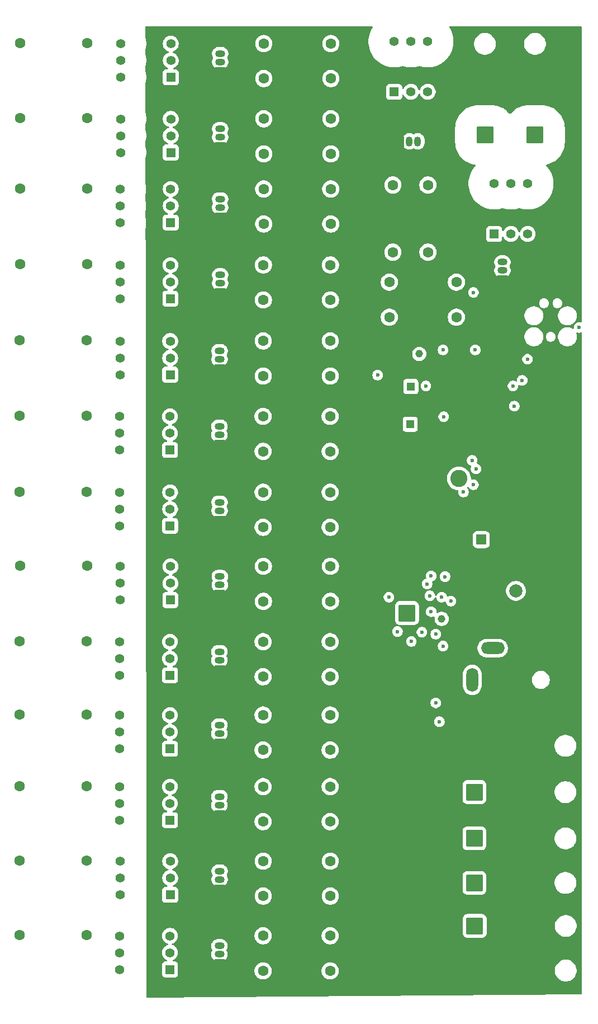
<source format=gbr>
%TF.GenerationSoftware,KiCad,Pcbnew,9.0.7*%
%TF.CreationDate,2026-01-29T13:55:36-08:00*%
%TF.ProjectId,regulator-PCB,72656775-6c61-4746-9f72-2d5043422e6b,rev?*%
%TF.SameCoordinates,Original*%
%TF.FileFunction,Copper,L2,Inr*%
%TF.FilePolarity,Positive*%
%FSLAX46Y46*%
G04 Gerber Fmt 4.6, Leading zero omitted, Abs format (unit mm)*
G04 Created by KiCad (PCBNEW 9.0.7) date 2026-01-29 13:55:36*
%MOMM*%
%LPD*%
G01*
G04 APERTURE LIST*
G04 Aperture macros list*
%AMRoundRect*
0 Rectangle with rounded corners*
0 $1 Rounding radius*
0 $2 $3 $4 $5 $6 $7 $8 $9 X,Y pos of 4 corners*
0 Add a 4 corners polygon primitive as box body*
4,1,4,$2,$3,$4,$5,$6,$7,$8,$9,$2,$3,0*
0 Add four circle primitives for the rounded corners*
1,1,$1+$1,$2,$3*
1,1,$1+$1,$4,$5*
1,1,$1+$1,$6,$7*
1,1,$1+$1,$8,$9*
0 Add four rect primitives between the rounded corners*
20,1,$1+$1,$2,$3,$4,$5,0*
20,1,$1+$1,$4,$5,$6,$7,0*
20,1,$1+$1,$6,$7,$8,$9,0*
20,1,$1+$1,$8,$9,$2,$3,0*%
G04 Aperture macros list end*
%TA.AperFunction,ComponentPad*%
%ADD10C,1.600000*%
%TD*%
%TA.AperFunction,ComponentPad*%
%ADD11O,1.500000X1.050000*%
%TD*%
%TA.AperFunction,ComponentPad*%
%ADD12R,1.500000X1.050000*%
%TD*%
%TA.AperFunction,ComponentPad*%
%ADD13RoundRect,0.250000X1.050000X-1.050000X1.050000X1.050000X-1.050000X1.050000X-1.050000X-1.050000X0*%
%TD*%
%TA.AperFunction,ComponentPad*%
%ADD14R,1.400000X1.400000*%
%TD*%
%TA.AperFunction,ComponentPad*%
%ADD15C,1.400000*%
%TD*%
%TA.AperFunction,ComponentPad*%
%ADD16R,1.270000X1.270000*%
%TD*%
%TA.AperFunction,ComponentPad*%
%ADD17C,1.270000*%
%TD*%
%TA.AperFunction,ComponentPad*%
%ADD18C,2.000000*%
%TD*%
%TA.AperFunction,ComponentPad*%
%ADD19RoundRect,0.250000X0.550000X0.550000X-0.550000X0.550000X-0.550000X-0.550000X0.550000X-0.550000X0*%
%TD*%
%TA.AperFunction,ComponentPad*%
%ADD20C,1.150000*%
%TD*%
%TA.AperFunction,ComponentPad*%
%ADD21R,1.050000X1.500000*%
%TD*%
%TA.AperFunction,ComponentPad*%
%ADD22O,1.050000X1.500000*%
%TD*%
%TA.AperFunction,ComponentPad*%
%ADD23O,1.800000X3.600000*%
%TD*%
%TA.AperFunction,ComponentPad*%
%ADD24O,3.600000X1.800000*%
%TD*%
%TA.AperFunction,ComponentPad*%
%ADD25RoundRect,0.250000X1.050000X1.050000X-1.050000X1.050000X-1.050000X-1.050000X1.050000X-1.050000X0*%
%TD*%
%TA.AperFunction,ComponentPad*%
%ADD26C,2.600000*%
%TD*%
%TA.AperFunction,ViaPad*%
%ADD27C,0.600000*%
%TD*%
G04 APERTURE END LIST*
D10*
%TO.N,Net-(Q14-B)*%
%TO.C,R2*%
X92620000Y-75240000D03*
%TO.N,/MinResBit*%
X82460000Y-75240000D03*
%TD*%
D11*
%TO.N,Net-(Q14-C)*%
%TO.C,Q14*%
X99600000Y-66900000D03*
%TO.N,Net-(Q14-B)*%
X99600000Y-68170000D03*
D12*
%TO.N,GND*%
X99600000Y-69440000D03*
%TD*%
D10*
%TO.N,+5V*%
%TO.C,R19*%
X73500000Y-107030000D03*
%TO.N,Net-(R19-Pad2)*%
X63340000Y-107030000D03*
%TD*%
D13*
%TO.N,GND*%
%TO.C,J8*%
X95400000Y-174100000D03*
%TD*%
D10*
%TO.N,Net-(Q10-B)*%
%TO.C,R27*%
X63330000Y-146270000D03*
%TO.N,/Bit10*%
X73490000Y-146270000D03*
%TD*%
D12*
%TO.N,GND*%
%TO.C,Q3*%
X56830000Y-59910000D03*
D11*
%TO.N,Net-(Q3-B)*%
X56830000Y-58640000D03*
%TO.N,Net-(Q3-C)*%
X56830000Y-57370000D03*
%TD*%
D10*
%TO.N,/Line-R10*%
%TO.C,R37*%
X26440000Y-124240000D03*
%TO.N,/Line-R9*%
X36600000Y-124240000D03*
%TD*%
D12*
%TO.N,GND*%
%TO.C,Q11*%
X56730000Y-139510000D03*
D11*
%TO.N,Net-(Q11-B)*%
X56730000Y-138240000D03*
%TO.N,Net-(Q11-C)*%
X56730000Y-136970000D03*
%TD*%
D10*
%TO.N,Net-(Q11-B)*%
%TO.C,R26*%
X63330000Y-135440000D03*
%TO.N,/Bit9*%
X73490000Y-135440000D03*
%TD*%
D12*
%TO.N,GND*%
%TO.C,Q7*%
X56740000Y-105800000D03*
D11*
%TO.N,Net-(Q7-B)*%
X56740000Y-104530000D03*
%TO.N,Net-(Q7-C)*%
X56740000Y-103260000D03*
%TD*%
D10*
%TO.N,Net-(Q9-B)*%
%TO.C,R28*%
X63360000Y-157540000D03*
%TO.N,/Bit11*%
X73520000Y-157540000D03*
%TD*%
%TO.N,/Line-R1*%
%TO.C,R3*%
X26560000Y-33740000D03*
%TO.N,/Line-R2*%
X36720000Y-33740000D03*
%TD*%
D13*
%TO.N,+3.3V*%
%TO.C,J10*%
X95350000Y-160850000D03*
%TD*%
D14*
%TO.N,Net-(R17-Pad2)*%
%TO.C,U7*%
X49270000Y-83940000D03*
D15*
%TO.N,Net-(Q5-C)*%
X49270000Y-81400000D03*
%TO.N,N/C*%
X49270000Y-78860000D03*
%TO.N,/Line-R6*%
X41650000Y-78860000D03*
%TO.N,/Line-NC5*%
X41650000Y-81400000D03*
%TO.N,/Line-R5*%
X41650000Y-83940000D03*
%TD*%
D10*
%TO.N,+5V*%
%TO.C,R31*%
X73490000Y-151570000D03*
%TO.N,Net-(R31-Pad2)*%
X63330000Y-151570000D03*
%TD*%
%TO.N,Net-(Q2-B)*%
%TO.C,R8*%
X63440000Y-45230000D03*
%TO.N,/Bit1*%
X73600000Y-45230000D03*
%TD*%
%TO.N,+5V*%
%TO.C,R32*%
X73490000Y-140740000D03*
%TO.N,Net-(R32-Pad2)*%
X63330000Y-140740000D03*
%TD*%
D16*
%TO.N,Net-(J1-~{RESET})*%
%TO.C,C3*%
X85625000Y-91440000D03*
D17*
%TO.N,GND*%
X83085000Y-91440000D03*
%TD*%
D12*
%TO.N,GND*%
%TO.C,Q13*%
X56790000Y-117010000D03*
D11*
%TO.N,Net-(Q13-B)*%
X56790000Y-115740000D03*
%TO.N,Net-(Q13-C)*%
X56790000Y-114470000D03*
%TD*%
D14*
%TO.N,Net-(R19-Pad2)*%
%TO.C,U9*%
X49250000Y-106830000D03*
D15*
%TO.N,Net-(Q7-C)*%
X49250000Y-104290000D03*
%TO.N,N/C*%
X49250000Y-101750000D03*
%TO.N,/Line-R8*%
X41630000Y-101750000D03*
%TO.N,/Line-NC7*%
X41630000Y-104290000D03*
%TO.N,/Line-R7*%
X41630000Y-106830000D03*
%TD*%
D10*
%TO.N,Net-(Q8-B)*%
%TO.C,R43*%
X63330000Y-168840000D03*
%TO.N,/Bit12*%
X73490000Y-168840000D03*
%TD*%
%TO.N,Net-(Q3-B)*%
%TO.C,R13*%
X63430000Y-55840000D03*
%TO.N,/Bit2*%
X73590000Y-55840000D03*
%TD*%
%TO.N,Net-(R42-Pad1)*%
%TO.C,R42*%
X83000000Y-55240000D03*
%TO.N,+5V*%
X83000000Y-65400000D03*
%TD*%
%TO.N,+5V*%
%TO.C,R34*%
X73550000Y-118240000D03*
%TO.N,Net-(R34-Pad2)*%
X63390000Y-118240000D03*
%TD*%
D18*
%TO.N,Net-(U2-BP)*%
%TO.C,C4*%
X101640000Y-116640000D03*
%TO.N,GND*%
X101640000Y-106640000D03*
%TD*%
D10*
%TO.N,/Line-R12*%
%TO.C,R39*%
X26450000Y-146170000D03*
%TO.N,/Line-R11*%
X36610000Y-146170000D03*
%TD*%
D14*
%TO.N,Net-(R29-Pad2)*%
%TO.C,U10*%
X49240000Y-173940000D03*
D15*
%TO.N,Net-(Q8-C)*%
X49240000Y-171400000D03*
%TO.N,N/C*%
X49240000Y-168860000D03*
%TO.N,/Line-R13*%
X41620000Y-168860000D03*
%TO.N,/Line-NC12*%
X41620000Y-171400000D03*
%TO.N,/Line-R-In*%
X41620000Y-173940000D03*
%TD*%
D19*
%TO.N,+3.3V*%
%TO.C,C5*%
X96390000Y-108890000D03*
D10*
%TO.N,GND*%
X91390000Y-108890000D03*
%TD*%
%TO.N,Net-(Q5-B)*%
%TO.C,R15*%
X63360000Y-78840000D03*
%TO.N,/Bit4*%
X73520000Y-78840000D03*
%TD*%
D14*
%TO.N,Net-(R31-Pad2)*%
%TO.C,U12*%
X49240000Y-151370000D03*
D15*
%TO.N,Net-(Q10-C)*%
X49240000Y-148830000D03*
%TO.N,N/C*%
X49240000Y-146290000D03*
%TO.N,/Line-R11*%
X41620000Y-146290000D03*
%TO.N,/Line-NC10*%
X41620000Y-148830000D03*
%TO.N,/Line-R12*%
X41620000Y-151370000D03*
%TD*%
D12*
%TO.N,GND*%
%TO.C,Q2*%
X56840000Y-49280000D03*
D11*
%TO.N,Net-(Q2-B)*%
X56840000Y-48010000D03*
%TO.N,Net-(Q2-C)*%
X56840000Y-46740000D03*
%TD*%
D12*
%TO.N,GND*%
%TO.C,Q10*%
X56730000Y-150340000D03*
D11*
%TO.N,Net-(Q10-B)*%
X56730000Y-149070000D03*
%TO.N,Net-(Q10-C)*%
X56730000Y-147800000D03*
%TD*%
D10*
%TO.N,+5V*%
%TO.C,R1*%
X73600000Y-39140000D03*
%TO.N,Net-(R1-Pad2)*%
X63440000Y-39140000D03*
%TD*%
%TO.N,/Line-R5*%
%TO.C,R16*%
X26480000Y-78740000D03*
%TO.N,/Line-R6*%
X36640000Y-78740000D03*
%TD*%
D13*
%TO.N,/rotary-encoder-output*%
%TO.C,J9*%
X95400000Y-167350000D03*
%TD*%
D10*
%TO.N,Net-(Q4-B)*%
%TO.C,R14*%
X63390000Y-67340000D03*
%TO.N,/Bit3*%
X73550000Y-67340000D03*
%TD*%
%TO.N,/Line-R6*%
%TO.C,R20*%
X26450000Y-90140000D03*
%TO.N,/Line-R7*%
X36610000Y-90140000D03*
%TD*%
D12*
%TO.N,GND*%
%TO.C,Q5*%
X56740000Y-82880000D03*
D11*
%TO.N,Net-(Q5-B)*%
X56740000Y-81610000D03*
%TO.N,Net-(Q5-C)*%
X56740000Y-80340000D03*
%TD*%
D10*
%TO.N,+5V*%
%TO.C,R18*%
X73490000Y-95540000D03*
%TO.N,Net-(R18-Pad2)*%
X63330000Y-95540000D03*
%TD*%
D20*
%TO.N,+3.3V*%
%TO.C,C2*%
X87000000Y-80800000D03*
%TO.N,GND*%
X82000000Y-80800000D03*
%TD*%
D12*
%TO.N,GND*%
%TO.C,Q1*%
X56840000Y-37910000D03*
D11*
%TO.N,Net-(Q1-B)*%
X56840000Y-36640000D03*
%TO.N,Net-(Q1-C)*%
X56840000Y-35370000D03*
%TD*%
D12*
%TO.N,GND*%
%TO.C,Q9*%
X56760000Y-161610000D03*
D11*
%TO.N,Net-(Q9-B)*%
X56760000Y-160340000D03*
%TO.N,Net-(Q9-C)*%
X56760000Y-159070000D03*
%TD*%
D14*
%TO.N,Net-(R32-Pad2)*%
%TO.C,U13*%
X49240000Y-140540000D03*
D15*
%TO.N,Net-(Q11-C)*%
X49240000Y-138000000D03*
%TO.N,N/C*%
X49240000Y-135460000D03*
%TO.N,/Line-R10*%
X41620000Y-135460000D03*
%TO.N,/Line-NC15*%
X41620000Y-138000000D03*
%TO.N,/Line-R11*%
X41620000Y-140540000D03*
%TD*%
D14*
%TO.N,Net-(R30-Pad2)*%
%TO.C,U11*%
X49270000Y-162640000D03*
D15*
%TO.N,Net-(Q9-C)*%
X49270000Y-160100000D03*
%TO.N,N/C*%
X49270000Y-157560000D03*
%TO.N,/Line-R12*%
X41650000Y-157560000D03*
%TO.N,/Line-NC11*%
X41650000Y-160100000D03*
%TO.N,/Line-R13*%
X41650000Y-162640000D03*
%TD*%
D16*
%TO.N,+3.3V*%
%TO.C,C1*%
X85725000Y-85740000D03*
D17*
%TO.N,GND*%
X83185000Y-85740000D03*
%TD*%
D10*
%TO.N,/Line-R7*%
%TO.C,R21*%
X26460000Y-101630000D03*
%TO.N,/Line-R8*%
X36620000Y-101630000D03*
%TD*%
%TO.N,Net-(Q7-B)*%
%TO.C,R23*%
X63340000Y-101730000D03*
%TO.N,/Bit6*%
X73500000Y-101730000D03*
%TD*%
%TO.N,+5V*%
%TO.C,R33*%
X73490000Y-129640000D03*
%TO.N,Net-(R33-Pad2)*%
X63330000Y-129640000D03*
%TD*%
D21*
%TO.N,GND*%
%TO.C,Q15*%
X84230000Y-48640000D03*
D22*
%TO.N,Net-(Q15-B)*%
X85500000Y-48640000D03*
%TO.N,Net-(Q15-C)*%
X86770000Y-48640000D03*
%TD*%
D13*
%TO.N,+3.3V*%
%TO.C,J5*%
X95350000Y-147100000D03*
%TD*%
D10*
%TO.N,/Line-R11*%
%TO.C,R38*%
X26450000Y-135340000D03*
%TO.N,/Line-R10*%
X36610000Y-135340000D03*
%TD*%
D23*
%TO.N,+5V*%
%TO.C,J2*%
X95027500Y-130115000D03*
%TO.N,GND*%
X101027500Y-130115000D03*
D24*
%TO.N,unconnected-(J2-Pad3)*%
X98127500Y-125315000D03*
%TD*%
D14*
%TO.N,Net-(R42-Pad1)*%
%TO.C,U17*%
X83200000Y-41150000D03*
D15*
%TO.N,Net-(Q15-C)*%
X85740000Y-41150000D03*
%TO.N,N/C*%
X88280000Y-41150000D03*
%TO.N,/Line-R1*%
X88280000Y-33530000D03*
%TO.N,/Line-NC13*%
X85740000Y-33530000D03*
%TO.N,/Line-R-Out*%
X83200000Y-33530000D03*
%TD*%
D10*
%TO.N,Net-(Q1-B)*%
%TO.C,R7*%
X63440000Y-33840000D03*
%TO.N,/Bit0*%
X73600000Y-33840000D03*
%TD*%
%TO.N,+5V*%
%TO.C,R5*%
X73600000Y-50530000D03*
%TO.N,Net-(R5-Pad2)*%
X63440000Y-50530000D03*
%TD*%
%TO.N,Net-(Q12-B)*%
%TO.C,R25*%
X63330000Y-124340000D03*
%TO.N,/Bit8*%
X73490000Y-124340000D03*
%TD*%
%TO.N,/Line-R4*%
%TO.C,R12*%
X26510000Y-67240000D03*
%TO.N,/Line-R5*%
X36670000Y-67240000D03*
%TD*%
D25*
%TO.N,/Line-R-In*%
%TO.C,J6*%
X96940000Y-47690000D03*
%TD*%
D10*
%TO.N,+5V*%
%TO.C,R9*%
X73590000Y-61140000D03*
%TO.N,Net-(R9-Pad2)*%
X63430000Y-61140000D03*
%TD*%
D14*
%TO.N,Net-(R5-Pad2)*%
%TO.C,U4*%
X49350000Y-50330000D03*
D15*
%TO.N,Net-(Q2-C)*%
X49350000Y-47790000D03*
%TO.N,N/C*%
X49350000Y-45250000D03*
%TO.N,/Line-R3*%
X41730000Y-45250000D03*
%TO.N,/Line-NC2*%
X41730000Y-47790000D03*
%TO.N,/Line-R2*%
X41730000Y-50330000D03*
%TD*%
D14*
%TO.N,Net-(R35-Pad1)*%
%TO.C,U16*%
X98350000Y-62650000D03*
D15*
%TO.N,Net-(Q14-C)*%
X100890000Y-62650000D03*
%TO.N,N/C*%
X103430000Y-62650000D03*
%TO.N,/Line-R-Out*%
X103430000Y-55030000D03*
%TO.N,/Line-NC14*%
X100890000Y-55030000D03*
%TO.N,/Line-R-In*%
X98350000Y-55030000D03*
%TD*%
D13*
%TO.N,/FootPedalPotOutput*%
%TO.C,J3*%
X95350000Y-154100000D03*
%TD*%
D12*
%TO.N,GND*%
%TO.C,Q12*%
X56730000Y-128410000D03*
D11*
%TO.N,Net-(Q12-B)*%
X56730000Y-127140000D03*
%TO.N,Net-(Q12-C)*%
X56730000Y-125870000D03*
%TD*%
D10*
%TO.N,Net-(Q6-B)*%
%TO.C,R22*%
X63330000Y-90240000D03*
%TO.N,/Bit5*%
X73490000Y-90240000D03*
%TD*%
%TO.N,+5V*%
%TO.C,R10*%
X73550000Y-72640000D03*
%TO.N,Net-(R10-Pad2)*%
X63390000Y-72640000D03*
%TD*%
D14*
%TO.N,Net-(R18-Pad2)*%
%TO.C,U8*%
X49240000Y-95340000D03*
D15*
%TO.N,Net-(Q6-C)*%
X49240000Y-92800000D03*
%TO.N,N/C*%
X49240000Y-90260000D03*
%TO.N,/Line-R7*%
X41620000Y-90260000D03*
%TO.N,/Line-NC6*%
X41620000Y-92800000D03*
%TO.N,/Line-R6*%
X41620000Y-95340000D03*
%TD*%
D25*
%TO.N,GND*%
%TO.C,D4*%
X108260000Y-99640000D03*
D26*
%TO.N,+3.3V*%
X93020000Y-99640000D03*
%TD*%
D13*
%TO.N,GND*%
%TO.C,J4*%
X95350000Y-140100000D03*
%TD*%
D10*
%TO.N,+5V*%
%TO.C,R29*%
X73490000Y-174140000D03*
%TO.N,Net-(R29-Pad2)*%
X63330000Y-174140000D03*
%TD*%
D14*
%TO.N,Net-(R33-Pad2)*%
%TO.C,U14*%
X49240000Y-129440000D03*
D15*
%TO.N,Net-(Q12-C)*%
X49240000Y-126900000D03*
%TO.N,N/C*%
X49240000Y-124360000D03*
%TO.N,/Line-R9*%
X41620000Y-124360000D03*
%TO.N,/Line-NC9*%
X41620000Y-126900000D03*
%TO.N,/Line-R10*%
X41620000Y-129440000D03*
%TD*%
D13*
%TO.N,+5V*%
%TO.C,D3*%
X85140000Y-120010000D03*
D26*
%TO.N,GND*%
X85140000Y-104770000D03*
%TD*%
D10*
%TO.N,/Line-R9*%
%TO.C,R36*%
X26540000Y-112840000D03*
%TO.N,/Line-R8*%
X36700000Y-112840000D03*
%TD*%
D14*
%TO.N,Net-(R10-Pad2)*%
%TO.C,U6*%
X49300000Y-72440000D03*
D15*
%TO.N,Net-(Q4-C)*%
X49300000Y-69900000D03*
%TO.N,N/C*%
X49300000Y-67360000D03*
%TO.N,/Line-R5*%
X41680000Y-67360000D03*
%TO.N,/Line-NC4*%
X41680000Y-69900000D03*
%TO.N,/Line-R4*%
X41680000Y-72440000D03*
%TD*%
D12*
%TO.N,GND*%
%TO.C,Q6*%
X56730000Y-94310000D03*
D11*
%TO.N,Net-(Q6-B)*%
X56730000Y-93040000D03*
%TO.N,Net-(Q6-C)*%
X56730000Y-91770000D03*
%TD*%
D10*
%TO.N,Net-(R35-Pad1)*%
%TO.C,R35*%
X92620000Y-69940000D03*
%TO.N,+5V*%
X82460000Y-69940000D03*
%TD*%
D14*
%TO.N,Net-(R9-Pad2)*%
%TO.C,U5*%
X49340000Y-60940000D03*
D15*
%TO.N,Net-(Q3-C)*%
X49340000Y-58400000D03*
%TO.N,N/C*%
X49340000Y-55860000D03*
%TO.N,/Line-R4*%
X41720000Y-55860000D03*
%TO.N,/Line-NC3*%
X41720000Y-58400000D03*
%TO.N,/Line-R3*%
X41720000Y-60940000D03*
%TD*%
D25*
%TO.N,/Line-R-Out*%
%TO.C,J7*%
X104540000Y-47690000D03*
%TD*%
D12*
%TO.N,GND*%
%TO.C,Q4*%
X56840000Y-71380000D03*
D11*
%TO.N,Net-(Q4-B)*%
X56840000Y-70110000D03*
%TO.N,Net-(Q4-C)*%
X56840000Y-68840000D03*
%TD*%
D12*
%TO.N,GND*%
%TO.C,Q8*%
X56730000Y-172910000D03*
D11*
%TO.N,Net-(Q8-B)*%
X56730000Y-171640000D03*
%TO.N,Net-(Q8-C)*%
X56730000Y-170370000D03*
%TD*%
D10*
%TO.N,/Line-R2*%
%TO.C,R6*%
X26560000Y-45130000D03*
%TO.N,/Line-R3*%
X36720000Y-45130000D03*
%TD*%
%TO.N,Net-(Q13-B)*%
%TO.C,R24*%
X63390000Y-112940000D03*
%TO.N,/Bit7*%
X73550000Y-112940000D03*
%TD*%
D14*
%TO.N,Net-(R1-Pad2)*%
%TO.C,U3*%
X49350000Y-38940000D03*
D15*
%TO.N,Net-(Q1-C)*%
X49350000Y-36400000D03*
%TO.N,N/C*%
X49350000Y-33860000D03*
%TO.N,/Line-R2*%
X41730000Y-33860000D03*
%TO.N,/Line-NC1*%
X41730000Y-36400000D03*
%TO.N,/Line-R1*%
X41730000Y-38940000D03*
%TD*%
D10*
%TO.N,+5V*%
%TO.C,R30*%
X73520000Y-162840000D03*
%TO.N,Net-(R30-Pad2)*%
X63360000Y-162840000D03*
%TD*%
%TO.N,/MaxResBit*%
%TO.C,R4*%
X88300000Y-65400000D03*
%TO.N,Net-(Q15-B)*%
X88300000Y-55240000D03*
%TD*%
%TO.N,/Line-R-In*%
%TO.C,R41*%
X26450000Y-168740000D03*
%TO.N,/Line-R13*%
X36610000Y-168740000D03*
%TD*%
D20*
%TO.N,+5V*%
%TO.C,C6*%
X90390000Y-120890000D03*
%TO.N,GND*%
X95390000Y-120890000D03*
%TD*%
D14*
%TO.N,Net-(R34-Pad2)*%
%TO.C,U15*%
X49300000Y-118040000D03*
D15*
%TO.N,Net-(Q13-C)*%
X49300000Y-115500000D03*
%TO.N,N/C*%
X49300000Y-112960000D03*
%TO.N,/Line-R8*%
X41680000Y-112960000D03*
%TO.N,/Line-NC8*%
X41680000Y-115500000D03*
%TO.N,/Line-R9*%
X41680000Y-118040000D03*
%TD*%
D10*
%TO.N,/Line-R13*%
%TO.C,R40*%
X26480000Y-157440000D03*
%TO.N,/Line-R12*%
X36640000Y-157440000D03*
%TD*%
%TO.N,+5V*%
%TO.C,R17*%
X73520000Y-84140000D03*
%TO.N,Net-(R17-Pad2)*%
X63360000Y-84140000D03*
%TD*%
%TO.N,/Line-R3*%
%TO.C,R11*%
X26550000Y-55740000D03*
%TO.N,/Line-R4*%
X36710000Y-55740000D03*
%TD*%
D27*
%TO.N,GND*%
X89500000Y-86500000D03*
%TO.N,Net-(Q14-B)*%
X95200000Y-71500000D03*
%TO.N,/MinResBit*%
X101200000Y-85640000D03*
%TO.N,/MaxResBit*%
X102600000Y-84800000D03*
%TO.N,/Bit0*%
X103400000Y-81600000D03*
%TO.N,/Bit3*%
X95485000Y-80200000D03*
%TO.N,/Bit6*%
X90600000Y-80200000D03*
%TO.N,/Bit7*%
X80700000Y-84000000D03*
%TO.N,/rotary-encoder-output*%
X101400000Y-88700000D03*
X89500000Y-133600000D03*
%TO.N,/FootPedalPotOutput*%
X90700000Y-90300000D03*
X90050000Y-136450000D03*
%TO.N,GND*%
X88100000Y-141900000D03*
%TO.N,Net-(J1-~{RESET})*%
X111200000Y-76800000D03*
%TO.N,+3.3V*%
X88000000Y-85640000D03*
X95600000Y-98200000D03*
X93700000Y-101700000D03*
X95200000Y-100600000D03*
X95000000Y-96900000D03*
%TO.N,GND*%
X90000000Y-115700000D03*
%TO.N,+5V*%
X88800000Y-114400000D03*
%TO.N,GND*%
X91100000Y-115700000D03*
%TO.N,+5V*%
X89500000Y-123200000D03*
X85800000Y-124300000D03*
X82400000Y-117600000D03*
X90900000Y-114500000D03*
X88200000Y-115600000D03*
X88800000Y-119800000D03*
X83700000Y-122800000D03*
X90600000Y-125000000D03*
X87400000Y-122900000D03*
X91800000Y-118200000D03*
X90400000Y-117600000D03*
X88600000Y-117400000D03*
%TO.N,GND*%
X106900000Y-71600000D03*
X98600000Y-72900000D03*
%TD*%
%TA.AperFunction,Conductor*%
%TO.N,GND*%
G36*
X79900817Y-31219685D02*
G01*
X79946572Y-31272489D01*
X79956516Y-31341647D01*
X79936880Y-31392889D01*
X79898141Y-31450866D01*
X79850399Y-31522317D01*
X79850388Y-31522335D01*
X79669740Y-31860302D01*
X79669738Y-31860307D01*
X79523078Y-32214374D01*
X79411827Y-32581122D01*
X79411824Y-32581133D01*
X79337063Y-32956988D01*
X79310096Y-33230800D01*
X79299500Y-33338381D01*
X79299500Y-33721619D01*
X79303824Y-33765519D01*
X79337063Y-34103011D01*
X79411824Y-34478866D01*
X79411827Y-34478877D01*
X79523078Y-34845625D01*
X79612083Y-35060500D01*
X79640870Y-35130000D01*
X79669738Y-35199692D01*
X79669740Y-35199697D01*
X79850388Y-35537664D01*
X79850399Y-35537682D01*
X80063305Y-35856318D01*
X80063315Y-35856332D01*
X80306439Y-36152580D01*
X80577419Y-36423560D01*
X80577424Y-36423564D01*
X80577425Y-36423565D01*
X80873673Y-36666689D01*
X81192324Y-36879605D01*
X81192333Y-36879610D01*
X81192335Y-36879611D01*
X81530302Y-37060259D01*
X81530304Y-37060259D01*
X81530310Y-37060263D01*
X81884376Y-37206922D01*
X82251113Y-37318170D01*
X82251119Y-37318171D01*
X82251122Y-37318172D01*
X82251133Y-37318175D01*
X82626988Y-37392936D01*
X83008381Y-37430500D01*
X83008384Y-37430500D01*
X83391616Y-37430500D01*
X83391619Y-37430500D01*
X83773012Y-37392936D01*
X83846180Y-37378381D01*
X84148866Y-37318175D01*
X84148870Y-37318173D01*
X84148887Y-37318170D01*
X84434008Y-37231678D01*
X84503871Y-37231056D01*
X84505866Y-37231641D01*
X84791113Y-37318170D01*
X84791127Y-37318172D01*
X84791128Y-37318173D01*
X84791133Y-37318175D01*
X85166988Y-37392936D01*
X85548381Y-37430500D01*
X85548384Y-37430500D01*
X85931616Y-37430500D01*
X85931619Y-37430500D01*
X86313012Y-37392936D01*
X86386180Y-37378381D01*
X86688866Y-37318175D01*
X86688870Y-37318173D01*
X86688887Y-37318170D01*
X86974008Y-37231678D01*
X87043871Y-37231056D01*
X87045866Y-37231641D01*
X87331113Y-37318170D01*
X87331127Y-37318172D01*
X87331128Y-37318173D01*
X87331133Y-37318175D01*
X87706988Y-37392936D01*
X88088381Y-37430500D01*
X88088384Y-37430500D01*
X88471616Y-37430500D01*
X88471619Y-37430500D01*
X88853012Y-37392936D01*
X88926180Y-37378381D01*
X89228866Y-37318175D01*
X89228877Y-37318172D01*
X89228877Y-37318171D01*
X89228887Y-37318170D01*
X89595624Y-37206922D01*
X89949690Y-37060263D01*
X90287676Y-36879605D01*
X90606327Y-36666689D01*
X90902575Y-36423565D01*
X91173565Y-36152575D01*
X91416689Y-35856327D01*
X91629605Y-35537676D01*
X91810263Y-35199690D01*
X91956922Y-34845624D01*
X92068170Y-34478887D01*
X92068172Y-34478877D01*
X92068175Y-34478866D01*
X92142936Y-34103011D01*
X92147998Y-34051615D01*
X92176710Y-33760097D01*
X95289500Y-33760097D01*
X95289500Y-34019902D01*
X95330140Y-34276493D01*
X95410422Y-34523576D01*
X95528368Y-34755054D01*
X95591752Y-34842295D01*
X95681069Y-34965229D01*
X95864771Y-35148931D01*
X96074949Y-35301634D01*
X96215483Y-35373240D01*
X96306423Y-35419577D01*
X96306425Y-35419577D01*
X96306428Y-35419579D01*
X96553507Y-35499860D01*
X96685706Y-35520797D01*
X96810098Y-35540500D01*
X96810103Y-35540500D01*
X97069902Y-35540500D01*
X97183298Y-35522539D01*
X97326493Y-35499860D01*
X97573572Y-35419579D01*
X97805051Y-35301634D01*
X98015229Y-35148931D01*
X98198931Y-34965229D01*
X98351634Y-34755051D01*
X98469579Y-34523572D01*
X98549860Y-34276493D01*
X98577336Y-34103012D01*
X98590500Y-34019902D01*
X98590500Y-33760097D01*
X102889500Y-33760097D01*
X102889500Y-34019902D01*
X102930140Y-34276493D01*
X103010422Y-34523576D01*
X103128368Y-34755054D01*
X103191752Y-34842295D01*
X103281069Y-34965229D01*
X103464771Y-35148931D01*
X103674949Y-35301634D01*
X103815483Y-35373240D01*
X103906423Y-35419577D01*
X103906425Y-35419577D01*
X103906428Y-35419579D01*
X104153507Y-35499860D01*
X104285706Y-35520797D01*
X104410098Y-35540500D01*
X104410103Y-35540500D01*
X104669902Y-35540500D01*
X104783298Y-35522539D01*
X104926493Y-35499860D01*
X105173572Y-35419579D01*
X105405051Y-35301634D01*
X105615229Y-35148931D01*
X105798931Y-34965229D01*
X105951634Y-34755051D01*
X106069579Y-34523572D01*
X106149860Y-34276493D01*
X106177336Y-34103012D01*
X106190500Y-34019902D01*
X106190500Y-33760097D01*
X106161798Y-33578881D01*
X106149860Y-33503507D01*
X106069579Y-33256428D01*
X106069577Y-33256425D01*
X106069577Y-33256423D01*
X106019624Y-33158386D01*
X105951634Y-33024949D01*
X105798931Y-32814771D01*
X105615229Y-32631069D01*
X105546483Y-32581122D01*
X105405054Y-32478368D01*
X105405053Y-32478367D01*
X105405051Y-32478366D01*
X105332764Y-32441534D01*
X105173576Y-32360422D01*
X104926493Y-32280140D01*
X104669902Y-32239500D01*
X104669897Y-32239500D01*
X104410103Y-32239500D01*
X104410098Y-32239500D01*
X104153506Y-32280140D01*
X103906423Y-32360422D01*
X103674945Y-32478368D01*
X103464774Y-32631066D01*
X103464768Y-32631071D01*
X103281071Y-32814768D01*
X103281066Y-32814774D01*
X103128368Y-33024945D01*
X103010422Y-33256423D01*
X102930140Y-33503506D01*
X102889500Y-33760097D01*
X98590500Y-33760097D01*
X98561798Y-33578881D01*
X98549860Y-33503507D01*
X98469579Y-33256428D01*
X98469577Y-33256425D01*
X98469577Y-33256423D01*
X98419624Y-33158386D01*
X98351634Y-33024949D01*
X98198931Y-32814771D01*
X98015229Y-32631069D01*
X97946483Y-32581122D01*
X97805054Y-32478368D01*
X97805053Y-32478367D01*
X97805051Y-32478366D01*
X97732764Y-32441534D01*
X97573576Y-32360422D01*
X97326493Y-32280140D01*
X97069902Y-32239500D01*
X97069897Y-32239500D01*
X96810103Y-32239500D01*
X96810098Y-32239500D01*
X96553506Y-32280140D01*
X96306423Y-32360422D01*
X96074945Y-32478368D01*
X95864774Y-32631066D01*
X95864768Y-32631071D01*
X95681071Y-32814768D01*
X95681066Y-32814774D01*
X95528368Y-33024945D01*
X95410422Y-33256423D01*
X95330140Y-33503506D01*
X95289500Y-33760097D01*
X92176710Y-33760097D01*
X92180500Y-33721619D01*
X92180500Y-33338381D01*
X92142936Y-32956988D01*
X92114648Y-32814774D01*
X92068175Y-32581133D01*
X92068172Y-32581122D01*
X92068171Y-32581119D01*
X92068170Y-32581113D01*
X91956922Y-32214376D01*
X91810263Y-31860310D01*
X91805994Y-31852324D01*
X91629611Y-31522335D01*
X91629610Y-31522333D01*
X91629605Y-31522324D01*
X91543119Y-31392889D01*
X91522242Y-31326214D01*
X91540726Y-31258833D01*
X91592705Y-31212143D01*
X91646222Y-31200000D01*
X111505500Y-31200000D01*
X111572539Y-31219685D01*
X111618294Y-31272489D01*
X111629500Y-31324000D01*
X111629500Y-75925871D01*
X111609815Y-75992910D01*
X111557011Y-76038665D01*
X111487853Y-76048609D01*
X111458048Y-76040432D01*
X111433501Y-76030264D01*
X111433489Y-76030261D01*
X111278845Y-75999500D01*
X111278842Y-75999500D01*
X111121158Y-75999500D01*
X111121155Y-75999500D01*
X110966510Y-76030261D01*
X110966498Y-76030264D01*
X110820827Y-76090602D01*
X110820814Y-76090609D01*
X110689711Y-76178210D01*
X110689707Y-76178213D01*
X110578213Y-76289707D01*
X110578210Y-76289711D01*
X110490609Y-76420814D01*
X110490602Y-76420827D01*
X110430264Y-76566498D01*
X110430261Y-76566510D01*
X110399500Y-76721153D01*
X110399500Y-76882717D01*
X110379815Y-76949756D01*
X110327011Y-76995511D01*
X110257853Y-77005455D01*
X110202615Y-76983035D01*
X110198654Y-76980157D01*
X109996981Y-76877400D01*
X109996978Y-76877398D01*
X109781723Y-76807458D01*
X109632686Y-76783852D01*
X109558169Y-76772050D01*
X109331831Y-76772050D01*
X109257313Y-76783852D01*
X109108277Y-76807458D01*
X109108274Y-76807458D01*
X108893021Y-76877398D01*
X108893018Y-76877400D01*
X108691349Y-76980155D01*
X108617931Y-77033497D01*
X108508239Y-77113193D01*
X108508237Y-77113195D01*
X108508236Y-77113195D01*
X108348195Y-77273236D01*
X108348195Y-77273237D01*
X108348193Y-77273239D01*
X108321275Y-77310289D01*
X108215155Y-77456349D01*
X108112400Y-77658018D01*
X108112398Y-77658021D01*
X108042458Y-77873274D01*
X108042458Y-77873277D01*
X108007050Y-78096831D01*
X108007050Y-78323168D01*
X108042458Y-78546722D01*
X108042458Y-78546725D01*
X108112398Y-78761978D01*
X108112400Y-78761981D01*
X108215155Y-78963650D01*
X108348193Y-79146761D01*
X108508239Y-79306807D01*
X108691350Y-79439845D01*
X108893019Y-79542600D01*
X108893021Y-79542601D01*
X109093801Y-79607837D01*
X109108279Y-79612542D01*
X109331831Y-79647950D01*
X109331832Y-79647950D01*
X109558168Y-79647950D01*
X109558169Y-79647950D01*
X109781721Y-79612542D01*
X109781724Y-79612541D01*
X109781725Y-79612541D01*
X109996978Y-79542601D01*
X109996978Y-79542600D01*
X109996981Y-79542600D01*
X110198650Y-79439845D01*
X110381761Y-79306807D01*
X110541807Y-79146761D01*
X110674845Y-78963650D01*
X110777600Y-78761981D01*
X110780786Y-78752175D01*
X110847541Y-78546725D01*
X110847541Y-78546724D01*
X110847542Y-78546721D01*
X110882950Y-78323169D01*
X110882950Y-78096831D01*
X110847542Y-77873279D01*
X110847541Y-77873275D01*
X110847541Y-77873274D01*
X110798195Y-77721404D01*
X110796200Y-77651563D01*
X110832280Y-77591730D01*
X110894981Y-77560902D01*
X110960606Y-77568196D01*
X110960676Y-77567969D01*
X110961901Y-77568340D01*
X110963583Y-77568527D01*
X110966503Y-77569737D01*
X111077069Y-77591730D01*
X111121153Y-77600499D01*
X111121156Y-77600500D01*
X111121158Y-77600500D01*
X111278844Y-77600500D01*
X111278845Y-77600499D01*
X111433497Y-77569737D01*
X111454827Y-77560902D01*
X111458048Y-77559568D01*
X111527517Y-77552099D01*
X111589996Y-77583374D01*
X111625648Y-77643463D01*
X111629500Y-77674129D01*
X111629500Y-177580890D01*
X111609815Y-177647929D01*
X111557011Y-177693684D01*
X111506433Y-177704886D01*
X45804778Y-178199061D01*
X45737592Y-178179882D01*
X45691441Y-178127423D01*
X45679845Y-178075220D01*
X45668328Y-168765513D01*
X48039500Y-168765513D01*
X48039500Y-168954486D01*
X48069059Y-169141118D01*
X48127454Y-169320836D01*
X48213240Y-169489199D01*
X48324310Y-169642073D01*
X48457927Y-169775690D01*
X48610801Y-169886760D01*
X48690347Y-169927290D01*
X48779163Y-169972545D01*
X48779165Y-169972545D01*
X48779168Y-169972547D01*
X48868734Y-170001649D01*
X48900803Y-170012069D01*
X48958478Y-170051507D01*
X48985676Y-170115866D01*
X48973761Y-170184712D01*
X48926516Y-170236188D01*
X48900803Y-170247931D01*
X48779163Y-170287454D01*
X48610800Y-170373240D01*
X48523579Y-170436610D01*
X48457927Y-170484310D01*
X48457925Y-170484312D01*
X48457924Y-170484312D01*
X48324312Y-170617924D01*
X48324312Y-170617925D01*
X48324310Y-170617927D01*
X48287117Y-170669119D01*
X48213240Y-170770800D01*
X48127454Y-170939163D01*
X48069059Y-171118881D01*
X48039500Y-171305513D01*
X48039500Y-171494486D01*
X48069059Y-171681118D01*
X48127454Y-171860836D01*
X48167342Y-171939119D01*
X48213240Y-172029199D01*
X48324310Y-172182073D01*
X48457927Y-172315690D01*
X48503619Y-172348887D01*
X48610802Y-172426761D01*
X48764386Y-172505015D01*
X48815183Y-172552989D01*
X48831978Y-172620810D01*
X48809441Y-172686945D01*
X48754726Y-172730397D01*
X48708093Y-172739500D01*
X48492130Y-172739500D01*
X48492123Y-172739501D01*
X48432516Y-172745908D01*
X48297671Y-172796202D01*
X48297664Y-172796206D01*
X48182455Y-172882452D01*
X48182452Y-172882455D01*
X48096206Y-172997664D01*
X48096202Y-172997671D01*
X48045908Y-173132517D01*
X48039501Y-173192116D01*
X48039501Y-173192123D01*
X48039500Y-173192135D01*
X48039500Y-174687870D01*
X48039501Y-174687876D01*
X48045908Y-174747483D01*
X48096202Y-174882328D01*
X48096206Y-174882335D01*
X48182452Y-174997544D01*
X48182455Y-174997547D01*
X48297664Y-175083793D01*
X48297671Y-175083797D01*
X48432517Y-175134091D01*
X48432516Y-175134091D01*
X48439444Y-175134835D01*
X48492127Y-175140500D01*
X49987872Y-175140499D01*
X50047483Y-175134091D01*
X50182331Y-175083796D01*
X50297546Y-174997546D01*
X50383796Y-174882331D01*
X50434091Y-174747483D01*
X50440500Y-174687873D01*
X50440499Y-174037648D01*
X62029500Y-174037648D01*
X62029500Y-174242351D01*
X62061522Y-174444534D01*
X62124781Y-174639223D01*
X62217715Y-174821613D01*
X62338028Y-174987213D01*
X62482786Y-175131971D01*
X62637749Y-175244556D01*
X62648390Y-175252287D01*
X62764607Y-175311503D01*
X62830776Y-175345218D01*
X62830778Y-175345218D01*
X62830781Y-175345220D01*
X62935137Y-175379127D01*
X63025465Y-175408477D01*
X63126557Y-175424488D01*
X63227648Y-175440500D01*
X63227649Y-175440500D01*
X63432351Y-175440500D01*
X63432352Y-175440500D01*
X63634534Y-175408477D01*
X63829219Y-175345220D01*
X64011610Y-175252287D01*
X64104590Y-175184732D01*
X64177213Y-175131971D01*
X64177215Y-175131968D01*
X64177219Y-175131966D01*
X64321966Y-174987219D01*
X64321968Y-174987215D01*
X64321971Y-174987213D01*
X64398173Y-174882328D01*
X64442287Y-174821610D01*
X64535220Y-174639219D01*
X64598477Y-174444534D01*
X64630500Y-174242352D01*
X64630500Y-174037648D01*
X72189500Y-174037648D01*
X72189500Y-174242351D01*
X72221522Y-174444534D01*
X72284781Y-174639223D01*
X72377715Y-174821613D01*
X72498028Y-174987213D01*
X72642786Y-175131971D01*
X72797749Y-175244556D01*
X72808390Y-175252287D01*
X72924607Y-175311503D01*
X72990776Y-175345218D01*
X72990778Y-175345218D01*
X72990781Y-175345220D01*
X73095137Y-175379127D01*
X73185465Y-175408477D01*
X73286557Y-175424488D01*
X73387648Y-175440500D01*
X73387649Y-175440500D01*
X73592351Y-175440500D01*
X73592352Y-175440500D01*
X73794534Y-175408477D01*
X73989219Y-175345220D01*
X74171610Y-175252287D01*
X74264590Y-175184732D01*
X74337213Y-175131971D01*
X74337215Y-175131968D01*
X74337219Y-175131966D01*
X74481966Y-174987219D01*
X74481968Y-174987215D01*
X74481971Y-174987213D01*
X74558173Y-174882328D01*
X74602287Y-174821610D01*
X74695220Y-174639219D01*
X74758477Y-174444534D01*
X74790500Y-174242352D01*
X74790500Y-174037648D01*
X74779801Y-173970097D01*
X107549500Y-173970097D01*
X107549500Y-174229902D01*
X107590140Y-174486493D01*
X107670422Y-174733576D01*
X107788368Y-174965054D01*
X107915835Y-175140498D01*
X107941069Y-175175229D01*
X108124771Y-175358931D01*
X108334949Y-175511634D01*
X108482445Y-175586787D01*
X108566423Y-175629577D01*
X108566425Y-175629577D01*
X108566428Y-175629579D01*
X108813507Y-175709860D01*
X108945706Y-175730797D01*
X109070098Y-175750500D01*
X109070103Y-175750500D01*
X109329902Y-175750500D01*
X109443298Y-175732539D01*
X109586493Y-175709860D01*
X109833572Y-175629579D01*
X110065051Y-175511634D01*
X110275229Y-175358931D01*
X110458931Y-175175229D01*
X110611634Y-174965051D01*
X110729579Y-174733572D01*
X110809860Y-174486493D01*
X110832539Y-174343298D01*
X110850500Y-174229902D01*
X110850500Y-173970097D01*
X110815383Y-173748381D01*
X110809860Y-173713507D01*
X110729579Y-173466428D01*
X110729577Y-173466425D01*
X110729577Y-173466423D01*
X110686787Y-173382445D01*
X110611634Y-173234949D01*
X110458931Y-173024771D01*
X110275229Y-172841069D01*
X110275225Y-172841066D01*
X110065054Y-172688368D01*
X110065053Y-172688367D01*
X110065051Y-172688366D01*
X109992764Y-172651534D01*
X109833576Y-172570422D01*
X109586493Y-172490140D01*
X109329902Y-172449500D01*
X109329897Y-172449500D01*
X109070103Y-172449500D01*
X109070098Y-172449500D01*
X108813506Y-172490140D01*
X108566423Y-172570422D01*
X108334945Y-172688368D01*
X108124774Y-172841066D01*
X108124768Y-172841071D01*
X107941071Y-173024768D01*
X107941066Y-173024774D01*
X107788368Y-173234945D01*
X107670422Y-173466423D01*
X107590140Y-173713506D01*
X107549500Y-173970097D01*
X74779801Y-173970097D01*
X74758477Y-173835466D01*
X74695220Y-173640781D01*
X74695218Y-173640778D01*
X74695218Y-173640776D01*
X74661503Y-173574607D01*
X74602287Y-173458390D01*
X74594556Y-173447749D01*
X74481971Y-173292786D01*
X74337213Y-173148028D01*
X74171613Y-173027715D01*
X74171612Y-173027714D01*
X74171610Y-173027713D01*
X74099779Y-172991113D01*
X73989223Y-172934781D01*
X73794534Y-172871522D01*
X73619995Y-172843878D01*
X73592352Y-172839500D01*
X73387648Y-172839500D01*
X73363329Y-172843351D01*
X73185465Y-172871522D01*
X72990776Y-172934781D01*
X72808386Y-173027715D01*
X72642786Y-173148028D01*
X72498028Y-173292786D01*
X72377715Y-173458386D01*
X72284781Y-173640776D01*
X72221522Y-173835465D01*
X72189500Y-174037648D01*
X64630500Y-174037648D01*
X64622103Y-173984630D01*
X64598477Y-173835465D01*
X64535218Y-173640776D01*
X64501503Y-173574607D01*
X64442287Y-173458390D01*
X64434556Y-173447749D01*
X64321971Y-173292786D01*
X64177213Y-173148028D01*
X64011613Y-173027715D01*
X64011612Y-173027714D01*
X64011610Y-173027713D01*
X63939779Y-172991113D01*
X63829223Y-172934781D01*
X63634534Y-172871522D01*
X63459995Y-172843878D01*
X63432352Y-172839500D01*
X63227648Y-172839500D01*
X63203329Y-172843351D01*
X63025465Y-172871522D01*
X62830776Y-172934781D01*
X62648386Y-173027715D01*
X62482786Y-173148028D01*
X62338028Y-173292786D01*
X62217715Y-173458386D01*
X62124781Y-173640776D01*
X62061522Y-173835465D01*
X62029500Y-174037648D01*
X50440499Y-174037648D01*
X50440499Y-173835466D01*
X50440499Y-173192129D01*
X50440498Y-173192123D01*
X50440497Y-173192116D01*
X50434091Y-173132517D01*
X50395002Y-173027715D01*
X50383797Y-172997671D01*
X50383793Y-172997664D01*
X50297547Y-172882455D01*
X50297544Y-172882452D01*
X50182335Y-172796206D01*
X50182328Y-172796202D01*
X50047482Y-172745908D01*
X50047483Y-172745908D01*
X49987883Y-172739501D01*
X49987881Y-172739500D01*
X49987873Y-172739500D01*
X49987865Y-172739500D01*
X49771909Y-172739500D01*
X49704870Y-172719815D01*
X49659115Y-172667011D01*
X49649171Y-172597853D01*
X49678196Y-172534297D01*
X49715614Y-172505015D01*
X49744808Y-172490140D01*
X49869199Y-172426760D01*
X50022073Y-172315690D01*
X50155690Y-172182073D01*
X50266760Y-172029199D01*
X50352547Y-171860832D01*
X50410940Y-171681118D01*
X50425115Y-171591619D01*
X50440500Y-171494486D01*
X50440500Y-171305513D01*
X50410940Y-171118881D01*
X50352545Y-170939163D01*
X50307290Y-170850347D01*
X50266760Y-170770801D01*
X50155690Y-170617927D01*
X50022073Y-170484310D01*
X49869199Y-170373240D01*
X49700836Y-170287454D01*
X49644017Y-170268992D01*
X55479500Y-170268992D01*
X55479500Y-170471007D01*
X55518907Y-170669119D01*
X55518909Y-170669127D01*
X55596213Y-170855755D01*
X55649904Y-170936109D01*
X55670782Y-171002787D01*
X55652297Y-171070167D01*
X55649904Y-171073891D01*
X55596213Y-171154244D01*
X55518909Y-171340872D01*
X55518907Y-171340880D01*
X55479500Y-171538992D01*
X55479500Y-171741007D01*
X55518907Y-171939119D01*
X55518909Y-171939127D01*
X55596212Y-172125752D01*
X55596217Y-172125762D01*
X55708441Y-172293718D01*
X55851281Y-172436558D01*
X56019237Y-172548782D01*
X56019241Y-172548784D01*
X56019244Y-172548786D01*
X56205873Y-172626091D01*
X56403992Y-172665499D01*
X56403996Y-172665500D01*
X56403997Y-172665500D01*
X57056004Y-172665500D01*
X57056005Y-172665499D01*
X57254127Y-172626091D01*
X57440756Y-172548786D01*
X57608718Y-172436558D01*
X57751558Y-172293718D01*
X57863786Y-172125756D01*
X57941091Y-171939127D01*
X57980500Y-171741003D01*
X57980500Y-171538997D01*
X57941091Y-171340873D01*
X57863786Y-171154244D01*
X57810094Y-171073889D01*
X57789217Y-171007214D01*
X57807701Y-170939834D01*
X57810078Y-170936134D01*
X57863786Y-170855756D01*
X57941091Y-170669127D01*
X57980500Y-170471003D01*
X57980500Y-170268997D01*
X57941091Y-170070873D01*
X57863786Y-169884244D01*
X57863784Y-169884241D01*
X57863782Y-169884237D01*
X57751558Y-169716281D01*
X57608718Y-169573441D01*
X57440762Y-169461217D01*
X57440752Y-169461212D01*
X57254127Y-169383909D01*
X57254119Y-169383907D01*
X57056007Y-169344500D01*
X57056003Y-169344500D01*
X56403997Y-169344500D01*
X56403992Y-169344500D01*
X56205880Y-169383907D01*
X56205872Y-169383909D01*
X56019247Y-169461212D01*
X56019237Y-169461217D01*
X55851281Y-169573441D01*
X55708441Y-169716281D01*
X55596217Y-169884237D01*
X55596212Y-169884247D01*
X55518909Y-170070872D01*
X55518907Y-170070880D01*
X55479500Y-170268992D01*
X49644017Y-170268992D01*
X49626472Y-170263291D01*
X49579195Y-170247930D01*
X49521521Y-170208493D01*
X49494323Y-170144134D01*
X49506238Y-170075288D01*
X49553482Y-170023812D01*
X49579194Y-170012069D01*
X49700832Y-169972547D01*
X49869199Y-169886760D01*
X50022073Y-169775690D01*
X50155690Y-169642073D01*
X50266760Y-169489199D01*
X50352547Y-169320832D01*
X50410940Y-169141118D01*
X50425115Y-169051619D01*
X50440500Y-168954486D01*
X50440500Y-168765514D01*
X50438387Y-168752175D01*
X50438387Y-168752174D01*
X50436086Y-168737648D01*
X62029500Y-168737648D01*
X62029500Y-168942351D01*
X62061522Y-169144534D01*
X62124781Y-169339223D01*
X62217715Y-169521613D01*
X62338028Y-169687213D01*
X62482786Y-169831971D01*
X62637749Y-169944556D01*
X62648390Y-169952287D01*
X62764607Y-170011503D01*
X62830776Y-170045218D01*
X62830778Y-170045218D01*
X62830781Y-170045220D01*
X62923321Y-170075288D01*
X63025465Y-170108477D01*
X63126557Y-170124488D01*
X63227648Y-170140500D01*
X63227649Y-170140500D01*
X63432351Y-170140500D01*
X63432352Y-170140500D01*
X63634534Y-170108477D01*
X63829219Y-170045220D01*
X64011610Y-169952287D01*
X64105274Y-169884237D01*
X64177213Y-169831971D01*
X64177215Y-169831968D01*
X64177219Y-169831966D01*
X64321966Y-169687219D01*
X64321968Y-169687215D01*
X64321971Y-169687213D01*
X64404630Y-169573441D01*
X64442287Y-169521610D01*
X64535220Y-169339219D01*
X64598477Y-169144534D01*
X64630500Y-168942352D01*
X64630500Y-168737648D01*
X72189500Y-168737648D01*
X72189500Y-168942351D01*
X72221522Y-169144534D01*
X72284781Y-169339223D01*
X72377715Y-169521613D01*
X72498028Y-169687213D01*
X72642786Y-169831971D01*
X72797749Y-169944556D01*
X72808390Y-169952287D01*
X72924607Y-170011503D01*
X72990776Y-170045218D01*
X72990778Y-170045218D01*
X72990781Y-170045220D01*
X73083321Y-170075288D01*
X73185465Y-170108477D01*
X73286557Y-170124488D01*
X73387648Y-170140500D01*
X73387649Y-170140500D01*
X73592351Y-170140500D01*
X73592352Y-170140500D01*
X73794534Y-170108477D01*
X73989219Y-170045220D01*
X74171610Y-169952287D01*
X74265274Y-169884237D01*
X74337213Y-169831971D01*
X74337215Y-169831968D01*
X74337219Y-169831966D01*
X74481966Y-169687219D01*
X74481968Y-169687215D01*
X74481971Y-169687213D01*
X74564630Y-169573441D01*
X74602287Y-169521610D01*
X74695220Y-169339219D01*
X74758477Y-169144534D01*
X74790500Y-168942352D01*
X74790500Y-168737648D01*
X74770113Y-168608931D01*
X74758477Y-168535465D01*
X74722659Y-168425229D01*
X74695220Y-168340781D01*
X74695218Y-168340778D01*
X74695218Y-168340776D01*
X74639182Y-168230801D01*
X74602287Y-168158390D01*
X74543828Y-168077927D01*
X74481971Y-167992786D01*
X74337213Y-167848028D01*
X74171613Y-167727715D01*
X74171612Y-167727714D01*
X74171610Y-167727713D01*
X74114653Y-167698691D01*
X73989223Y-167634781D01*
X73794534Y-167571522D01*
X73619995Y-167543878D01*
X73592352Y-167539500D01*
X73387648Y-167539500D01*
X73363329Y-167543351D01*
X73185465Y-167571522D01*
X72990776Y-167634781D01*
X72808386Y-167727715D01*
X72642786Y-167848028D01*
X72498028Y-167992786D01*
X72377715Y-168158386D01*
X72284781Y-168340776D01*
X72221522Y-168535465D01*
X72189500Y-168737648D01*
X64630500Y-168737648D01*
X64610113Y-168608931D01*
X64598477Y-168535465D01*
X64562659Y-168425229D01*
X64535220Y-168340781D01*
X64535218Y-168340778D01*
X64535218Y-168340776D01*
X64479182Y-168230801D01*
X64442287Y-168158390D01*
X64383828Y-168077927D01*
X64321971Y-167992786D01*
X64177213Y-167848028D01*
X64011613Y-167727715D01*
X64011612Y-167727714D01*
X64011610Y-167727713D01*
X63954653Y-167698691D01*
X63829223Y-167634781D01*
X63634534Y-167571522D01*
X63459995Y-167543878D01*
X63432352Y-167539500D01*
X63227648Y-167539500D01*
X63203329Y-167543351D01*
X63025465Y-167571522D01*
X62830776Y-167634781D01*
X62648386Y-167727715D01*
X62482786Y-167848028D01*
X62338028Y-167992786D01*
X62217715Y-168158386D01*
X62124781Y-168340776D01*
X62061522Y-168535465D01*
X62029500Y-168737648D01*
X50436086Y-168737648D01*
X50410940Y-168578881D01*
X50369069Y-168450018D01*
X50352547Y-168399168D01*
X50352545Y-168399165D01*
X50352545Y-168399163D01*
X50307290Y-168310347D01*
X50266760Y-168230801D01*
X50155690Y-168077927D01*
X50022073Y-167944310D01*
X49869199Y-167833240D01*
X49700836Y-167747454D01*
X49521118Y-167689059D01*
X49334486Y-167659500D01*
X49334481Y-167659500D01*
X49145519Y-167659500D01*
X49145514Y-167659500D01*
X48958881Y-167689059D01*
X48779163Y-167747454D01*
X48610800Y-167833240D01*
X48523579Y-167896610D01*
X48457927Y-167944310D01*
X48457925Y-167944312D01*
X48457924Y-167944312D01*
X48324312Y-168077924D01*
X48324312Y-168077925D01*
X48324310Y-168077927D01*
X48276610Y-168143579D01*
X48213240Y-168230800D01*
X48127454Y-168399163D01*
X48069059Y-168578881D01*
X48039500Y-168765513D01*
X45668328Y-168765513D01*
X45665216Y-166249983D01*
X93599500Y-166249983D01*
X93599500Y-168450001D01*
X93599501Y-168450018D01*
X93610000Y-168552796D01*
X93610001Y-168552799D01*
X93648302Y-168668381D01*
X93665186Y-168719334D01*
X93757288Y-168868656D01*
X93881344Y-168992712D01*
X94030666Y-169084814D01*
X94197203Y-169139999D01*
X94299991Y-169150500D01*
X96500008Y-169150499D01*
X96602797Y-169139999D01*
X96769334Y-169084814D01*
X96918656Y-168992712D01*
X97042712Y-168868656D01*
X97134814Y-168719334D01*
X97189999Y-168552797D01*
X97200500Y-168450009D01*
X97200499Y-167220097D01*
X107549500Y-167220097D01*
X107549500Y-167479902D01*
X107590140Y-167736493D01*
X107670422Y-167983576D01*
X107751534Y-168142764D01*
X107788366Y-168215051D01*
X107941069Y-168425229D01*
X108124771Y-168608931D01*
X108334949Y-168761634D01*
X108482445Y-168836787D01*
X108566423Y-168879577D01*
X108566425Y-168879577D01*
X108566428Y-168879579D01*
X108813507Y-168959860D01*
X108945706Y-168980797D01*
X109070098Y-169000500D01*
X109070103Y-169000500D01*
X109329902Y-169000500D01*
X109443298Y-168982539D01*
X109586493Y-168959860D01*
X109833572Y-168879579D01*
X110065051Y-168761634D01*
X110275229Y-168608931D01*
X110458931Y-168425229D01*
X110611634Y-168215051D01*
X110729579Y-167983572D01*
X110809860Y-167736493D01*
X110841060Y-167539500D01*
X110850500Y-167479902D01*
X110850500Y-167220097D01*
X110828947Y-167084021D01*
X110809860Y-166963507D01*
X110729579Y-166716428D01*
X110729577Y-166716425D01*
X110729577Y-166716423D01*
X110636460Y-166533673D01*
X110611634Y-166484949D01*
X110458931Y-166274771D01*
X110275229Y-166091069D01*
X110065051Y-165938366D01*
X109992764Y-165901534D01*
X109833576Y-165820422D01*
X109586493Y-165740140D01*
X109329902Y-165699500D01*
X109329897Y-165699500D01*
X109070103Y-165699500D01*
X109070098Y-165699500D01*
X108813506Y-165740140D01*
X108566423Y-165820422D01*
X108334945Y-165938368D01*
X108124774Y-166091066D01*
X108124768Y-166091071D01*
X107941071Y-166274768D01*
X107941066Y-166274774D01*
X107788368Y-166484945D01*
X107670422Y-166716423D01*
X107590140Y-166963506D01*
X107549500Y-167220097D01*
X97200499Y-167220097D01*
X97200499Y-166249992D01*
X97189999Y-166147203D01*
X97134814Y-165980666D01*
X97042712Y-165831344D01*
X96918656Y-165707288D01*
X96769334Y-165615186D01*
X96602797Y-165560001D01*
X96602795Y-165560000D01*
X96500010Y-165549500D01*
X94299998Y-165549500D01*
X94299981Y-165549501D01*
X94197203Y-165560000D01*
X94197200Y-165560001D01*
X94030668Y-165615185D01*
X94030663Y-165615187D01*
X93881342Y-165707289D01*
X93757289Y-165831342D01*
X93665187Y-165980663D01*
X93665186Y-165980666D01*
X93610001Y-166147203D01*
X93610001Y-166147204D01*
X93610000Y-166147204D01*
X93599500Y-166249983D01*
X45665216Y-166249983D01*
X45654348Y-157465513D01*
X48069500Y-157465513D01*
X48069500Y-157654486D01*
X48099059Y-157841118D01*
X48157454Y-158020836D01*
X48243240Y-158189199D01*
X48354310Y-158342073D01*
X48487927Y-158475690D01*
X48640801Y-158586760D01*
X48720347Y-158627290D01*
X48809163Y-158672545D01*
X48809165Y-158672545D01*
X48809168Y-158672547D01*
X48898734Y-158701649D01*
X48930803Y-158712069D01*
X48988478Y-158751507D01*
X49015676Y-158815866D01*
X49003761Y-158884712D01*
X48956516Y-158936188D01*
X48930803Y-158947931D01*
X48809163Y-158987454D01*
X48640800Y-159073240D01*
X48583066Y-159115187D01*
X48487927Y-159184310D01*
X48487925Y-159184312D01*
X48487924Y-159184312D01*
X48354312Y-159317924D01*
X48354312Y-159317925D01*
X48354310Y-159317927D01*
X48344562Y-159331344D01*
X48243240Y-159470800D01*
X48157454Y-159639163D01*
X48099059Y-159818881D01*
X48069500Y-160005513D01*
X48069500Y-160194486D01*
X48099059Y-160381118D01*
X48157454Y-160560836D01*
X48197342Y-160639119D01*
X48243240Y-160729199D01*
X48354310Y-160882073D01*
X48487927Y-161015690D01*
X48533619Y-161048887D01*
X48640802Y-161126761D01*
X48794386Y-161205015D01*
X48845183Y-161252989D01*
X48861978Y-161320810D01*
X48839441Y-161386945D01*
X48784726Y-161430397D01*
X48738093Y-161439500D01*
X48522130Y-161439500D01*
X48522123Y-161439501D01*
X48462516Y-161445908D01*
X48327671Y-161496202D01*
X48327664Y-161496206D01*
X48212455Y-161582452D01*
X48212452Y-161582455D01*
X48126206Y-161697664D01*
X48126202Y-161697671D01*
X48075908Y-161832517D01*
X48069501Y-161892116D01*
X48069501Y-161892123D01*
X48069500Y-161892135D01*
X48069500Y-163387870D01*
X48069501Y-163387876D01*
X48075908Y-163447483D01*
X48126202Y-163582328D01*
X48126206Y-163582335D01*
X48212452Y-163697544D01*
X48212455Y-163697547D01*
X48327664Y-163783793D01*
X48327671Y-163783797D01*
X48462517Y-163834091D01*
X48462516Y-163834091D01*
X48469444Y-163834835D01*
X48522127Y-163840500D01*
X50017872Y-163840499D01*
X50077483Y-163834091D01*
X50212331Y-163783796D01*
X50327546Y-163697546D01*
X50413796Y-163582331D01*
X50464091Y-163447483D01*
X50470500Y-163387873D01*
X50470499Y-162737648D01*
X62059500Y-162737648D01*
X62059500Y-162942351D01*
X62091522Y-163144534D01*
X62154781Y-163339223D01*
X62247715Y-163521613D01*
X62368028Y-163687213D01*
X62512786Y-163831971D01*
X62667749Y-163944556D01*
X62678390Y-163952287D01*
X62794607Y-164011503D01*
X62860776Y-164045218D01*
X62860778Y-164045218D01*
X62860781Y-164045220D01*
X62965137Y-164079127D01*
X63055465Y-164108477D01*
X63156557Y-164124488D01*
X63257648Y-164140500D01*
X63257649Y-164140500D01*
X63462351Y-164140500D01*
X63462352Y-164140500D01*
X63664534Y-164108477D01*
X63859219Y-164045220D01*
X64041610Y-163952287D01*
X64134590Y-163884732D01*
X64207213Y-163831971D01*
X64207215Y-163831968D01*
X64207219Y-163831966D01*
X64351966Y-163687219D01*
X64351968Y-163687215D01*
X64351971Y-163687213D01*
X64428173Y-163582328D01*
X64472287Y-163521610D01*
X64565220Y-163339219D01*
X64628477Y-163144534D01*
X64660500Y-162942352D01*
X64660500Y-162737648D01*
X72219500Y-162737648D01*
X72219500Y-162942351D01*
X72251522Y-163144534D01*
X72314781Y-163339223D01*
X72407715Y-163521613D01*
X72528028Y-163687213D01*
X72672786Y-163831971D01*
X72827749Y-163944556D01*
X72838390Y-163952287D01*
X72954607Y-164011503D01*
X73020776Y-164045218D01*
X73020778Y-164045218D01*
X73020781Y-164045220D01*
X73125137Y-164079127D01*
X73215465Y-164108477D01*
X73316557Y-164124488D01*
X73417648Y-164140500D01*
X73417649Y-164140500D01*
X73622351Y-164140500D01*
X73622352Y-164140500D01*
X73824534Y-164108477D01*
X74019219Y-164045220D01*
X74201610Y-163952287D01*
X74294590Y-163884732D01*
X74367213Y-163831971D01*
X74367215Y-163831968D01*
X74367219Y-163831966D01*
X74511966Y-163687219D01*
X74511968Y-163687215D01*
X74511971Y-163687213D01*
X74588173Y-163582328D01*
X74632287Y-163521610D01*
X74725220Y-163339219D01*
X74788477Y-163144534D01*
X74820500Y-162942352D01*
X74820500Y-162737648D01*
X74788477Y-162535466D01*
X74774585Y-162492712D01*
X74737826Y-162379579D01*
X74725220Y-162340781D01*
X74725218Y-162340778D01*
X74725218Y-162340776D01*
X74691503Y-162274607D01*
X74632287Y-162158390D01*
X74596355Y-162108933D01*
X74511971Y-161992786D01*
X74367213Y-161848028D01*
X74201613Y-161727715D01*
X74201612Y-161727714D01*
X74201610Y-161727713D01*
X74129779Y-161691113D01*
X74019223Y-161634781D01*
X73824534Y-161571522D01*
X73649995Y-161543878D01*
X73622352Y-161539500D01*
X73417648Y-161539500D01*
X73393329Y-161543351D01*
X73215465Y-161571522D01*
X73020776Y-161634781D01*
X72838386Y-161727715D01*
X72672786Y-161848028D01*
X72528028Y-161992786D01*
X72407715Y-162158386D01*
X72314781Y-162340776D01*
X72251522Y-162535465D01*
X72219500Y-162737648D01*
X64660500Y-162737648D01*
X64628477Y-162535466D01*
X64614585Y-162492712D01*
X64577826Y-162379579D01*
X64565220Y-162340781D01*
X64565218Y-162340778D01*
X64565218Y-162340776D01*
X64531503Y-162274607D01*
X64472287Y-162158390D01*
X64436355Y-162108933D01*
X64351971Y-161992786D01*
X64207213Y-161848028D01*
X64041613Y-161727715D01*
X64041612Y-161727714D01*
X64041610Y-161727713D01*
X63969779Y-161691113D01*
X63859223Y-161634781D01*
X63664534Y-161571522D01*
X63489995Y-161543878D01*
X63462352Y-161539500D01*
X63257648Y-161539500D01*
X63233329Y-161543351D01*
X63055465Y-161571522D01*
X62860776Y-161634781D01*
X62678386Y-161727715D01*
X62512786Y-161848028D01*
X62368028Y-161992786D01*
X62247715Y-162158386D01*
X62154781Y-162340776D01*
X62091522Y-162535465D01*
X62059500Y-162737648D01*
X50470499Y-162737648D01*
X50470499Y-162639999D01*
X50470499Y-161892129D01*
X50470498Y-161892123D01*
X50470497Y-161892116D01*
X50464091Y-161832517D01*
X50425002Y-161727715D01*
X50413797Y-161697671D01*
X50413793Y-161697664D01*
X50327547Y-161582455D01*
X50327544Y-161582452D01*
X50212335Y-161496206D01*
X50212328Y-161496202D01*
X50077482Y-161445908D01*
X50077483Y-161445908D01*
X50017883Y-161439501D01*
X50017881Y-161439500D01*
X50017873Y-161439500D01*
X50017865Y-161439500D01*
X49801909Y-161439500D01*
X49734870Y-161419815D01*
X49689115Y-161367011D01*
X49679171Y-161297853D01*
X49708196Y-161234297D01*
X49745614Y-161205015D01*
X49899199Y-161126760D01*
X50052073Y-161015690D01*
X50185690Y-160882073D01*
X50296760Y-160729199D01*
X50382547Y-160560832D01*
X50440940Y-160381118D01*
X50455115Y-160291619D01*
X50470500Y-160194486D01*
X50470500Y-160005513D01*
X50440940Y-159818881D01*
X50385158Y-159647204D01*
X50382547Y-159639168D01*
X50382545Y-159639165D01*
X50382545Y-159639163D01*
X50337290Y-159550347D01*
X50296760Y-159470801D01*
X50185690Y-159317927D01*
X50052073Y-159184310D01*
X49899199Y-159073240D01*
X49873214Y-159060000D01*
X49730836Y-158987454D01*
X49674017Y-158968992D01*
X55509500Y-158968992D01*
X55509500Y-159171007D01*
X55548907Y-159369119D01*
X55548909Y-159369127D01*
X55626213Y-159555755D01*
X55679904Y-159636109D01*
X55700782Y-159702787D01*
X55682297Y-159770167D01*
X55679904Y-159773891D01*
X55626213Y-159854244D01*
X55548909Y-160040872D01*
X55548907Y-160040880D01*
X55509500Y-160238992D01*
X55509500Y-160441007D01*
X55548907Y-160639119D01*
X55548909Y-160639127D01*
X55626212Y-160825752D01*
X55626217Y-160825762D01*
X55738441Y-160993718D01*
X55881281Y-161136558D01*
X56049237Y-161248782D01*
X56049241Y-161248784D01*
X56049244Y-161248786D01*
X56235873Y-161326091D01*
X56433992Y-161365499D01*
X56433996Y-161365500D01*
X56433997Y-161365500D01*
X57086004Y-161365500D01*
X57086005Y-161365499D01*
X57284127Y-161326091D01*
X57470756Y-161248786D01*
X57638718Y-161136558D01*
X57781558Y-160993718D01*
X57893786Y-160825756D01*
X57971091Y-160639127D01*
X58010500Y-160441003D01*
X58010500Y-160238997D01*
X57971091Y-160040873D01*
X57893786Y-159854244D01*
X57840094Y-159773889D01*
X57832609Y-159749983D01*
X93549500Y-159749983D01*
X93549500Y-161950001D01*
X93549501Y-161950018D01*
X93560000Y-162052796D01*
X93560001Y-162052799D01*
X93594990Y-162158386D01*
X93615186Y-162219334D01*
X93707288Y-162368656D01*
X93831344Y-162492712D01*
X93980666Y-162584814D01*
X94147203Y-162639999D01*
X94249991Y-162650500D01*
X96450008Y-162650499D01*
X96552797Y-162639999D01*
X96719334Y-162584814D01*
X96868656Y-162492712D01*
X96992712Y-162368656D01*
X97084814Y-162219334D01*
X97139999Y-162052797D01*
X97150500Y-161950009D01*
X97150499Y-160720097D01*
X107499500Y-160720097D01*
X107499500Y-160979902D01*
X107540140Y-161236493D01*
X107620422Y-161483576D01*
X107697466Y-161634780D01*
X107738366Y-161715051D01*
X107891069Y-161925229D01*
X108074771Y-162108931D01*
X108284949Y-162261634D01*
X108432445Y-162336787D01*
X108516423Y-162379577D01*
X108516425Y-162379577D01*
X108516428Y-162379579D01*
X108763507Y-162459860D01*
X108895706Y-162480797D01*
X109020098Y-162500500D01*
X109020103Y-162500500D01*
X109279902Y-162500500D01*
X109393298Y-162482539D01*
X109536493Y-162459860D01*
X109783572Y-162379579D01*
X110015051Y-162261634D01*
X110225229Y-162108931D01*
X110408931Y-161925229D01*
X110561634Y-161715051D01*
X110679579Y-161483572D01*
X110759860Y-161236493D01*
X110782539Y-161093298D01*
X110800500Y-160979902D01*
X110800500Y-160720097D01*
X110775274Y-160560832D01*
X110759860Y-160463507D01*
X110679579Y-160216428D01*
X110679577Y-160216425D01*
X110679577Y-160216423D01*
X110590132Y-160040880D01*
X110561634Y-159984949D01*
X110408931Y-159774771D01*
X110225229Y-159591069D01*
X110176625Y-159555756D01*
X110015054Y-159438368D01*
X110015053Y-159438367D01*
X110015051Y-159438366D01*
X109942764Y-159401534D01*
X109783576Y-159320422D01*
X109536493Y-159240140D01*
X109279902Y-159199500D01*
X109279897Y-159199500D01*
X109020103Y-159199500D01*
X109020098Y-159199500D01*
X108763506Y-159240140D01*
X108516423Y-159320422D01*
X108284945Y-159438368D01*
X108074774Y-159591066D01*
X108074768Y-159591071D01*
X107891071Y-159774768D01*
X107891066Y-159774774D01*
X107738368Y-159984945D01*
X107620422Y-160216423D01*
X107540140Y-160463506D01*
X107499500Y-160720097D01*
X97150499Y-160720097D01*
X97150499Y-159749992D01*
X97139999Y-159647203D01*
X97084814Y-159480666D01*
X96992712Y-159331344D01*
X96868656Y-159207288D01*
X96719334Y-159115186D01*
X96552797Y-159060001D01*
X96552795Y-159060000D01*
X96450010Y-159049500D01*
X94249998Y-159049500D01*
X94249981Y-159049501D01*
X94147203Y-159060000D01*
X94147200Y-159060001D01*
X93980668Y-159115185D01*
X93980663Y-159115187D01*
X93831342Y-159207289D01*
X93707289Y-159331342D01*
X93615187Y-159480663D01*
X93615186Y-159480666D01*
X93560001Y-159647203D01*
X93560001Y-159647204D01*
X93560000Y-159647204D01*
X93549500Y-159749983D01*
X57832609Y-159749983D01*
X57819217Y-159707214D01*
X57837701Y-159639834D01*
X57840078Y-159636134D01*
X57893786Y-159555756D01*
X57971091Y-159369127D01*
X58010500Y-159171003D01*
X58010500Y-158968997D01*
X57971091Y-158770873D01*
X57893786Y-158584244D01*
X57893784Y-158584241D01*
X57893782Y-158584237D01*
X57781558Y-158416281D01*
X57638718Y-158273441D01*
X57470762Y-158161217D01*
X57470752Y-158161212D01*
X57284127Y-158083909D01*
X57284119Y-158083907D01*
X57086007Y-158044500D01*
X57086003Y-158044500D01*
X56433997Y-158044500D01*
X56433992Y-158044500D01*
X56235880Y-158083907D01*
X56235872Y-158083909D01*
X56049247Y-158161212D01*
X56049237Y-158161217D01*
X55881281Y-158273441D01*
X55738441Y-158416281D01*
X55626217Y-158584237D01*
X55626212Y-158584247D01*
X55548909Y-158770872D01*
X55548907Y-158770880D01*
X55509500Y-158968992D01*
X49674017Y-158968992D01*
X49656472Y-158963291D01*
X49609195Y-158947930D01*
X49551521Y-158908493D01*
X49524323Y-158844134D01*
X49536238Y-158775288D01*
X49583482Y-158723812D01*
X49609194Y-158712069D01*
X49730832Y-158672547D01*
X49899199Y-158586760D01*
X50052073Y-158475690D01*
X50185690Y-158342073D01*
X50296760Y-158189199D01*
X50382547Y-158020832D01*
X50440940Y-157841118D01*
X50455115Y-157751619D01*
X50470500Y-157654486D01*
X50470500Y-157465514D01*
X50468387Y-157452175D01*
X50468387Y-157452174D01*
X50466086Y-157437648D01*
X62059500Y-157437648D01*
X62059500Y-157642351D01*
X62091522Y-157844534D01*
X62154781Y-158039223D01*
X62247715Y-158221613D01*
X62368028Y-158387213D01*
X62512786Y-158531971D01*
X62667749Y-158644556D01*
X62678390Y-158652287D01*
X62794607Y-158711503D01*
X62860776Y-158745218D01*
X62860778Y-158745218D01*
X62860781Y-158745220D01*
X62953321Y-158775288D01*
X63055465Y-158808477D01*
X63156557Y-158824488D01*
X63257648Y-158840500D01*
X63257649Y-158840500D01*
X63462351Y-158840500D01*
X63462352Y-158840500D01*
X63664534Y-158808477D01*
X63859219Y-158745220D01*
X64041610Y-158652287D01*
X64135274Y-158584237D01*
X64207213Y-158531971D01*
X64207215Y-158531968D01*
X64207219Y-158531966D01*
X64351966Y-158387219D01*
X64351968Y-158387215D01*
X64351971Y-158387213D01*
X64434630Y-158273441D01*
X64472287Y-158221610D01*
X64565220Y-158039219D01*
X64628477Y-157844534D01*
X64660500Y-157642352D01*
X64660500Y-157437648D01*
X72219500Y-157437648D01*
X72219500Y-157642351D01*
X72251522Y-157844534D01*
X72314781Y-158039223D01*
X72407715Y-158221613D01*
X72528028Y-158387213D01*
X72672786Y-158531971D01*
X72827749Y-158644556D01*
X72838390Y-158652287D01*
X72954607Y-158711503D01*
X73020776Y-158745218D01*
X73020778Y-158745218D01*
X73020781Y-158745220D01*
X73113321Y-158775288D01*
X73215465Y-158808477D01*
X73316557Y-158824488D01*
X73417648Y-158840500D01*
X73417649Y-158840500D01*
X73622351Y-158840500D01*
X73622352Y-158840500D01*
X73824534Y-158808477D01*
X74019219Y-158745220D01*
X74201610Y-158652287D01*
X74295274Y-158584237D01*
X74367213Y-158531971D01*
X74367215Y-158531968D01*
X74367219Y-158531966D01*
X74511966Y-158387219D01*
X74511968Y-158387215D01*
X74511971Y-158387213D01*
X74594630Y-158273441D01*
X74632287Y-158221610D01*
X74725220Y-158039219D01*
X74788477Y-157844534D01*
X74820500Y-157642352D01*
X74820500Y-157437648D01*
X74788477Y-157235466D01*
X74725220Y-157040781D01*
X74725218Y-157040778D01*
X74725218Y-157040776D01*
X74669182Y-156930801D01*
X74632287Y-156858390D01*
X74573828Y-156777927D01*
X74511971Y-156692786D01*
X74367213Y-156548028D01*
X74201613Y-156427715D01*
X74201612Y-156427714D01*
X74201610Y-156427713D01*
X74144653Y-156398691D01*
X74019223Y-156334781D01*
X73824534Y-156271522D01*
X73649995Y-156243878D01*
X73622352Y-156239500D01*
X73417648Y-156239500D01*
X73393329Y-156243351D01*
X73215465Y-156271522D01*
X73020776Y-156334781D01*
X72838386Y-156427715D01*
X72672786Y-156548028D01*
X72528028Y-156692786D01*
X72407715Y-156858386D01*
X72314781Y-157040776D01*
X72251522Y-157235465D01*
X72219500Y-157437648D01*
X64660500Y-157437648D01*
X64628477Y-157235466D01*
X64565220Y-157040781D01*
X64565218Y-157040778D01*
X64565218Y-157040776D01*
X64509182Y-156930801D01*
X64472287Y-156858390D01*
X64413828Y-156777927D01*
X64351971Y-156692786D01*
X64207213Y-156548028D01*
X64041613Y-156427715D01*
X64041612Y-156427714D01*
X64041610Y-156427713D01*
X63984653Y-156398691D01*
X63859223Y-156334781D01*
X63664534Y-156271522D01*
X63489995Y-156243878D01*
X63462352Y-156239500D01*
X63257648Y-156239500D01*
X63233329Y-156243351D01*
X63055465Y-156271522D01*
X62860776Y-156334781D01*
X62678386Y-156427715D01*
X62512786Y-156548028D01*
X62368028Y-156692786D01*
X62247715Y-156858386D01*
X62154781Y-157040776D01*
X62091522Y-157235465D01*
X62059500Y-157437648D01*
X50466086Y-157437648D01*
X50440940Y-157278881D01*
X50382545Y-157099163D01*
X50337290Y-157010347D01*
X50296760Y-156930801D01*
X50185690Y-156777927D01*
X50052073Y-156644310D01*
X49899199Y-156533240D01*
X49730836Y-156447454D01*
X49551118Y-156389059D01*
X49364486Y-156359500D01*
X49364481Y-156359500D01*
X49175519Y-156359500D01*
X49175514Y-156359500D01*
X48988881Y-156389059D01*
X48809163Y-156447454D01*
X48640800Y-156533240D01*
X48553579Y-156596610D01*
X48487927Y-156644310D01*
X48487925Y-156644312D01*
X48487924Y-156644312D01*
X48354312Y-156777924D01*
X48354312Y-156777925D01*
X48354310Y-156777927D01*
X48306610Y-156843579D01*
X48243240Y-156930800D01*
X48157454Y-157099163D01*
X48099059Y-157278881D01*
X48069500Y-157465513D01*
X45654348Y-157465513D01*
X45648824Y-152999983D01*
X93549500Y-152999983D01*
X93549500Y-155200001D01*
X93549501Y-155200018D01*
X93560000Y-155302796D01*
X93560001Y-155302799D01*
X93615185Y-155469331D01*
X93615186Y-155469334D01*
X93707288Y-155618656D01*
X93831344Y-155742712D01*
X93980666Y-155834814D01*
X94147203Y-155889999D01*
X94249991Y-155900500D01*
X96450008Y-155900499D01*
X96552797Y-155889999D01*
X96719334Y-155834814D01*
X96868656Y-155742712D01*
X96992712Y-155618656D01*
X97084814Y-155469334D01*
X97139999Y-155302797D01*
X97150500Y-155200009D01*
X97150499Y-153970097D01*
X107499500Y-153970097D01*
X107499500Y-154229902D01*
X107540140Y-154486493D01*
X107620422Y-154733576D01*
X107701534Y-154892764D01*
X107738366Y-154965051D01*
X107891069Y-155175229D01*
X108074771Y-155358931D01*
X108284949Y-155511634D01*
X108432445Y-155586787D01*
X108516423Y-155629577D01*
X108516425Y-155629577D01*
X108516428Y-155629579D01*
X108763507Y-155709860D01*
X108895706Y-155730797D01*
X109020098Y-155750500D01*
X109020103Y-155750500D01*
X109279902Y-155750500D01*
X109393298Y-155732539D01*
X109536493Y-155709860D01*
X109783572Y-155629579D01*
X110015051Y-155511634D01*
X110225229Y-155358931D01*
X110408931Y-155175229D01*
X110561634Y-154965051D01*
X110679579Y-154733572D01*
X110759860Y-154486493D01*
X110795168Y-154263565D01*
X110800500Y-154229902D01*
X110800500Y-153970097D01*
X110778947Y-153834021D01*
X110759860Y-153713507D01*
X110679579Y-153466428D01*
X110679577Y-153466425D01*
X110679577Y-153466423D01*
X110634357Y-153377676D01*
X110561634Y-153234949D01*
X110408931Y-153024771D01*
X110225229Y-152841069D01*
X110225225Y-152841066D01*
X110015054Y-152688368D01*
X110015053Y-152688367D01*
X110015051Y-152688366D01*
X109942764Y-152651534D01*
X109783576Y-152570422D01*
X109536493Y-152490140D01*
X109279902Y-152449500D01*
X109279897Y-152449500D01*
X109020103Y-152449500D01*
X109020098Y-152449500D01*
X108763506Y-152490140D01*
X108516423Y-152570422D01*
X108284945Y-152688368D01*
X108074774Y-152841066D01*
X108074768Y-152841071D01*
X107891071Y-153024768D01*
X107891066Y-153024774D01*
X107738368Y-153234945D01*
X107620422Y-153466423D01*
X107540140Y-153713506D01*
X107499500Y-153970097D01*
X97150499Y-153970097D01*
X97150499Y-152999992D01*
X97139999Y-152897203D01*
X97084814Y-152730666D01*
X96992712Y-152581344D01*
X96868656Y-152457288D01*
X96719334Y-152365186D01*
X96552797Y-152310001D01*
X96552795Y-152310000D01*
X96450010Y-152299500D01*
X94249998Y-152299500D01*
X94249981Y-152299501D01*
X94147203Y-152310000D01*
X94147200Y-152310001D01*
X93980668Y-152365185D01*
X93980663Y-152365187D01*
X93831342Y-152457289D01*
X93707289Y-152581342D01*
X93615187Y-152730663D01*
X93615186Y-152730666D01*
X93560001Y-152897203D01*
X93560001Y-152897204D01*
X93560000Y-152897204D01*
X93549500Y-152999983D01*
X45648824Y-152999983D01*
X45640406Y-146195513D01*
X48039500Y-146195513D01*
X48039500Y-146384486D01*
X48069059Y-146571118D01*
X48127454Y-146750836D01*
X48213240Y-146919199D01*
X48324310Y-147072073D01*
X48457927Y-147205690D01*
X48610801Y-147316760D01*
X48690347Y-147357290D01*
X48779163Y-147402545D01*
X48779165Y-147402545D01*
X48779168Y-147402547D01*
X48868734Y-147431649D01*
X48900803Y-147442069D01*
X48958478Y-147481507D01*
X48985676Y-147545866D01*
X48973761Y-147614712D01*
X48926516Y-147666188D01*
X48900803Y-147677931D01*
X48779163Y-147717454D01*
X48610800Y-147803240D01*
X48523579Y-147866610D01*
X48457927Y-147914310D01*
X48457925Y-147914312D01*
X48457924Y-147914312D01*
X48324312Y-148047924D01*
X48324312Y-148047925D01*
X48324310Y-148047927D01*
X48287117Y-148099119D01*
X48213240Y-148200800D01*
X48127454Y-148369163D01*
X48069059Y-148548881D01*
X48039500Y-148735513D01*
X48039500Y-148924486D01*
X48069059Y-149111118D01*
X48127454Y-149290836D01*
X48167342Y-149369119D01*
X48213240Y-149459199D01*
X48324310Y-149612073D01*
X48457927Y-149745690D01*
X48503619Y-149778887D01*
X48610802Y-149856761D01*
X48764386Y-149935015D01*
X48815183Y-149982989D01*
X48831978Y-150050810D01*
X48809441Y-150116945D01*
X48754726Y-150160397D01*
X48708093Y-150169500D01*
X48492130Y-150169500D01*
X48492123Y-150169501D01*
X48432516Y-150175908D01*
X48297671Y-150226202D01*
X48297664Y-150226206D01*
X48182455Y-150312452D01*
X48182452Y-150312455D01*
X48096206Y-150427664D01*
X48096202Y-150427671D01*
X48045908Y-150562517D01*
X48039501Y-150622116D01*
X48039501Y-150622123D01*
X48039500Y-150622135D01*
X48039500Y-152117870D01*
X48039501Y-152117876D01*
X48045908Y-152177483D01*
X48096202Y-152312328D01*
X48096206Y-152312335D01*
X48182452Y-152427544D01*
X48182455Y-152427547D01*
X48297664Y-152513793D01*
X48297671Y-152513797D01*
X48432517Y-152564091D01*
X48432516Y-152564091D01*
X48439444Y-152564835D01*
X48492127Y-152570500D01*
X49987872Y-152570499D01*
X50047483Y-152564091D01*
X50182331Y-152513796D01*
X50297546Y-152427546D01*
X50383796Y-152312331D01*
X50434091Y-152177483D01*
X50440500Y-152117873D01*
X50440499Y-151467648D01*
X62029500Y-151467648D01*
X62029500Y-151672351D01*
X62061522Y-151874534D01*
X62124781Y-152069223D01*
X62217715Y-152251613D01*
X62338028Y-152417213D01*
X62482786Y-152561971D01*
X62637749Y-152674556D01*
X62648390Y-152682287D01*
X62743333Y-152730663D01*
X62830776Y-152775218D01*
X62830778Y-152775218D01*
X62830781Y-152775220D01*
X62935137Y-152809127D01*
X63025465Y-152838477D01*
X63126557Y-152854488D01*
X63227648Y-152870500D01*
X63227649Y-152870500D01*
X63432351Y-152870500D01*
X63432352Y-152870500D01*
X63634534Y-152838477D01*
X63829219Y-152775220D01*
X64011610Y-152682287D01*
X64104590Y-152614732D01*
X64177213Y-152561971D01*
X64177215Y-152561968D01*
X64177219Y-152561966D01*
X64321966Y-152417219D01*
X64321968Y-152417215D01*
X64321971Y-152417213D01*
X64398173Y-152312328D01*
X64442287Y-152251610D01*
X64535220Y-152069219D01*
X64598477Y-151874534D01*
X64630500Y-151672352D01*
X64630500Y-151467648D01*
X72189500Y-151467648D01*
X72189500Y-151672351D01*
X72221522Y-151874534D01*
X72284781Y-152069223D01*
X72377715Y-152251613D01*
X72498028Y-152417213D01*
X72642786Y-152561971D01*
X72797749Y-152674556D01*
X72808390Y-152682287D01*
X72903333Y-152730663D01*
X72990776Y-152775218D01*
X72990778Y-152775218D01*
X72990781Y-152775220D01*
X73095137Y-152809127D01*
X73185465Y-152838477D01*
X73286557Y-152854488D01*
X73387648Y-152870500D01*
X73387649Y-152870500D01*
X73592351Y-152870500D01*
X73592352Y-152870500D01*
X73794534Y-152838477D01*
X73989219Y-152775220D01*
X74171610Y-152682287D01*
X74264590Y-152614732D01*
X74337213Y-152561971D01*
X74337215Y-152561968D01*
X74337219Y-152561966D01*
X74481966Y-152417219D01*
X74481968Y-152417215D01*
X74481971Y-152417213D01*
X74558173Y-152312328D01*
X74602287Y-152251610D01*
X74695220Y-152069219D01*
X74758477Y-151874534D01*
X74790500Y-151672352D01*
X74790500Y-151467648D01*
X74758477Y-151265466D01*
X74695220Y-151070781D01*
X74695218Y-151070778D01*
X74695218Y-151070776D01*
X74661503Y-151004607D01*
X74602287Y-150888390D01*
X74594556Y-150877749D01*
X74481971Y-150722786D01*
X74337213Y-150578028D01*
X74171613Y-150457715D01*
X74171612Y-150457714D01*
X74171610Y-150457713D01*
X74099779Y-150421113D01*
X73989223Y-150364781D01*
X73794534Y-150301522D01*
X73619995Y-150273878D01*
X73592352Y-150269500D01*
X73387648Y-150269500D01*
X73363329Y-150273351D01*
X73185465Y-150301522D01*
X72990776Y-150364781D01*
X72808386Y-150457715D01*
X72642786Y-150578028D01*
X72498028Y-150722786D01*
X72377715Y-150888386D01*
X72284781Y-151070776D01*
X72221522Y-151265465D01*
X72189500Y-151467648D01*
X64630500Y-151467648D01*
X64598477Y-151265466D01*
X64535220Y-151070781D01*
X64535218Y-151070778D01*
X64535218Y-151070776D01*
X64501503Y-151004607D01*
X64442287Y-150888390D01*
X64434556Y-150877749D01*
X64321971Y-150722786D01*
X64177213Y-150578028D01*
X64011613Y-150457715D01*
X64011612Y-150457714D01*
X64011610Y-150457713D01*
X63939779Y-150421113D01*
X63829223Y-150364781D01*
X63634534Y-150301522D01*
X63459995Y-150273878D01*
X63432352Y-150269500D01*
X63227648Y-150269500D01*
X63203329Y-150273351D01*
X63025465Y-150301522D01*
X62830776Y-150364781D01*
X62648386Y-150457715D01*
X62482786Y-150578028D01*
X62338028Y-150722786D01*
X62217715Y-150888386D01*
X62124781Y-151070776D01*
X62061522Y-151265465D01*
X62029500Y-151467648D01*
X50440499Y-151467648D01*
X50440499Y-151265466D01*
X50440499Y-150622129D01*
X50440498Y-150622123D01*
X50440497Y-150622116D01*
X50434091Y-150562517D01*
X50395002Y-150457715D01*
X50383797Y-150427671D01*
X50383793Y-150427664D01*
X50297547Y-150312455D01*
X50297544Y-150312452D01*
X50182335Y-150226206D01*
X50182328Y-150226202D01*
X50047482Y-150175908D01*
X50047483Y-150175908D01*
X49987883Y-150169501D01*
X49987881Y-150169500D01*
X49987873Y-150169500D01*
X49987865Y-150169500D01*
X49771909Y-150169500D01*
X49704870Y-150149815D01*
X49659115Y-150097011D01*
X49649171Y-150027853D01*
X49678196Y-149964297D01*
X49715614Y-149935015D01*
X49869199Y-149856760D01*
X50022073Y-149745690D01*
X50155690Y-149612073D01*
X50266760Y-149459199D01*
X50352547Y-149290832D01*
X50410940Y-149111118D01*
X50425115Y-149021619D01*
X50440500Y-148924486D01*
X50440500Y-148735513D01*
X50410940Y-148548881D01*
X50352545Y-148369163D01*
X50307290Y-148280347D01*
X50266760Y-148200801D01*
X50155690Y-148047927D01*
X50022073Y-147914310D01*
X49869199Y-147803240D01*
X49700836Y-147717454D01*
X49644017Y-147698992D01*
X55479500Y-147698992D01*
X55479500Y-147901007D01*
X55518907Y-148099119D01*
X55518909Y-148099127D01*
X55596213Y-148285755D01*
X55649904Y-148366109D01*
X55670782Y-148432787D01*
X55652297Y-148500167D01*
X55649904Y-148503891D01*
X55596213Y-148584244D01*
X55518909Y-148770872D01*
X55518907Y-148770880D01*
X55479500Y-148968992D01*
X55479500Y-149171007D01*
X55518907Y-149369119D01*
X55518909Y-149369127D01*
X55596212Y-149555752D01*
X55596217Y-149555762D01*
X55708441Y-149723718D01*
X55851281Y-149866558D01*
X56019237Y-149978782D01*
X56019241Y-149978784D01*
X56019244Y-149978786D01*
X56205873Y-150056091D01*
X56403992Y-150095499D01*
X56403996Y-150095500D01*
X56403997Y-150095500D01*
X57056004Y-150095500D01*
X57056005Y-150095499D01*
X57254127Y-150056091D01*
X57440756Y-149978786D01*
X57608718Y-149866558D01*
X57751558Y-149723718D01*
X57863786Y-149555756D01*
X57941091Y-149369127D01*
X57980500Y-149171003D01*
X57980500Y-148968997D01*
X57941091Y-148770873D01*
X57863786Y-148584244D01*
X57810094Y-148503889D01*
X57789217Y-148437214D01*
X57807701Y-148369834D01*
X57810078Y-148366134D01*
X57863786Y-148285756D01*
X57941091Y-148099127D01*
X57980500Y-147901003D01*
X57980500Y-147698997D01*
X57941091Y-147500873D01*
X57863786Y-147314244D01*
X57863784Y-147314241D01*
X57863782Y-147314237D01*
X57751558Y-147146281D01*
X57608718Y-147003441D01*
X57440762Y-146891217D01*
X57440752Y-146891212D01*
X57254127Y-146813909D01*
X57254119Y-146813907D01*
X57056007Y-146774500D01*
X57056003Y-146774500D01*
X56403997Y-146774500D01*
X56403992Y-146774500D01*
X56205880Y-146813907D01*
X56205872Y-146813909D01*
X56019247Y-146891212D01*
X56019237Y-146891217D01*
X55851281Y-147003441D01*
X55708441Y-147146281D01*
X55596217Y-147314237D01*
X55596212Y-147314247D01*
X55518909Y-147500872D01*
X55518907Y-147500880D01*
X55479500Y-147698992D01*
X49644017Y-147698992D01*
X49626472Y-147693291D01*
X49579195Y-147677930D01*
X49521521Y-147638493D01*
X49494323Y-147574134D01*
X49506238Y-147505288D01*
X49553482Y-147453812D01*
X49579194Y-147442069D01*
X49700832Y-147402547D01*
X49869199Y-147316760D01*
X50022073Y-147205690D01*
X50155690Y-147072073D01*
X50266760Y-146919199D01*
X50352547Y-146750832D01*
X50410940Y-146571118D01*
X50427522Y-146466423D01*
X50440500Y-146384486D01*
X50440500Y-146195514D01*
X50438387Y-146182175D01*
X50438387Y-146182174D01*
X50436086Y-146167648D01*
X62029500Y-146167648D01*
X62029500Y-146372351D01*
X62061522Y-146574534D01*
X62124781Y-146769223D01*
X62217715Y-146951613D01*
X62338028Y-147117213D01*
X62482786Y-147261971D01*
X62637749Y-147374556D01*
X62648390Y-147382287D01*
X62764607Y-147441503D01*
X62830776Y-147475218D01*
X62830778Y-147475218D01*
X62830781Y-147475220D01*
X62923321Y-147505288D01*
X63025465Y-147538477D01*
X63126557Y-147554488D01*
X63227648Y-147570500D01*
X63227649Y-147570500D01*
X63432351Y-147570500D01*
X63432352Y-147570500D01*
X63634534Y-147538477D01*
X63829219Y-147475220D01*
X64011610Y-147382287D01*
X64105274Y-147314237D01*
X64177213Y-147261971D01*
X64177215Y-147261968D01*
X64177219Y-147261966D01*
X64321966Y-147117219D01*
X64321968Y-147117215D01*
X64321971Y-147117213D01*
X64428851Y-146970103D01*
X64442287Y-146951610D01*
X64535220Y-146769219D01*
X64598477Y-146574534D01*
X64630500Y-146372352D01*
X64630500Y-146167648D01*
X72189500Y-146167648D01*
X72189500Y-146372351D01*
X72221522Y-146574534D01*
X72284781Y-146769223D01*
X72377715Y-146951613D01*
X72498028Y-147117213D01*
X72642786Y-147261971D01*
X72797749Y-147374556D01*
X72808390Y-147382287D01*
X72924607Y-147441503D01*
X72990776Y-147475218D01*
X72990778Y-147475218D01*
X72990781Y-147475220D01*
X73083321Y-147505288D01*
X73185465Y-147538477D01*
X73286557Y-147554488D01*
X73387648Y-147570500D01*
X73387649Y-147570500D01*
X73592351Y-147570500D01*
X73592352Y-147570500D01*
X73794534Y-147538477D01*
X73989219Y-147475220D01*
X74171610Y-147382287D01*
X74265274Y-147314237D01*
X74337213Y-147261971D01*
X74337215Y-147261968D01*
X74337219Y-147261966D01*
X74481966Y-147117219D01*
X74481968Y-147117215D01*
X74481971Y-147117213D01*
X74588851Y-146970103D01*
X74602287Y-146951610D01*
X74695220Y-146769219D01*
X74758477Y-146574534D01*
X74790500Y-146372352D01*
X74790500Y-146167648D01*
X74765353Y-146008881D01*
X74763944Y-145999983D01*
X93549500Y-145999983D01*
X93549500Y-148200001D01*
X93549501Y-148200018D01*
X93560000Y-148302796D01*
X93560001Y-148302799D01*
X93603809Y-148435000D01*
X93615186Y-148469334D01*
X93707288Y-148618656D01*
X93831344Y-148742712D01*
X93980666Y-148834814D01*
X94147203Y-148889999D01*
X94249991Y-148900500D01*
X96450008Y-148900499D01*
X96552797Y-148889999D01*
X96719334Y-148834814D01*
X96868656Y-148742712D01*
X96992712Y-148618656D01*
X97084814Y-148469334D01*
X97139999Y-148302797D01*
X97150500Y-148200009D01*
X97150499Y-146970097D01*
X107499500Y-146970097D01*
X107499500Y-147229902D01*
X107540140Y-147486493D01*
X107620422Y-147733576D01*
X107695597Y-147881113D01*
X107738366Y-147965051D01*
X107891069Y-148175229D01*
X108074771Y-148358931D01*
X108284949Y-148511634D01*
X108427457Y-148584246D01*
X108516423Y-148629577D01*
X108516425Y-148629577D01*
X108516428Y-148629579D01*
X108763507Y-148709860D01*
X108895706Y-148730797D01*
X109020098Y-148750500D01*
X109020103Y-148750500D01*
X109279902Y-148750500D01*
X109393298Y-148732539D01*
X109536493Y-148709860D01*
X109783572Y-148629579D01*
X110015051Y-148511634D01*
X110225229Y-148358931D01*
X110408931Y-148175229D01*
X110561634Y-147965051D01*
X110679579Y-147733572D01*
X110759860Y-147486493D01*
X110787142Y-147314237D01*
X110800500Y-147229902D01*
X110800500Y-146970097D01*
X110768684Y-146769223D01*
X110759860Y-146713507D01*
X110679579Y-146466428D01*
X110679577Y-146466425D01*
X110679577Y-146466423D01*
X110631644Y-146372351D01*
X110561634Y-146234949D01*
X110408931Y-146024771D01*
X110225229Y-145841069D01*
X110015051Y-145688366D01*
X109942764Y-145651534D01*
X109783576Y-145570422D01*
X109536493Y-145490140D01*
X109279902Y-145449500D01*
X109279897Y-145449500D01*
X109020103Y-145449500D01*
X109020098Y-145449500D01*
X108763506Y-145490140D01*
X108516423Y-145570422D01*
X108284945Y-145688368D01*
X108074774Y-145841066D01*
X108074768Y-145841071D01*
X107891071Y-146024768D01*
X107891066Y-146024774D01*
X107738368Y-146234945D01*
X107620422Y-146466423D01*
X107540140Y-146713506D01*
X107499500Y-146970097D01*
X97150499Y-146970097D01*
X97150499Y-145999992D01*
X97139999Y-145897203D01*
X97084814Y-145730666D01*
X96992712Y-145581344D01*
X96868656Y-145457288D01*
X96734130Y-145374312D01*
X96719336Y-145365187D01*
X96719331Y-145365185D01*
X96717862Y-145364698D01*
X96552797Y-145310001D01*
X96552795Y-145310000D01*
X96450010Y-145299500D01*
X94249998Y-145299500D01*
X94249981Y-145299501D01*
X94147203Y-145310000D01*
X94147200Y-145310001D01*
X93980668Y-145365185D01*
X93980663Y-145365187D01*
X93831342Y-145457289D01*
X93707289Y-145581342D01*
X93615187Y-145730663D01*
X93615186Y-145730666D01*
X93560001Y-145897203D01*
X93560001Y-145897204D01*
X93560000Y-145897204D01*
X93549500Y-145999983D01*
X74763944Y-145999983D01*
X74763922Y-145999844D01*
X74758477Y-145965466D01*
X74695220Y-145770781D01*
X74695218Y-145770778D01*
X74695218Y-145770776D01*
X74639182Y-145660801D01*
X74602287Y-145588390D01*
X74543828Y-145507927D01*
X74481971Y-145422786D01*
X74337213Y-145278028D01*
X74171613Y-145157715D01*
X74171612Y-145157714D01*
X74171610Y-145157713D01*
X74114653Y-145128691D01*
X73989223Y-145064781D01*
X73794534Y-145001522D01*
X73619995Y-144973878D01*
X73592352Y-144969500D01*
X73387648Y-144969500D01*
X73363329Y-144973351D01*
X73185465Y-145001522D01*
X72990776Y-145064781D01*
X72808386Y-145157715D01*
X72642786Y-145278028D01*
X72498028Y-145422786D01*
X72377715Y-145588386D01*
X72284781Y-145770776D01*
X72221522Y-145965465D01*
X72189500Y-146167648D01*
X64630500Y-146167648D01*
X64605353Y-146008881D01*
X64598477Y-145965465D01*
X64569127Y-145875137D01*
X64535220Y-145770781D01*
X64535218Y-145770778D01*
X64535218Y-145770776D01*
X64479182Y-145660801D01*
X64442287Y-145588390D01*
X64383828Y-145507927D01*
X64321971Y-145422786D01*
X64177213Y-145278028D01*
X64011613Y-145157715D01*
X64011612Y-145157714D01*
X64011610Y-145157713D01*
X63954653Y-145128691D01*
X63829223Y-145064781D01*
X63634534Y-145001522D01*
X63459995Y-144973878D01*
X63432352Y-144969500D01*
X63227648Y-144969500D01*
X63203329Y-144973351D01*
X63025465Y-145001522D01*
X62830776Y-145064781D01*
X62648386Y-145157715D01*
X62482786Y-145278028D01*
X62338028Y-145422786D01*
X62217715Y-145588386D01*
X62124781Y-145770776D01*
X62061522Y-145965465D01*
X62029500Y-146167648D01*
X50436086Y-146167648D01*
X50410940Y-146008881D01*
X50374652Y-145897200D01*
X50352547Y-145829168D01*
X50352545Y-145829165D01*
X50352545Y-145829163D01*
X50302356Y-145730663D01*
X50266760Y-145660801D01*
X50155690Y-145507927D01*
X50022073Y-145374310D01*
X49869199Y-145263240D01*
X49700836Y-145177454D01*
X49521118Y-145119059D01*
X49334486Y-145089500D01*
X49334481Y-145089500D01*
X49145519Y-145089500D01*
X49145514Y-145089500D01*
X48958881Y-145119059D01*
X48779163Y-145177454D01*
X48610800Y-145263240D01*
X48546440Y-145310001D01*
X48457927Y-145374310D01*
X48457925Y-145374312D01*
X48457924Y-145374312D01*
X48324312Y-145507924D01*
X48324312Y-145507925D01*
X48324310Y-145507927D01*
X48278905Y-145570421D01*
X48213240Y-145660800D01*
X48127454Y-145829163D01*
X48069059Y-146008881D01*
X48039500Y-146195513D01*
X45640406Y-146195513D01*
X45627008Y-135365513D01*
X48039500Y-135365513D01*
X48039500Y-135554486D01*
X48069059Y-135741118D01*
X48127454Y-135920836D01*
X48203872Y-136070814D01*
X48213240Y-136089199D01*
X48324310Y-136242073D01*
X48457927Y-136375690D01*
X48610801Y-136486760D01*
X48690347Y-136527290D01*
X48779163Y-136572545D01*
X48779165Y-136572545D01*
X48779168Y-136572547D01*
X48868734Y-136601649D01*
X48900803Y-136612069D01*
X48958478Y-136651507D01*
X48985676Y-136715866D01*
X48973761Y-136784712D01*
X48926516Y-136836188D01*
X48900803Y-136847931D01*
X48779163Y-136887454D01*
X48610800Y-136973240D01*
X48523579Y-137036610D01*
X48457927Y-137084310D01*
X48457925Y-137084312D01*
X48457924Y-137084312D01*
X48324312Y-137217924D01*
X48324312Y-137217925D01*
X48324310Y-137217927D01*
X48300645Y-137250499D01*
X48213240Y-137370800D01*
X48127454Y-137539163D01*
X48069059Y-137718881D01*
X48039500Y-137905513D01*
X48039500Y-138094486D01*
X48069059Y-138281118D01*
X48127454Y-138460836D01*
X48184611Y-138573012D01*
X48213240Y-138629199D01*
X48324310Y-138782073D01*
X48457927Y-138915690D01*
X48503619Y-138948887D01*
X48610802Y-139026761D01*
X48764386Y-139105015D01*
X48815183Y-139152989D01*
X48831978Y-139220810D01*
X48809441Y-139286945D01*
X48754726Y-139330397D01*
X48708093Y-139339500D01*
X48492130Y-139339500D01*
X48492123Y-139339501D01*
X48432516Y-139345908D01*
X48297671Y-139396202D01*
X48297664Y-139396206D01*
X48182455Y-139482452D01*
X48182452Y-139482455D01*
X48096206Y-139597664D01*
X48096202Y-139597671D01*
X48045908Y-139732517D01*
X48039501Y-139792116D01*
X48039501Y-139792123D01*
X48039500Y-139792135D01*
X48039500Y-141287870D01*
X48039501Y-141287876D01*
X48045908Y-141347483D01*
X48096202Y-141482328D01*
X48096206Y-141482335D01*
X48182452Y-141597544D01*
X48182455Y-141597547D01*
X48297664Y-141683793D01*
X48297671Y-141683797D01*
X48432517Y-141734091D01*
X48432516Y-141734091D01*
X48439444Y-141734835D01*
X48492127Y-141740500D01*
X49987872Y-141740499D01*
X50047483Y-141734091D01*
X50182331Y-141683796D01*
X50297546Y-141597546D01*
X50383796Y-141482331D01*
X50434091Y-141347483D01*
X50440500Y-141287873D01*
X50440499Y-140637648D01*
X62029500Y-140637648D01*
X62029500Y-140842351D01*
X62061522Y-141044534D01*
X62124781Y-141239223D01*
X62217715Y-141421613D01*
X62338028Y-141587213D01*
X62482786Y-141731971D01*
X62637749Y-141844556D01*
X62648390Y-141852287D01*
X62764607Y-141911503D01*
X62830776Y-141945218D01*
X62830778Y-141945218D01*
X62830781Y-141945220D01*
X62935137Y-141979127D01*
X63025465Y-142008477D01*
X63126557Y-142024488D01*
X63227648Y-142040500D01*
X63227649Y-142040500D01*
X63432351Y-142040500D01*
X63432352Y-142040500D01*
X63634534Y-142008477D01*
X63829219Y-141945220D01*
X64011610Y-141852287D01*
X64104590Y-141784732D01*
X64177213Y-141731971D01*
X64177215Y-141731968D01*
X64177219Y-141731966D01*
X64321966Y-141587219D01*
X64321968Y-141587215D01*
X64321971Y-141587213D01*
X64398173Y-141482328D01*
X64442287Y-141421610D01*
X64535220Y-141239219D01*
X64598477Y-141044534D01*
X64630500Y-140842352D01*
X64630500Y-140637648D01*
X72189500Y-140637648D01*
X72189500Y-140842351D01*
X72221522Y-141044534D01*
X72284781Y-141239223D01*
X72377715Y-141421613D01*
X72498028Y-141587213D01*
X72642786Y-141731971D01*
X72797749Y-141844556D01*
X72808390Y-141852287D01*
X72924607Y-141911503D01*
X72990776Y-141945218D01*
X72990778Y-141945218D01*
X72990781Y-141945220D01*
X73095137Y-141979127D01*
X73185465Y-142008477D01*
X73286557Y-142024488D01*
X73387648Y-142040500D01*
X73387649Y-142040500D01*
X73592351Y-142040500D01*
X73592352Y-142040500D01*
X73794534Y-142008477D01*
X73989219Y-141945220D01*
X74171610Y-141852287D01*
X74264590Y-141784732D01*
X74337213Y-141731971D01*
X74337215Y-141731968D01*
X74337219Y-141731966D01*
X74481966Y-141587219D01*
X74481968Y-141587215D01*
X74481971Y-141587213D01*
X74558173Y-141482328D01*
X74602287Y-141421610D01*
X74695220Y-141239219D01*
X74758477Y-141044534D01*
X74790500Y-140842352D01*
X74790500Y-140637648D01*
X74758477Y-140435466D01*
X74695220Y-140240781D01*
X74695218Y-140240778D01*
X74695218Y-140240776D01*
X74602287Y-140058390D01*
X74587557Y-140038116D01*
X74587556Y-140038113D01*
X74538140Y-139970097D01*
X107499500Y-139970097D01*
X107499500Y-140229902D01*
X107540140Y-140486493D01*
X107620422Y-140733576D01*
X107675847Y-140842351D01*
X107738366Y-140965051D01*
X107891069Y-141175229D01*
X108074771Y-141358931D01*
X108284949Y-141511634D01*
X108432445Y-141586787D01*
X108516423Y-141629577D01*
X108516425Y-141629577D01*
X108516428Y-141629579D01*
X108763507Y-141709860D01*
X108895706Y-141730797D01*
X109020098Y-141750500D01*
X109020103Y-141750500D01*
X109279902Y-141750500D01*
X109396918Y-141731966D01*
X109536493Y-141709860D01*
X109783572Y-141629579D01*
X110015051Y-141511634D01*
X110225229Y-141358931D01*
X110408931Y-141175229D01*
X110561634Y-140965051D01*
X110679579Y-140733572D01*
X110759860Y-140486493D01*
X110782539Y-140343298D01*
X110800500Y-140229902D01*
X110800500Y-139970097D01*
X110765327Y-139748028D01*
X110759860Y-139713507D01*
X110679579Y-139466428D01*
X110679577Y-139466425D01*
X110679577Y-139466423D01*
X110618171Y-139345909D01*
X110561634Y-139234949D01*
X110408931Y-139024771D01*
X110225229Y-138841069D01*
X110015051Y-138688366D01*
X109898930Y-138629199D01*
X109783576Y-138570422D01*
X109536493Y-138490140D01*
X109279902Y-138449500D01*
X109279897Y-138449500D01*
X109020103Y-138449500D01*
X109020098Y-138449500D01*
X108763506Y-138490140D01*
X108516423Y-138570422D01*
X108284945Y-138688368D01*
X108074774Y-138841066D01*
X108074768Y-138841071D01*
X107891071Y-139024768D01*
X107891066Y-139024774D01*
X107738368Y-139234945D01*
X107620422Y-139466423D01*
X107540140Y-139713506D01*
X107499500Y-139970097D01*
X74538140Y-139970097D01*
X74481971Y-139892786D01*
X74337213Y-139748028D01*
X74171613Y-139627715D01*
X74171612Y-139627714D01*
X74171610Y-139627713D01*
X74099779Y-139591113D01*
X73989223Y-139534781D01*
X73794534Y-139471522D01*
X73619995Y-139443878D01*
X73592352Y-139439500D01*
X73387648Y-139439500D01*
X73363329Y-139443351D01*
X73185465Y-139471522D01*
X72990776Y-139534781D01*
X72808386Y-139627715D01*
X72642786Y-139748028D01*
X72498028Y-139892786D01*
X72377715Y-140058386D01*
X72284781Y-140240776D01*
X72221522Y-140435465D01*
X72189500Y-140637648D01*
X64630500Y-140637648D01*
X64598477Y-140435466D01*
X64535220Y-140240781D01*
X64535218Y-140240778D01*
X64535218Y-140240776D01*
X64501503Y-140174607D01*
X64442287Y-140058390D01*
X64427555Y-140038113D01*
X64321971Y-139892786D01*
X64177213Y-139748028D01*
X64011613Y-139627715D01*
X64011612Y-139627714D01*
X64011610Y-139627713D01*
X63939779Y-139591113D01*
X63829223Y-139534781D01*
X63634534Y-139471522D01*
X63459995Y-139443878D01*
X63432352Y-139439500D01*
X63227648Y-139439500D01*
X63203329Y-139443351D01*
X63025465Y-139471522D01*
X62830776Y-139534781D01*
X62648386Y-139627715D01*
X62482786Y-139748028D01*
X62338028Y-139892786D01*
X62217715Y-140058386D01*
X62124781Y-140240776D01*
X62061522Y-140435465D01*
X62029500Y-140637648D01*
X50440499Y-140637648D01*
X50440499Y-140486493D01*
X50440499Y-139792129D01*
X50440498Y-139792123D01*
X50440497Y-139792116D01*
X50434091Y-139732517D01*
X50427000Y-139713506D01*
X50383797Y-139597671D01*
X50383793Y-139597664D01*
X50297547Y-139482455D01*
X50297544Y-139482452D01*
X50182335Y-139396206D01*
X50182328Y-139396202D01*
X50047482Y-139345908D01*
X50047483Y-139345908D01*
X49987883Y-139339501D01*
X49987881Y-139339500D01*
X49987873Y-139339500D01*
X49987865Y-139339500D01*
X49771909Y-139339500D01*
X49704870Y-139319815D01*
X49659115Y-139267011D01*
X49649171Y-139197853D01*
X49678196Y-139134297D01*
X49715614Y-139105015D01*
X49869199Y-139026760D01*
X50022073Y-138915690D01*
X50155690Y-138782073D01*
X50266760Y-138629199D01*
X50352547Y-138460832D01*
X50410940Y-138281118D01*
X50425115Y-138191619D01*
X50440500Y-138094486D01*
X50440500Y-137905513D01*
X50410940Y-137718881D01*
X50352545Y-137539163D01*
X50307290Y-137450347D01*
X50266760Y-137370801D01*
X50155690Y-137217927D01*
X50022073Y-137084310D01*
X49869199Y-136973240D01*
X49843779Y-136960288D01*
X49700836Y-136887454D01*
X49644017Y-136868992D01*
X55479500Y-136868992D01*
X55479500Y-137071007D01*
X55518907Y-137269119D01*
X55518909Y-137269127D01*
X55596213Y-137455755D01*
X55649904Y-137536109D01*
X55670782Y-137602787D01*
X55652297Y-137670167D01*
X55649904Y-137673891D01*
X55596213Y-137754244D01*
X55518909Y-137940872D01*
X55518907Y-137940880D01*
X55479500Y-138138992D01*
X55479500Y-138341007D01*
X55518907Y-138539119D01*
X55518909Y-138539127D01*
X55596212Y-138725752D01*
X55596217Y-138725762D01*
X55708441Y-138893718D01*
X55851281Y-139036558D01*
X56019237Y-139148782D01*
X56019241Y-139148784D01*
X56019244Y-139148786D01*
X56205873Y-139226091D01*
X56403992Y-139265499D01*
X56403996Y-139265500D01*
X56403997Y-139265500D01*
X57056004Y-139265500D01*
X57056005Y-139265499D01*
X57254127Y-139226091D01*
X57440756Y-139148786D01*
X57608718Y-139036558D01*
X57751558Y-138893718D01*
X57863786Y-138725756D01*
X57941091Y-138539127D01*
X57980500Y-138341003D01*
X57980500Y-138138997D01*
X57941091Y-137940873D01*
X57863786Y-137754244D01*
X57810094Y-137673889D01*
X57789217Y-137607214D01*
X57807701Y-137539834D01*
X57810078Y-137536134D01*
X57863786Y-137455756D01*
X57941091Y-137269127D01*
X57980500Y-137071003D01*
X57980500Y-136868997D01*
X57941091Y-136670873D01*
X57863786Y-136484244D01*
X57863784Y-136484241D01*
X57863782Y-136484237D01*
X57751558Y-136316281D01*
X57608718Y-136173441D01*
X57440762Y-136061217D01*
X57440752Y-136061212D01*
X57254127Y-135983909D01*
X57254119Y-135983907D01*
X57056007Y-135944500D01*
X57056003Y-135944500D01*
X56403997Y-135944500D01*
X56403992Y-135944500D01*
X56205880Y-135983907D01*
X56205872Y-135983909D01*
X56019247Y-136061212D01*
X56019237Y-136061217D01*
X55851281Y-136173441D01*
X55708441Y-136316281D01*
X55596217Y-136484237D01*
X55596212Y-136484247D01*
X55518909Y-136670872D01*
X55518907Y-136670880D01*
X55479500Y-136868992D01*
X49644017Y-136868992D01*
X49626472Y-136863291D01*
X49579195Y-136847930D01*
X49521521Y-136808493D01*
X49494323Y-136744134D01*
X49506238Y-136675288D01*
X49553482Y-136623812D01*
X49579194Y-136612069D01*
X49700832Y-136572547D01*
X49869199Y-136486760D01*
X50022073Y-136375690D01*
X50155690Y-136242073D01*
X50266760Y-136089199D01*
X50352547Y-135920832D01*
X50410940Y-135741118D01*
X50420578Y-135680264D01*
X50440500Y-135554486D01*
X50440500Y-135365514D01*
X50438387Y-135352175D01*
X50438387Y-135352174D01*
X50436086Y-135337648D01*
X62029500Y-135337648D01*
X62029500Y-135542351D01*
X62061522Y-135744534D01*
X62124781Y-135939223D01*
X62217715Y-136121613D01*
X62338028Y-136287213D01*
X62482786Y-136431971D01*
X62616120Y-136528842D01*
X62648390Y-136552287D01*
X62764607Y-136611503D01*
X62830776Y-136645218D01*
X62830778Y-136645218D01*
X62830781Y-136645220D01*
X62923321Y-136675288D01*
X63025465Y-136708477D01*
X63126557Y-136724488D01*
X63227648Y-136740500D01*
X63227649Y-136740500D01*
X63432351Y-136740500D01*
X63432352Y-136740500D01*
X63634534Y-136708477D01*
X63829219Y-136645220D01*
X64011610Y-136552287D01*
X64105274Y-136484237D01*
X64177213Y-136431971D01*
X64177215Y-136431968D01*
X64177219Y-136431966D01*
X64321966Y-136287219D01*
X64321968Y-136287215D01*
X64321971Y-136287213D01*
X64404630Y-136173441D01*
X64442287Y-136121610D01*
X64535220Y-135939219D01*
X64598477Y-135744534D01*
X64630500Y-135542352D01*
X64630500Y-135337648D01*
X72189500Y-135337648D01*
X72189500Y-135542351D01*
X72221522Y-135744534D01*
X72284781Y-135939223D01*
X72377715Y-136121613D01*
X72498028Y-136287213D01*
X72642786Y-136431971D01*
X72776120Y-136528842D01*
X72808390Y-136552287D01*
X72924607Y-136611503D01*
X72990776Y-136645218D01*
X72990778Y-136645218D01*
X72990781Y-136645220D01*
X73083321Y-136675288D01*
X73185465Y-136708477D01*
X73286557Y-136724488D01*
X73387648Y-136740500D01*
X73387649Y-136740500D01*
X73592351Y-136740500D01*
X73592352Y-136740500D01*
X73794534Y-136708477D01*
X73989219Y-136645220D01*
X74171610Y-136552287D01*
X74265274Y-136484237D01*
X74337213Y-136431971D01*
X74337215Y-136431968D01*
X74337219Y-136431966D01*
X74398032Y-136371153D01*
X89249500Y-136371153D01*
X89249500Y-136528846D01*
X89280261Y-136683489D01*
X89280264Y-136683501D01*
X89340602Y-136829172D01*
X89340609Y-136829185D01*
X89428210Y-136960288D01*
X89428213Y-136960292D01*
X89539707Y-137071786D01*
X89539711Y-137071789D01*
X89670814Y-137159390D01*
X89670827Y-137159397D01*
X89812126Y-137217924D01*
X89816503Y-137219737D01*
X89971153Y-137250499D01*
X89971156Y-137250500D01*
X89971158Y-137250500D01*
X90128844Y-137250500D01*
X90128845Y-137250499D01*
X90283497Y-137219737D01*
X90429179Y-137159394D01*
X90560289Y-137071789D01*
X90671789Y-136960289D01*
X90759394Y-136829179D01*
X90819737Y-136683497D01*
X90850500Y-136528842D01*
X90850500Y-136371158D01*
X90850500Y-136371155D01*
X90850499Y-136371153D01*
X90833803Y-136287219D01*
X90819737Y-136216503D01*
X90780433Y-136121613D01*
X90759397Y-136070827D01*
X90759390Y-136070814D01*
X90671789Y-135939711D01*
X90671786Y-135939707D01*
X90560292Y-135828213D01*
X90560288Y-135828210D01*
X90429185Y-135740609D01*
X90429172Y-135740602D01*
X90283501Y-135680264D01*
X90283489Y-135680261D01*
X90128845Y-135649500D01*
X90128842Y-135649500D01*
X89971158Y-135649500D01*
X89971155Y-135649500D01*
X89816510Y-135680261D01*
X89816498Y-135680264D01*
X89670827Y-135740602D01*
X89670814Y-135740609D01*
X89539711Y-135828210D01*
X89539707Y-135828213D01*
X89428213Y-135939707D01*
X89428210Y-135939711D01*
X89340609Y-136070814D01*
X89340602Y-136070827D01*
X89280264Y-136216498D01*
X89280261Y-136216510D01*
X89249500Y-136371153D01*
X74398032Y-136371153D01*
X74481966Y-136287219D01*
X74602287Y-136121610D01*
X74695220Y-135939219D01*
X74758477Y-135744534D01*
X74790500Y-135542352D01*
X74790500Y-135337648D01*
X74758477Y-135135466D01*
X74695220Y-134940781D01*
X74695218Y-134940778D01*
X74695218Y-134940776D01*
X74639182Y-134830801D01*
X74602287Y-134758390D01*
X74543828Y-134677927D01*
X74481971Y-134592786D01*
X74337213Y-134448028D01*
X74171613Y-134327715D01*
X74171612Y-134327714D01*
X74171610Y-134327713D01*
X74114653Y-134298691D01*
X73989223Y-134234781D01*
X73794534Y-134171522D01*
X73619995Y-134143878D01*
X73592352Y-134139500D01*
X73387648Y-134139500D01*
X73363329Y-134143351D01*
X73185465Y-134171522D01*
X72990776Y-134234781D01*
X72808386Y-134327715D01*
X72642786Y-134448028D01*
X72498028Y-134592786D01*
X72377715Y-134758386D01*
X72284781Y-134940776D01*
X72221522Y-135135465D01*
X72189500Y-135337648D01*
X64630500Y-135337648D01*
X64598477Y-135135466D01*
X64535220Y-134940781D01*
X64535218Y-134940778D01*
X64535218Y-134940776D01*
X64479182Y-134830801D01*
X64442287Y-134758390D01*
X64383828Y-134677927D01*
X64321971Y-134592786D01*
X64177213Y-134448028D01*
X64011613Y-134327715D01*
X64011612Y-134327714D01*
X64011610Y-134327713D01*
X63954653Y-134298691D01*
X63829223Y-134234781D01*
X63634534Y-134171522D01*
X63459995Y-134143878D01*
X63432352Y-134139500D01*
X63227648Y-134139500D01*
X63203329Y-134143351D01*
X63025465Y-134171522D01*
X62830776Y-134234781D01*
X62648386Y-134327715D01*
X62482786Y-134448028D01*
X62338028Y-134592786D01*
X62217715Y-134758386D01*
X62124781Y-134940776D01*
X62061522Y-135135465D01*
X62029500Y-135337648D01*
X50436086Y-135337648D01*
X50410940Y-135178881D01*
X50352545Y-134999163D01*
X50307290Y-134910347D01*
X50266760Y-134830801D01*
X50155690Y-134677927D01*
X50022073Y-134544310D01*
X49869199Y-134433240D01*
X49700836Y-134347454D01*
X49521118Y-134289059D01*
X49334486Y-134259500D01*
X49334481Y-134259500D01*
X49145519Y-134259500D01*
X49145514Y-134259500D01*
X48958881Y-134289059D01*
X48779163Y-134347454D01*
X48610800Y-134433240D01*
X48523579Y-134496610D01*
X48457927Y-134544310D01*
X48457925Y-134544312D01*
X48457924Y-134544312D01*
X48324312Y-134677924D01*
X48324312Y-134677925D01*
X48324310Y-134677927D01*
X48276610Y-134743579D01*
X48213240Y-134830800D01*
X48127454Y-134999163D01*
X48069059Y-135178881D01*
X48039500Y-135365513D01*
X45627008Y-135365513D01*
X45624726Y-133521153D01*
X88699500Y-133521153D01*
X88699500Y-133678846D01*
X88730261Y-133833489D01*
X88730264Y-133833501D01*
X88790602Y-133979172D01*
X88790609Y-133979185D01*
X88878210Y-134110288D01*
X88878213Y-134110292D01*
X88989707Y-134221786D01*
X88989711Y-134221789D01*
X89120814Y-134309390D01*
X89120827Y-134309397D01*
X89266498Y-134369735D01*
X89266503Y-134369737D01*
X89421153Y-134400499D01*
X89421156Y-134400500D01*
X89421158Y-134400500D01*
X89578844Y-134400500D01*
X89578845Y-134400499D01*
X89733497Y-134369737D01*
X89879179Y-134309394D01*
X90010289Y-134221789D01*
X90121789Y-134110289D01*
X90209394Y-133979179D01*
X90269737Y-133833497D01*
X90300500Y-133678842D01*
X90300500Y-133521158D01*
X90300500Y-133521155D01*
X90300499Y-133521153D01*
X90269738Y-133366510D01*
X90269737Y-133366503D01*
X90269735Y-133366498D01*
X90209397Y-133220827D01*
X90209390Y-133220814D01*
X90121789Y-133089711D01*
X90121786Y-133089707D01*
X90010292Y-132978213D01*
X90010288Y-132978210D01*
X89879185Y-132890609D01*
X89879172Y-132890602D01*
X89733501Y-132830264D01*
X89733489Y-132830261D01*
X89578845Y-132799500D01*
X89578842Y-132799500D01*
X89421158Y-132799500D01*
X89421155Y-132799500D01*
X89266510Y-132830261D01*
X89266498Y-132830264D01*
X89120827Y-132890602D01*
X89120814Y-132890609D01*
X88989711Y-132978210D01*
X88989707Y-132978213D01*
X88878213Y-133089707D01*
X88878210Y-133089711D01*
X88790609Y-133220814D01*
X88790602Y-133220827D01*
X88730264Y-133366498D01*
X88730261Y-133366510D01*
X88699500Y-133521153D01*
X45624726Y-133521153D01*
X45613276Y-124265513D01*
X48039500Y-124265513D01*
X48039500Y-124454486D01*
X48069059Y-124641118D01*
X48127454Y-124820836D01*
X48212145Y-124987049D01*
X48213240Y-124989199D01*
X48324310Y-125142073D01*
X48457927Y-125275690D01*
X48610801Y-125386760D01*
X48686285Y-125425221D01*
X48779163Y-125472545D01*
X48779165Y-125472545D01*
X48779168Y-125472547D01*
X48868734Y-125501649D01*
X48900803Y-125512069D01*
X48958478Y-125551507D01*
X48985676Y-125615866D01*
X48973761Y-125684712D01*
X48926516Y-125736188D01*
X48900803Y-125747931D01*
X48779163Y-125787454D01*
X48610800Y-125873240D01*
X48523579Y-125936610D01*
X48457927Y-125984310D01*
X48457925Y-125984312D01*
X48457924Y-125984312D01*
X48324312Y-126117924D01*
X48324312Y-126117925D01*
X48324310Y-126117927D01*
X48287117Y-126169119D01*
X48213240Y-126270800D01*
X48127454Y-126439163D01*
X48069059Y-126618881D01*
X48039500Y-126805513D01*
X48039500Y-126994486D01*
X48069059Y-127181118D01*
X48127454Y-127360836D01*
X48167342Y-127439119D01*
X48213240Y-127529199D01*
X48324310Y-127682073D01*
X48457927Y-127815690D01*
X48572582Y-127898992D01*
X48610802Y-127926761D01*
X48764386Y-128005015D01*
X48815183Y-128052989D01*
X48831978Y-128120810D01*
X48809441Y-128186945D01*
X48754726Y-128230397D01*
X48708093Y-128239500D01*
X48492130Y-128239500D01*
X48492123Y-128239501D01*
X48432516Y-128245908D01*
X48297671Y-128296202D01*
X48297664Y-128296206D01*
X48182455Y-128382452D01*
X48182452Y-128382455D01*
X48096206Y-128497664D01*
X48096202Y-128497671D01*
X48045908Y-128632517D01*
X48039501Y-128692116D01*
X48039501Y-128692123D01*
X48039500Y-128692135D01*
X48039500Y-130187870D01*
X48039501Y-130187876D01*
X48045908Y-130247483D01*
X48096202Y-130382328D01*
X48096206Y-130382335D01*
X48182452Y-130497544D01*
X48182455Y-130497547D01*
X48297664Y-130583793D01*
X48297671Y-130583797D01*
X48432517Y-130634091D01*
X48432516Y-130634091D01*
X48439444Y-130634835D01*
X48492127Y-130640500D01*
X49987872Y-130640499D01*
X50047483Y-130634091D01*
X50182331Y-130583796D01*
X50297546Y-130497546D01*
X50383796Y-130382331D01*
X50434091Y-130247483D01*
X50440500Y-130187873D01*
X50440499Y-129537648D01*
X62029500Y-129537648D01*
X62029500Y-129742351D01*
X62061522Y-129944534D01*
X62124781Y-130139223D01*
X62217715Y-130321613D01*
X62338028Y-130487213D01*
X62482786Y-130631971D01*
X62637749Y-130744556D01*
X62648390Y-130752287D01*
X62764607Y-130811503D01*
X62830776Y-130845218D01*
X62830778Y-130845218D01*
X62830781Y-130845220D01*
X62935137Y-130879127D01*
X63025465Y-130908477D01*
X63126557Y-130924488D01*
X63227648Y-130940500D01*
X63227649Y-130940500D01*
X63432351Y-130940500D01*
X63432352Y-130940500D01*
X63634534Y-130908477D01*
X63829219Y-130845220D01*
X64011610Y-130752287D01*
X64104590Y-130684732D01*
X64177213Y-130631971D01*
X64177215Y-130631968D01*
X64177219Y-130631966D01*
X64321966Y-130487219D01*
X64321968Y-130487215D01*
X64321971Y-130487213D01*
X64398173Y-130382328D01*
X64442287Y-130321610D01*
X64535220Y-130139219D01*
X64598477Y-129944534D01*
X64630500Y-129742352D01*
X64630500Y-129537648D01*
X72189500Y-129537648D01*
X72189500Y-129742351D01*
X72221522Y-129944534D01*
X72284781Y-130139223D01*
X72377715Y-130321613D01*
X72498028Y-130487213D01*
X72642786Y-130631971D01*
X72797749Y-130744556D01*
X72808390Y-130752287D01*
X72924607Y-130811503D01*
X72990776Y-130845218D01*
X72990778Y-130845218D01*
X72990781Y-130845220D01*
X73095137Y-130879127D01*
X73185465Y-130908477D01*
X73286557Y-130924488D01*
X73387648Y-130940500D01*
X73387649Y-130940500D01*
X73592351Y-130940500D01*
X73592352Y-130940500D01*
X73794534Y-130908477D01*
X73989219Y-130845220D01*
X74171610Y-130752287D01*
X74264590Y-130684732D01*
X74337213Y-130631971D01*
X74337215Y-130631968D01*
X74337219Y-130631966D01*
X74481966Y-130487219D01*
X74481968Y-130487215D01*
X74481971Y-130487213D01*
X74558173Y-130382328D01*
X74602287Y-130321610D01*
X74695220Y-130139219D01*
X74758477Y-129944534D01*
X74790500Y-129742352D01*
X74790500Y-129537648D01*
X74769836Y-129407184D01*
X74758477Y-129335465D01*
X74725901Y-129235208D01*
X74695220Y-129140781D01*
X74676876Y-129104778D01*
X93627000Y-129104778D01*
X93627000Y-131125221D01*
X93661485Y-131342952D01*
X93729603Y-131552603D01*
X93729604Y-131552606D01*
X93829687Y-131749025D01*
X93959252Y-131927358D01*
X93959256Y-131927363D01*
X94115136Y-132083243D01*
X94115141Y-132083247D01*
X94270692Y-132196260D01*
X94293478Y-132212815D01*
X94421875Y-132278237D01*
X94489893Y-132312895D01*
X94489896Y-132312896D01*
X94594721Y-132346955D01*
X94699549Y-132381015D01*
X94917278Y-132415500D01*
X94917279Y-132415500D01*
X95137721Y-132415500D01*
X95137722Y-132415500D01*
X95355451Y-132381015D01*
X95565106Y-132312895D01*
X95761522Y-132212815D01*
X95939865Y-132083242D01*
X96095742Y-131927365D01*
X96225315Y-131749022D01*
X96325395Y-131552606D01*
X96393515Y-131342951D01*
X96428000Y-131125222D01*
X96428000Y-130008713D01*
X104077000Y-130008713D01*
X104077000Y-130221286D01*
X104102507Y-130382335D01*
X104110254Y-130431243D01*
X104175473Y-130631966D01*
X104175944Y-130633414D01*
X104272451Y-130822820D01*
X104397390Y-130994786D01*
X104547713Y-131145109D01*
X104719679Y-131270048D01*
X104719681Y-131270049D01*
X104719684Y-131270051D01*
X104909088Y-131366557D01*
X105111257Y-131432246D01*
X105321213Y-131465500D01*
X105321214Y-131465500D01*
X105533786Y-131465500D01*
X105533787Y-131465500D01*
X105743743Y-131432246D01*
X105945912Y-131366557D01*
X106135316Y-131270051D01*
X106157289Y-131254086D01*
X106307286Y-131145109D01*
X106307288Y-131145106D01*
X106307292Y-131145104D01*
X106457604Y-130994792D01*
X106457606Y-130994788D01*
X106457609Y-130994786D01*
X106582548Y-130822820D01*
X106582547Y-130822820D01*
X106582551Y-130822816D01*
X106679057Y-130633412D01*
X106744746Y-130431243D01*
X106778000Y-130221287D01*
X106778000Y-130008713D01*
X106744746Y-129798757D01*
X106679057Y-129596588D01*
X106582551Y-129407184D01*
X106582549Y-129407181D01*
X106582548Y-129407179D01*
X106457609Y-129235213D01*
X106307286Y-129084890D01*
X106135320Y-128959951D01*
X105945914Y-128863444D01*
X105945913Y-128863443D01*
X105945912Y-128863443D01*
X105743743Y-128797754D01*
X105743741Y-128797753D01*
X105743740Y-128797753D01*
X105582457Y-128772208D01*
X105533787Y-128764500D01*
X105321213Y-128764500D01*
X105272542Y-128772208D01*
X105111260Y-128797753D01*
X104909085Y-128863444D01*
X104719679Y-128959951D01*
X104547713Y-129084890D01*
X104397390Y-129235213D01*
X104272451Y-129407179D01*
X104175944Y-129596585D01*
X104110253Y-129798760D01*
X104077000Y-130008713D01*
X96428000Y-130008713D01*
X96428000Y-129104778D01*
X96393515Y-128887049D01*
X96330183Y-128692129D01*
X96325396Y-128677396D01*
X96325395Y-128677393D01*
X96290737Y-128609375D01*
X96225315Y-128480978D01*
X96191750Y-128434780D01*
X96095747Y-128302641D01*
X96095743Y-128302636D01*
X95939863Y-128146756D01*
X95939858Y-128146752D01*
X95761525Y-128017187D01*
X95761524Y-128017186D01*
X95761522Y-128017185D01*
X95698596Y-127985122D01*
X95565106Y-127917104D01*
X95565103Y-127917103D01*
X95355452Y-127848985D01*
X95246586Y-127831742D01*
X95137722Y-127814500D01*
X94917278Y-127814500D01*
X94844701Y-127825995D01*
X94699547Y-127848985D01*
X94489896Y-127917103D01*
X94489893Y-127917104D01*
X94293474Y-128017187D01*
X94115141Y-128146752D01*
X94115136Y-128146756D01*
X93959256Y-128302636D01*
X93959252Y-128302641D01*
X93829687Y-128480974D01*
X93729604Y-128677393D01*
X93729603Y-128677396D01*
X93661485Y-128887047D01*
X93627000Y-129104778D01*
X74676876Y-129104778D01*
X74602287Y-128958390D01*
X74594556Y-128947749D01*
X74481971Y-128792786D01*
X74337213Y-128648028D01*
X74171613Y-128527715D01*
X74171612Y-128527714D01*
X74171610Y-128527713D01*
X74079880Y-128480974D01*
X73989223Y-128434781D01*
X73794534Y-128371522D01*
X73619995Y-128343878D01*
X73592352Y-128339500D01*
X73387648Y-128339500D01*
X73363329Y-128343351D01*
X73185465Y-128371522D01*
X72990776Y-128434781D01*
X72808386Y-128527715D01*
X72642786Y-128648028D01*
X72498028Y-128792786D01*
X72377715Y-128958386D01*
X72284781Y-129140776D01*
X72221522Y-129335465D01*
X72189500Y-129537648D01*
X64630500Y-129537648D01*
X64609836Y-129407184D01*
X64598477Y-129335465D01*
X64535218Y-129140776D01*
X64501503Y-129074607D01*
X64442287Y-128958390D01*
X64434556Y-128947749D01*
X64321971Y-128792786D01*
X64177213Y-128648028D01*
X64011613Y-128527715D01*
X64011612Y-128527714D01*
X64011610Y-128527713D01*
X63919880Y-128480974D01*
X63829223Y-128434781D01*
X63634534Y-128371522D01*
X63459995Y-128343878D01*
X63432352Y-128339500D01*
X63227648Y-128339500D01*
X63203329Y-128343351D01*
X63025465Y-128371522D01*
X62830776Y-128434781D01*
X62648386Y-128527715D01*
X62482786Y-128648028D01*
X62338028Y-128792786D01*
X62217715Y-128958386D01*
X62124781Y-129140776D01*
X62061522Y-129335465D01*
X62029500Y-129537648D01*
X50440499Y-129537648D01*
X50440499Y-129407184D01*
X50440499Y-128692129D01*
X50440498Y-128692123D01*
X50440497Y-128692116D01*
X50434091Y-128632517D01*
X50395002Y-128527715D01*
X50383797Y-128497671D01*
X50383793Y-128497664D01*
X50297547Y-128382455D01*
X50297544Y-128382452D01*
X50182335Y-128296206D01*
X50182328Y-128296202D01*
X50047482Y-128245908D01*
X50047483Y-128245908D01*
X49987883Y-128239501D01*
X49987881Y-128239500D01*
X49987873Y-128239500D01*
X49987865Y-128239500D01*
X49771909Y-128239500D01*
X49704870Y-128219815D01*
X49659115Y-128167011D01*
X49649171Y-128097853D01*
X49678196Y-128034297D01*
X49715614Y-128005015D01*
X49869199Y-127926760D01*
X50022073Y-127815690D01*
X50155690Y-127682073D01*
X50266760Y-127529199D01*
X50352547Y-127360832D01*
X50410940Y-127181118D01*
X50425115Y-127091619D01*
X50440500Y-126994486D01*
X50440500Y-126805513D01*
X50410940Y-126618881D01*
X50383846Y-126535497D01*
X50352547Y-126439168D01*
X50352545Y-126439165D01*
X50352545Y-126439163D01*
X50307290Y-126350347D01*
X50266760Y-126270801D01*
X50155690Y-126117927D01*
X50022073Y-125984310D01*
X49869199Y-125873240D01*
X49700836Y-125787454D01*
X49644017Y-125768992D01*
X55479500Y-125768992D01*
X55479500Y-125971007D01*
X55518907Y-126169119D01*
X55518909Y-126169127D01*
X55596213Y-126355755D01*
X55649904Y-126436109D01*
X55670782Y-126502787D01*
X55652297Y-126570167D01*
X55649904Y-126573891D01*
X55596213Y-126654244D01*
X55518909Y-126840872D01*
X55518907Y-126840880D01*
X55479500Y-127038992D01*
X55479500Y-127241007D01*
X55518907Y-127439119D01*
X55518909Y-127439127D01*
X55596212Y-127625752D01*
X55596217Y-127625762D01*
X55708441Y-127793718D01*
X55851281Y-127936558D01*
X56019237Y-128048782D01*
X56019241Y-128048784D01*
X56019244Y-128048786D01*
X56205873Y-128126091D01*
X56403992Y-128165499D01*
X56403996Y-128165500D01*
X56403997Y-128165500D01*
X57056004Y-128165500D01*
X57056005Y-128165499D01*
X57254127Y-128126091D01*
X57440756Y-128048786D01*
X57608718Y-127936558D01*
X57751558Y-127793718D01*
X57863786Y-127625756D01*
X57941091Y-127439127D01*
X57980500Y-127241003D01*
X57980500Y-127038997D01*
X57941091Y-126840873D01*
X57863786Y-126654244D01*
X57810094Y-126573889D01*
X57789217Y-126507214D01*
X57807701Y-126439834D01*
X57810078Y-126436134D01*
X57863786Y-126355756D01*
X57941091Y-126169127D01*
X57980500Y-125971003D01*
X57980500Y-125768997D01*
X57941091Y-125570873D01*
X57863786Y-125384244D01*
X57863784Y-125384241D01*
X57863782Y-125384237D01*
X57751558Y-125216281D01*
X57608718Y-125073441D01*
X57440762Y-124961217D01*
X57440752Y-124961212D01*
X57254127Y-124883909D01*
X57254119Y-124883907D01*
X57056007Y-124844500D01*
X57056003Y-124844500D01*
X56403997Y-124844500D01*
X56403992Y-124844500D01*
X56205880Y-124883907D01*
X56205872Y-124883909D01*
X56019247Y-124961212D01*
X56019237Y-124961217D01*
X55851281Y-125073441D01*
X55708441Y-125216281D01*
X55596217Y-125384237D01*
X55596212Y-125384247D01*
X55518909Y-125570872D01*
X55518907Y-125570880D01*
X55479500Y-125768992D01*
X49644017Y-125768992D01*
X49626472Y-125763291D01*
X49579195Y-125747930D01*
X49521521Y-125708493D01*
X49494323Y-125644134D01*
X49506238Y-125575288D01*
X49553482Y-125523812D01*
X49579194Y-125512069D01*
X49700832Y-125472547D01*
X49869199Y-125386760D01*
X50022073Y-125275690D01*
X50155690Y-125142073D01*
X50266760Y-124989199D01*
X50352547Y-124820832D01*
X50410940Y-124641118D01*
X50427985Y-124533501D01*
X50440500Y-124454486D01*
X50440500Y-124265514D01*
X50438387Y-124252175D01*
X50438387Y-124252174D01*
X50436086Y-124237648D01*
X62029500Y-124237648D01*
X62029500Y-124442351D01*
X62061522Y-124644534D01*
X62124781Y-124839223D01*
X62172570Y-124933012D01*
X62211490Y-125009397D01*
X62217715Y-125021613D01*
X62338028Y-125187213D01*
X62482786Y-125331971D01*
X62611138Y-125425222D01*
X62648390Y-125452287D01*
X62762223Y-125510288D01*
X62830776Y-125545218D01*
X62830778Y-125545218D01*
X62830781Y-125545220D01*
X62923321Y-125575288D01*
X63025465Y-125608477D01*
X63109494Y-125621786D01*
X63227648Y-125640500D01*
X63227649Y-125640500D01*
X63432351Y-125640500D01*
X63432352Y-125640500D01*
X63634534Y-125608477D01*
X63829219Y-125545220D01*
X64011610Y-125452287D01*
X64112245Y-125379172D01*
X64177213Y-125331971D01*
X64177215Y-125331968D01*
X64177219Y-125331966D01*
X64321966Y-125187219D01*
X64321968Y-125187215D01*
X64321971Y-125187213D01*
X64374732Y-125114590D01*
X64442287Y-125021610D01*
X64535220Y-124839219D01*
X64598477Y-124644534D01*
X64630500Y-124442352D01*
X64630500Y-124237648D01*
X72189500Y-124237648D01*
X72189500Y-124442351D01*
X72221522Y-124644534D01*
X72284781Y-124839223D01*
X72332570Y-124933012D01*
X72371490Y-125009397D01*
X72377715Y-125021613D01*
X72498028Y-125187213D01*
X72642786Y-125331971D01*
X72771138Y-125425222D01*
X72808390Y-125452287D01*
X72922223Y-125510288D01*
X72990776Y-125545218D01*
X72990778Y-125545218D01*
X72990781Y-125545220D01*
X73083321Y-125575288D01*
X73185465Y-125608477D01*
X73269494Y-125621786D01*
X73387648Y-125640500D01*
X73387649Y-125640500D01*
X73592351Y-125640500D01*
X73592352Y-125640500D01*
X73794534Y-125608477D01*
X73989219Y-125545220D01*
X74171610Y-125452287D01*
X74272245Y-125379172D01*
X74337213Y-125331971D01*
X74337215Y-125331968D01*
X74337219Y-125331966D01*
X74481966Y-125187219D01*
X74481968Y-125187215D01*
X74481971Y-125187213D01*
X74534732Y-125114590D01*
X74602287Y-125021610D01*
X74695220Y-124839219D01*
X74758477Y-124644534D01*
X74790500Y-124442352D01*
X74790500Y-124237648D01*
X74789330Y-124230264D01*
X74787887Y-124221153D01*
X84999500Y-124221153D01*
X84999500Y-124378846D01*
X85030261Y-124533489D01*
X85030264Y-124533501D01*
X85090602Y-124679172D01*
X85090609Y-124679185D01*
X85178210Y-124810288D01*
X85178213Y-124810292D01*
X85289707Y-124921786D01*
X85289711Y-124921789D01*
X85420814Y-125009390D01*
X85420827Y-125009397D01*
X85566498Y-125069735D01*
X85566503Y-125069737D01*
X85721153Y-125100499D01*
X85721156Y-125100500D01*
X85721158Y-125100500D01*
X85878844Y-125100500D01*
X85878845Y-125100499D01*
X86033497Y-125069737D01*
X86146166Y-125023067D01*
X86179172Y-125009397D01*
X86179172Y-125009396D01*
X86179179Y-125009394D01*
X86310289Y-124921789D01*
X86310925Y-124921153D01*
X89799500Y-124921153D01*
X89799500Y-125078846D01*
X89830261Y-125233489D01*
X89830264Y-125233501D01*
X89890602Y-125379172D01*
X89890609Y-125379185D01*
X89978210Y-125510288D01*
X89978213Y-125510292D01*
X90089707Y-125621786D01*
X90089711Y-125621789D01*
X90220814Y-125709390D01*
X90220827Y-125709397D01*
X90313858Y-125747931D01*
X90366503Y-125769737D01*
X90521153Y-125800499D01*
X90521156Y-125800500D01*
X90521158Y-125800500D01*
X90678844Y-125800500D01*
X90678845Y-125800499D01*
X90833497Y-125769737D01*
X90979179Y-125709394D01*
X91110289Y-125621789D01*
X91221789Y-125510289D01*
X91309394Y-125379179D01*
X91369737Y-125233497D01*
X91375449Y-125204778D01*
X95827000Y-125204778D01*
X95827000Y-125425221D01*
X95861485Y-125642952D01*
X95929603Y-125852603D01*
X95929604Y-125852606D01*
X96029687Y-126049025D01*
X96159252Y-126227358D01*
X96159256Y-126227363D01*
X96315136Y-126383243D01*
X96315141Y-126383247D01*
X96470692Y-126496260D01*
X96493478Y-126512815D01*
X96613345Y-126573891D01*
X96689893Y-126612895D01*
X96689896Y-126612896D01*
X96794721Y-126646955D01*
X96899549Y-126681015D01*
X97117278Y-126715500D01*
X97117279Y-126715500D01*
X99137721Y-126715500D01*
X99137722Y-126715500D01*
X99355451Y-126681015D01*
X99565106Y-126612895D01*
X99761522Y-126512815D01*
X99939865Y-126383242D01*
X100095742Y-126227365D01*
X100225315Y-126049022D01*
X100325395Y-125852606D01*
X100393515Y-125642951D01*
X100428000Y-125425222D01*
X100428000Y-125204778D01*
X100393515Y-124987049D01*
X100325395Y-124777394D01*
X100325395Y-124777393D01*
X100275348Y-124679172D01*
X100225315Y-124580978D01*
X100190818Y-124533497D01*
X100095747Y-124402641D01*
X100095743Y-124402636D01*
X99939863Y-124246756D01*
X99939858Y-124246752D01*
X99761525Y-124117187D01*
X99761524Y-124117186D01*
X99761522Y-124117185D01*
X99662068Y-124066510D01*
X99565106Y-124017104D01*
X99565103Y-124017103D01*
X99355452Y-123948985D01*
X99246586Y-123931742D01*
X99137722Y-123914500D01*
X97117278Y-123914500D01*
X97077369Y-123920821D01*
X96899547Y-123948985D01*
X96689896Y-124017103D01*
X96689893Y-124017104D01*
X96493474Y-124117187D01*
X96315141Y-124246752D01*
X96315136Y-124246756D01*
X96159256Y-124402636D01*
X96159252Y-124402641D01*
X96029687Y-124580974D01*
X95929604Y-124777393D01*
X95929603Y-124777396D01*
X95861485Y-124987047D01*
X95827000Y-125204778D01*
X91375449Y-125204778D01*
X91376822Y-125197875D01*
X91381231Y-125175715D01*
X91381231Y-125175714D01*
X91400500Y-125078844D01*
X91400500Y-124921155D01*
X91400499Y-124921153D01*
X91393090Y-124883907D01*
X91369737Y-124766503D01*
X91333569Y-124679185D01*
X91309397Y-124620827D01*
X91309390Y-124620814D01*
X91221789Y-124489711D01*
X91221786Y-124489707D01*
X91110292Y-124378213D01*
X91110288Y-124378210D01*
X90979185Y-124290609D01*
X90979172Y-124290602D01*
X90833501Y-124230264D01*
X90833489Y-124230261D01*
X90678845Y-124199500D01*
X90678842Y-124199500D01*
X90521158Y-124199500D01*
X90521155Y-124199500D01*
X90366510Y-124230261D01*
X90366498Y-124230264D01*
X90220827Y-124290602D01*
X90220814Y-124290609D01*
X90089711Y-124378210D01*
X90089707Y-124378213D01*
X89978213Y-124489707D01*
X89978210Y-124489711D01*
X89890609Y-124620814D01*
X89890602Y-124620827D01*
X89830264Y-124766498D01*
X89830261Y-124766510D01*
X89799500Y-124921153D01*
X86310925Y-124921153D01*
X86348171Y-124883907D01*
X86404694Y-124827385D01*
X86421786Y-124810292D01*
X86421789Y-124810289D01*
X86509394Y-124679179D01*
X86569737Y-124533497D01*
X86600500Y-124378842D01*
X86600500Y-124221158D01*
X86600500Y-124221155D01*
X86600499Y-124221153D01*
X86590002Y-124168381D01*
X86569737Y-124066503D01*
X86549276Y-124017105D01*
X86509397Y-123920827D01*
X86509390Y-123920814D01*
X86421789Y-123789711D01*
X86421786Y-123789707D01*
X86310292Y-123678213D01*
X86310288Y-123678210D01*
X86179185Y-123590609D01*
X86179172Y-123590602D01*
X86033501Y-123530264D01*
X86033489Y-123530261D01*
X85878845Y-123499500D01*
X85878842Y-123499500D01*
X85721158Y-123499500D01*
X85721155Y-123499500D01*
X85566510Y-123530261D01*
X85566498Y-123530264D01*
X85420827Y-123590602D01*
X85420814Y-123590609D01*
X85289711Y-123678210D01*
X85289707Y-123678213D01*
X85178213Y-123789707D01*
X85178210Y-123789711D01*
X85090609Y-123920814D01*
X85090602Y-123920827D01*
X85030264Y-124066498D01*
X85030261Y-124066510D01*
X84999500Y-124221153D01*
X74787887Y-124221153D01*
X74758477Y-124035465D01*
X74729127Y-123945137D01*
X74695220Y-123840781D01*
X74695218Y-123840778D01*
X74695218Y-123840776D01*
X74639182Y-123730801D01*
X74602287Y-123658390D01*
X74553042Y-123590609D01*
X74481971Y-123492786D01*
X74337213Y-123348028D01*
X74171613Y-123227715D01*
X74171612Y-123227714D01*
X74171610Y-123227713D01*
X74114653Y-123198691D01*
X73989223Y-123134781D01*
X73794534Y-123071522D01*
X73619995Y-123043878D01*
X73592352Y-123039500D01*
X73387648Y-123039500D01*
X73363329Y-123043351D01*
X73185465Y-123071522D01*
X72990776Y-123134781D01*
X72808386Y-123227715D01*
X72642786Y-123348028D01*
X72498028Y-123492786D01*
X72377715Y-123658386D01*
X72284781Y-123840776D01*
X72221522Y-124035465D01*
X72189500Y-124237648D01*
X64630500Y-124237648D01*
X64598477Y-124035466D01*
X64592510Y-124017103D01*
X64569127Y-123945137D01*
X64535220Y-123840781D01*
X64535218Y-123840778D01*
X64535218Y-123840776D01*
X64479182Y-123730801D01*
X64442287Y-123658390D01*
X64393042Y-123590609D01*
X64321971Y-123492786D01*
X64177213Y-123348028D01*
X64011613Y-123227715D01*
X64011612Y-123227714D01*
X64011610Y-123227713D01*
X63954653Y-123198691D01*
X63829223Y-123134781D01*
X63634534Y-123071522D01*
X63459995Y-123043878D01*
X63432352Y-123039500D01*
X63227648Y-123039500D01*
X63203329Y-123043351D01*
X63025465Y-123071522D01*
X62830776Y-123134781D01*
X62648386Y-123227715D01*
X62482786Y-123348028D01*
X62338028Y-123492786D01*
X62217715Y-123658386D01*
X62124781Y-123840776D01*
X62061522Y-124035465D01*
X62029500Y-124237648D01*
X50436086Y-124237648D01*
X50410940Y-124078881D01*
X50375476Y-123969735D01*
X50352547Y-123899168D01*
X50352545Y-123899165D01*
X50352545Y-123899163D01*
X50296774Y-123789707D01*
X50266760Y-123730801D01*
X50155690Y-123577927D01*
X50022073Y-123444310D01*
X49869199Y-123333240D01*
X49824161Y-123310292D01*
X49700836Y-123247454D01*
X49521118Y-123189059D01*
X49334486Y-123159500D01*
X49334481Y-123159500D01*
X49145519Y-123159500D01*
X49145514Y-123159500D01*
X48958881Y-123189059D01*
X48779163Y-123247454D01*
X48610800Y-123333240D01*
X48523579Y-123396610D01*
X48457927Y-123444310D01*
X48457925Y-123444312D01*
X48457924Y-123444312D01*
X48324312Y-123577924D01*
X48324312Y-123577925D01*
X48324310Y-123577927D01*
X48307910Y-123600500D01*
X48213240Y-123730800D01*
X48127454Y-123899163D01*
X48069059Y-124078881D01*
X48039500Y-124265513D01*
X45613276Y-124265513D01*
X45611365Y-122721153D01*
X82899500Y-122721153D01*
X82899500Y-122878846D01*
X82930261Y-123033489D01*
X82930264Y-123033501D01*
X82990602Y-123179172D01*
X82990609Y-123179185D01*
X83078210Y-123310288D01*
X83078213Y-123310292D01*
X83189707Y-123421786D01*
X83189711Y-123421789D01*
X83320814Y-123509390D01*
X83320827Y-123509397D01*
X83466498Y-123569735D01*
X83466503Y-123569737D01*
X83621153Y-123600499D01*
X83621156Y-123600500D01*
X83621158Y-123600500D01*
X83778844Y-123600500D01*
X83778845Y-123600499D01*
X83933497Y-123569737D01*
X84079179Y-123509394D01*
X84210289Y-123421789D01*
X84321789Y-123310289D01*
X84409394Y-123179179D01*
X84469737Y-123033497D01*
X84500500Y-122878842D01*
X84500500Y-122821153D01*
X86599500Y-122821153D01*
X86599500Y-122978846D01*
X86630261Y-123133489D01*
X86630264Y-123133501D01*
X86690602Y-123279172D01*
X86690609Y-123279185D01*
X86778210Y-123410288D01*
X86778213Y-123410292D01*
X86889707Y-123521786D01*
X86889711Y-123521789D01*
X87020814Y-123609390D01*
X87020827Y-123609397D01*
X87166498Y-123669735D01*
X87166503Y-123669737D01*
X87321153Y-123700499D01*
X87321156Y-123700500D01*
X87321158Y-123700500D01*
X87478844Y-123700500D01*
X87478845Y-123700499D01*
X87633497Y-123669737D01*
X87779179Y-123609394D01*
X87910289Y-123521789D01*
X88021789Y-123410289D01*
X88109394Y-123279179D01*
X88169737Y-123133497D01*
X88172192Y-123121153D01*
X88699500Y-123121153D01*
X88699500Y-123278846D01*
X88730261Y-123433489D01*
X88730264Y-123433501D01*
X88790602Y-123579172D01*
X88790609Y-123579185D01*
X88878210Y-123710288D01*
X88878213Y-123710292D01*
X88989707Y-123821786D01*
X88989711Y-123821789D01*
X89120814Y-123909390D01*
X89120827Y-123909397D01*
X89266498Y-123969735D01*
X89266503Y-123969737D01*
X89421153Y-124000499D01*
X89421156Y-124000500D01*
X89421158Y-124000500D01*
X89578844Y-124000500D01*
X89578845Y-124000499D01*
X89733497Y-123969737D01*
X89851592Y-123920821D01*
X89879172Y-123909397D01*
X89879172Y-123909396D01*
X89879179Y-123909394D01*
X90010289Y-123821789D01*
X90121789Y-123710289D01*
X90209394Y-123579179D01*
X90209914Y-123577925D01*
X90229655Y-123530264D01*
X90269737Y-123433497D01*
X90300500Y-123278842D01*
X90300500Y-123121158D01*
X90300500Y-123121155D01*
X90300499Y-123121153D01*
X90272192Y-122978846D01*
X90269737Y-122966503D01*
X90209534Y-122821158D01*
X90209397Y-122820827D01*
X90209390Y-122820814D01*
X90121789Y-122689711D01*
X90121786Y-122689707D01*
X90010292Y-122578213D01*
X90010288Y-122578210D01*
X89879185Y-122490609D01*
X89879172Y-122490602D01*
X89733501Y-122430264D01*
X89733489Y-122430261D01*
X89578845Y-122399500D01*
X89578842Y-122399500D01*
X89421158Y-122399500D01*
X89421155Y-122399500D01*
X89266510Y-122430261D01*
X89266498Y-122430264D01*
X89120827Y-122490602D01*
X89120814Y-122490609D01*
X88989711Y-122578210D01*
X88989707Y-122578213D01*
X88878213Y-122689707D01*
X88878210Y-122689711D01*
X88790609Y-122820814D01*
X88790602Y-122820827D01*
X88730264Y-122966498D01*
X88730261Y-122966510D01*
X88699500Y-123121153D01*
X88172192Y-123121153D01*
X88178216Y-123090874D01*
X88178216Y-123090873D01*
X88200499Y-122978846D01*
X88200500Y-122978844D01*
X88200500Y-122821155D01*
X88200499Y-122821153D01*
X88200432Y-122820814D01*
X88169737Y-122666503D01*
X88169735Y-122666498D01*
X88109397Y-122520827D01*
X88109390Y-122520814D01*
X88021789Y-122389711D01*
X88021786Y-122389707D01*
X87910292Y-122278213D01*
X87910288Y-122278210D01*
X87779185Y-122190609D01*
X87779172Y-122190602D01*
X87633501Y-122130264D01*
X87633489Y-122130261D01*
X87478845Y-122099500D01*
X87478842Y-122099500D01*
X87321158Y-122099500D01*
X87321155Y-122099500D01*
X87166510Y-122130261D01*
X87166498Y-122130264D01*
X87020827Y-122190602D01*
X87020814Y-122190609D01*
X86889711Y-122278210D01*
X86889707Y-122278213D01*
X86778213Y-122389707D01*
X86778210Y-122389711D01*
X86690609Y-122520814D01*
X86690602Y-122520827D01*
X86630264Y-122666498D01*
X86630261Y-122666510D01*
X86599500Y-122821153D01*
X84500500Y-122821153D01*
X84500500Y-122721158D01*
X84500500Y-122721155D01*
X84500499Y-122721153D01*
X84472066Y-122578211D01*
X84469737Y-122566503D01*
X84438298Y-122490602D01*
X84409397Y-122420827D01*
X84409390Y-122420814D01*
X84321789Y-122289711D01*
X84321786Y-122289707D01*
X84210292Y-122178213D01*
X84210288Y-122178210D01*
X84079185Y-122090609D01*
X84079176Y-122090604D01*
X83976476Y-122048065D01*
X83922073Y-122004224D01*
X83900008Y-121937930D01*
X83917287Y-121870231D01*
X83968424Y-121822620D01*
X84036541Y-121810147D01*
X84039991Y-121810500D01*
X86240008Y-121810499D01*
X86342797Y-121799999D01*
X86509334Y-121744814D01*
X86658656Y-121652712D01*
X86782712Y-121528656D01*
X86874814Y-121379334D01*
X86929999Y-121212797D01*
X86940500Y-121110009D01*
X86940499Y-119721153D01*
X87999500Y-119721153D01*
X87999500Y-119878846D01*
X88030261Y-120033489D01*
X88030264Y-120033501D01*
X88090602Y-120179172D01*
X88090609Y-120179185D01*
X88178210Y-120310288D01*
X88178213Y-120310292D01*
X88289707Y-120421786D01*
X88289711Y-120421789D01*
X88420814Y-120509390D01*
X88420827Y-120509397D01*
X88566498Y-120569735D01*
X88566503Y-120569737D01*
X88721153Y-120600499D01*
X88721156Y-120600500D01*
X88721158Y-120600500D01*
X88878844Y-120600500D01*
X88878845Y-120600499D01*
X89033497Y-120569737D01*
X89112131Y-120537166D01*
X89169605Y-120513360D01*
X89239074Y-120505891D01*
X89301553Y-120537166D01*
X89337205Y-120597255D01*
X89339530Y-120647319D01*
X89314500Y-120805350D01*
X89314500Y-120974649D01*
X89340981Y-121141847D01*
X89393296Y-121302853D01*
X89470152Y-121453688D01*
X89569648Y-121590634D01*
X89569652Y-121590639D01*
X89689360Y-121710347D01*
X89689365Y-121710351D01*
X89808817Y-121797137D01*
X89826315Y-121809850D01*
X89922425Y-121858820D01*
X89977146Y-121886703D01*
X89977148Y-121886703D01*
X89977151Y-121886705D01*
X90063450Y-121914745D01*
X90138152Y-121939018D01*
X90305351Y-121965500D01*
X90305356Y-121965500D01*
X90474649Y-121965500D01*
X90641847Y-121939018D01*
X90802849Y-121886705D01*
X90953685Y-121809850D01*
X91090641Y-121710346D01*
X91210346Y-121590641D01*
X91309850Y-121453685D01*
X91386705Y-121302849D01*
X91439018Y-121141847D01*
X91444059Y-121110018D01*
X91465500Y-120974649D01*
X91465500Y-120805350D01*
X91439018Y-120638152D01*
X91386703Y-120477146D01*
X91330237Y-120366327D01*
X91309850Y-120326315D01*
X91297137Y-120308817D01*
X91210351Y-120189365D01*
X91210347Y-120189360D01*
X91090639Y-120069652D01*
X91090634Y-120069648D01*
X90953688Y-119970152D01*
X90953687Y-119970151D01*
X90953685Y-119970150D01*
X90906582Y-119946150D01*
X90802853Y-119893296D01*
X90641847Y-119840981D01*
X90474649Y-119814500D01*
X90474644Y-119814500D01*
X90305356Y-119814500D01*
X90305351Y-119814500D01*
X90138152Y-119840981D01*
X89977146Y-119893296D01*
X89826312Y-119970151D01*
X89796755Y-119991625D01*
X89730948Y-120015103D01*
X89662894Y-119999276D01*
X89614201Y-119949169D01*
X89601187Y-119884934D01*
X89600500Y-119884934D01*
X89600500Y-119881543D01*
X89600327Y-119880690D01*
X89600470Y-119879141D01*
X89600499Y-119878846D01*
X89600500Y-119878842D01*
X89600500Y-119721158D01*
X89600500Y-119721155D01*
X89600499Y-119721153D01*
X89569738Y-119566510D01*
X89569737Y-119566503D01*
X89545702Y-119508477D01*
X89509397Y-119420827D01*
X89509390Y-119420814D01*
X89421789Y-119289711D01*
X89421786Y-119289707D01*
X89310292Y-119178213D01*
X89310288Y-119178210D01*
X89179185Y-119090609D01*
X89179172Y-119090602D01*
X89033501Y-119030264D01*
X89033489Y-119030261D01*
X88878845Y-118999500D01*
X88878842Y-118999500D01*
X88721158Y-118999500D01*
X88721155Y-118999500D01*
X88566510Y-119030261D01*
X88566498Y-119030264D01*
X88420827Y-119090602D01*
X88420814Y-119090609D01*
X88289711Y-119178210D01*
X88289707Y-119178213D01*
X88178213Y-119289707D01*
X88178210Y-119289711D01*
X88090609Y-119420814D01*
X88090602Y-119420827D01*
X88030264Y-119566498D01*
X88030261Y-119566510D01*
X87999500Y-119721153D01*
X86940499Y-119721153D01*
X86940499Y-118909992D01*
X86929999Y-118807203D01*
X86874814Y-118640666D01*
X86782712Y-118491344D01*
X86658656Y-118367288D01*
X86515265Y-118278844D01*
X86509336Y-118275187D01*
X86509331Y-118275185D01*
X86507862Y-118274698D01*
X86342797Y-118220001D01*
X86342795Y-118220000D01*
X86240010Y-118209500D01*
X84039998Y-118209500D01*
X84039981Y-118209501D01*
X83937203Y-118220000D01*
X83937200Y-118220001D01*
X83770668Y-118275185D01*
X83770663Y-118275187D01*
X83621342Y-118367289D01*
X83497289Y-118491342D01*
X83405187Y-118640663D01*
X83405185Y-118640668D01*
X83382115Y-118710289D01*
X83350001Y-118807203D01*
X83350001Y-118807204D01*
X83350000Y-118807204D01*
X83339500Y-118909983D01*
X83339500Y-121110001D01*
X83339501Y-121110018D01*
X83350000Y-121212796D01*
X83350001Y-121212799D01*
X83405185Y-121379331D01*
X83405186Y-121379334D01*
X83497288Y-121528656D01*
X83621344Y-121652712D01*
X83770666Y-121744814D01*
X83809838Y-121757794D01*
X83867283Y-121797567D01*
X83894106Y-121862083D01*
X83881791Y-121930859D01*
X83834248Y-121982058D01*
X83770834Y-121999500D01*
X83621155Y-121999500D01*
X83466510Y-122030261D01*
X83466498Y-122030264D01*
X83320827Y-122090602D01*
X83320814Y-122090609D01*
X83189711Y-122178210D01*
X83189707Y-122178213D01*
X83078213Y-122289707D01*
X83078210Y-122289711D01*
X82990609Y-122420814D01*
X82990602Y-122420827D01*
X82930264Y-122566498D01*
X82930261Y-122566510D01*
X82899500Y-122721153D01*
X45611365Y-122721153D01*
X45599173Y-112865513D01*
X48099500Y-112865513D01*
X48099500Y-113054486D01*
X48129059Y-113241118D01*
X48187454Y-113420836D01*
X48273240Y-113589199D01*
X48384310Y-113742073D01*
X48517927Y-113875690D01*
X48670801Y-113986760D01*
X48750347Y-114027290D01*
X48839163Y-114072545D01*
X48839165Y-114072545D01*
X48839168Y-114072547D01*
X48928734Y-114101649D01*
X48960803Y-114112069D01*
X49018478Y-114151507D01*
X49045676Y-114215866D01*
X49033761Y-114284712D01*
X48986516Y-114336188D01*
X48960803Y-114347931D01*
X48839163Y-114387454D01*
X48670800Y-114473240D01*
X48583579Y-114536610D01*
X48517927Y-114584310D01*
X48517925Y-114584312D01*
X48517924Y-114584312D01*
X48384312Y-114717924D01*
X48384312Y-114717925D01*
X48384310Y-114717927D01*
X48372998Y-114733497D01*
X48273240Y-114870800D01*
X48187454Y-115039163D01*
X48129059Y-115218881D01*
X48099500Y-115405513D01*
X48099500Y-115594486D01*
X48129059Y-115781118D01*
X48187454Y-115960836D01*
X48244611Y-116073012D01*
X48273240Y-116129199D01*
X48384310Y-116282073D01*
X48517927Y-116415690D01*
X48563619Y-116448887D01*
X48670802Y-116526761D01*
X48824386Y-116605015D01*
X48875183Y-116652989D01*
X48891978Y-116720810D01*
X48869441Y-116786945D01*
X48814726Y-116830397D01*
X48768093Y-116839500D01*
X48552130Y-116839500D01*
X48552123Y-116839501D01*
X48492516Y-116845908D01*
X48357671Y-116896202D01*
X48357664Y-116896206D01*
X48242455Y-116982452D01*
X48242452Y-116982455D01*
X48156206Y-117097664D01*
X48156202Y-117097671D01*
X48105908Y-117232517D01*
X48099501Y-117292116D01*
X48099501Y-117292123D01*
X48099500Y-117292135D01*
X48099501Y-118787866D01*
X48099501Y-118787876D01*
X48105908Y-118847483D01*
X48156202Y-118982328D01*
X48156206Y-118982335D01*
X48242452Y-119097544D01*
X48242455Y-119097547D01*
X48357664Y-119183793D01*
X48357671Y-119183797D01*
X48492517Y-119234091D01*
X48492516Y-119234091D01*
X48499444Y-119234835D01*
X48552127Y-119240500D01*
X50047872Y-119240499D01*
X50107483Y-119234091D01*
X50242331Y-119183796D01*
X50357546Y-119097546D01*
X50443796Y-118982331D01*
X50494091Y-118847483D01*
X50500500Y-118787873D01*
X50500499Y-118137648D01*
X62089500Y-118137648D01*
X62089500Y-118342351D01*
X62121522Y-118544534D01*
X62184781Y-118739223D01*
X62239943Y-118847482D01*
X62271796Y-118909998D01*
X62277715Y-118921613D01*
X62398028Y-119087213D01*
X62542786Y-119231971D01*
X62697749Y-119344556D01*
X62708390Y-119352287D01*
X62824607Y-119411503D01*
X62890776Y-119445218D01*
X62890778Y-119445218D01*
X62890781Y-119445220D01*
X62995137Y-119479127D01*
X63085465Y-119508477D01*
X63186557Y-119524488D01*
X63287648Y-119540500D01*
X63287649Y-119540500D01*
X63492351Y-119540500D01*
X63492352Y-119540500D01*
X63694534Y-119508477D01*
X63889219Y-119445220D01*
X64071610Y-119352287D01*
X64164590Y-119284732D01*
X64237213Y-119231971D01*
X64237215Y-119231968D01*
X64237219Y-119231966D01*
X64381966Y-119087219D01*
X64381968Y-119087215D01*
X64381971Y-119087213D01*
X64434732Y-119014590D01*
X64502287Y-118921610D01*
X64595220Y-118739219D01*
X64658477Y-118544534D01*
X64690500Y-118342352D01*
X64690500Y-118137648D01*
X72249500Y-118137648D01*
X72249500Y-118342351D01*
X72281522Y-118544534D01*
X72344781Y-118739223D01*
X72399943Y-118847482D01*
X72431796Y-118909998D01*
X72437715Y-118921613D01*
X72558028Y-119087213D01*
X72702786Y-119231971D01*
X72857749Y-119344556D01*
X72868390Y-119352287D01*
X72984607Y-119411503D01*
X73050776Y-119445218D01*
X73050778Y-119445218D01*
X73050781Y-119445220D01*
X73155137Y-119479127D01*
X73245465Y-119508477D01*
X73346557Y-119524488D01*
X73447648Y-119540500D01*
X73447649Y-119540500D01*
X73652351Y-119540500D01*
X73652352Y-119540500D01*
X73854534Y-119508477D01*
X74049219Y-119445220D01*
X74231610Y-119352287D01*
X74324590Y-119284732D01*
X74397213Y-119231971D01*
X74397215Y-119231968D01*
X74397219Y-119231966D01*
X74541966Y-119087219D01*
X74541968Y-119087215D01*
X74541971Y-119087213D01*
X74594732Y-119014590D01*
X74662287Y-118921610D01*
X74755220Y-118739219D01*
X74818477Y-118544534D01*
X74850500Y-118342352D01*
X74850500Y-118137648D01*
X74833540Y-118030566D01*
X74818477Y-117935465D01*
X74785343Y-117833489D01*
X74755220Y-117740781D01*
X74755218Y-117740778D01*
X74755218Y-117740776D01*
X74668896Y-117571361D01*
X74662287Y-117558390D01*
X74635237Y-117521158D01*
X74635233Y-117521153D01*
X81599500Y-117521153D01*
X81599500Y-117678846D01*
X81630261Y-117833489D01*
X81630264Y-117833501D01*
X81690602Y-117979172D01*
X81690609Y-117979185D01*
X81778210Y-118110288D01*
X81778213Y-118110292D01*
X81889707Y-118221786D01*
X81889711Y-118221789D01*
X82020814Y-118309390D01*
X82020827Y-118309397D01*
X82160593Y-118367289D01*
X82166503Y-118369737D01*
X82321153Y-118400499D01*
X82321156Y-118400500D01*
X82321158Y-118400500D01*
X82478844Y-118400500D01*
X82478845Y-118400499D01*
X82633497Y-118369737D01*
X82779179Y-118309394D01*
X82910289Y-118221789D01*
X83021789Y-118110289D01*
X83109394Y-117979179D01*
X83169737Y-117833497D01*
X83200500Y-117678842D01*
X83200500Y-117521158D01*
X83200500Y-117521155D01*
X83200499Y-117521153D01*
X83194422Y-117490602D01*
X83169737Y-117366503D01*
X83150953Y-117321153D01*
X87799500Y-117321153D01*
X87799500Y-117478846D01*
X87830261Y-117633489D01*
X87830264Y-117633501D01*
X87890602Y-117779172D01*
X87890609Y-117779185D01*
X87978210Y-117910288D01*
X87978213Y-117910292D01*
X88089707Y-118021786D01*
X88089711Y-118021789D01*
X88220814Y-118109390D01*
X88220827Y-118109397D01*
X88366498Y-118169735D01*
X88366503Y-118169737D01*
X88521153Y-118200499D01*
X88521156Y-118200500D01*
X88521158Y-118200500D01*
X88678844Y-118200500D01*
X88678845Y-118200499D01*
X88833497Y-118169737D01*
X88979179Y-118109394D01*
X89110289Y-118021789D01*
X89221789Y-117910289D01*
X89309394Y-117779179D01*
X89362435Y-117651126D01*
X89406275Y-117596722D01*
X89472569Y-117574657D01*
X89540269Y-117591936D01*
X89587880Y-117643073D01*
X89598613Y-117674386D01*
X89630261Y-117833491D01*
X89630264Y-117833501D01*
X89690602Y-117979172D01*
X89690609Y-117979185D01*
X89778210Y-118110288D01*
X89778213Y-118110292D01*
X89889707Y-118221786D01*
X89889711Y-118221789D01*
X90020814Y-118309390D01*
X90020827Y-118309397D01*
X90160593Y-118367289D01*
X90166503Y-118369737D01*
X90321153Y-118400499D01*
X90321156Y-118400500D01*
X90321158Y-118400500D01*
X90478844Y-118400500D01*
X90478845Y-118400499D01*
X90633497Y-118369737D01*
X90779179Y-118309394D01*
X90779184Y-118309390D01*
X90779187Y-118309389D01*
X90824712Y-118278970D01*
X90891389Y-118258091D01*
X90958770Y-118276575D01*
X91005460Y-118328553D01*
X91015221Y-118357879D01*
X91030261Y-118433491D01*
X91030264Y-118433501D01*
X91090602Y-118579172D01*
X91090609Y-118579185D01*
X91178210Y-118710288D01*
X91178213Y-118710292D01*
X91289707Y-118821786D01*
X91289711Y-118821789D01*
X91420814Y-118909390D01*
X91420827Y-118909397D01*
X91566498Y-118969735D01*
X91566503Y-118969737D01*
X91716131Y-118999500D01*
X91721153Y-119000499D01*
X91721156Y-119000500D01*
X91721158Y-119000500D01*
X91878844Y-119000500D01*
X91878845Y-119000499D01*
X92033497Y-118969737D01*
X92146166Y-118923067D01*
X92179172Y-118909397D01*
X92179172Y-118909396D01*
X92179179Y-118909394D01*
X92310289Y-118821789D01*
X92421789Y-118710289D01*
X92509394Y-118579179D01*
X92569737Y-118433497D01*
X92600500Y-118278842D01*
X92600500Y-118121158D01*
X92600500Y-118121155D01*
X92600499Y-118121153D01*
X92580734Y-118021789D01*
X92569737Y-117966503D01*
X92520810Y-117848381D01*
X92509397Y-117820827D01*
X92509390Y-117820814D01*
X92421789Y-117689711D01*
X92421786Y-117689707D01*
X92310292Y-117578213D01*
X92310288Y-117578210D01*
X92179185Y-117490609D01*
X92179172Y-117490602D01*
X92033501Y-117430264D01*
X92033489Y-117430261D01*
X91878845Y-117399500D01*
X91878842Y-117399500D01*
X91721158Y-117399500D01*
X91721155Y-117399500D01*
X91566510Y-117430261D01*
X91566498Y-117430264D01*
X91420827Y-117490602D01*
X91420816Y-117490608D01*
X91375285Y-117521031D01*
X91308607Y-117541908D01*
X91241227Y-117523423D01*
X91194537Y-117471443D01*
X91184779Y-117442126D01*
X91169737Y-117366503D01*
X91120666Y-117248034D01*
X91109397Y-117220827D01*
X91109390Y-117220814D01*
X91021789Y-117089711D01*
X91021786Y-117089707D01*
X90910292Y-116978213D01*
X90910288Y-116978210D01*
X90779185Y-116890609D01*
X90779172Y-116890602D01*
X90633501Y-116830264D01*
X90633489Y-116830261D01*
X90478845Y-116799500D01*
X90478842Y-116799500D01*
X90321158Y-116799500D01*
X90321155Y-116799500D01*
X90166510Y-116830261D01*
X90166498Y-116830264D01*
X90020827Y-116890602D01*
X90020814Y-116890609D01*
X89889711Y-116978210D01*
X89889707Y-116978213D01*
X89778213Y-117089707D01*
X89778210Y-117089711D01*
X89690609Y-117220814D01*
X89690604Y-117220824D01*
X89637564Y-117348874D01*
X89593723Y-117403277D01*
X89527428Y-117425342D01*
X89459729Y-117408063D01*
X89412119Y-117356925D01*
X89401386Y-117325612D01*
X89394726Y-117292129D01*
X89369737Y-117166503D01*
X89341226Y-117097671D01*
X89309397Y-117020827D01*
X89309390Y-117020814D01*
X89221789Y-116889711D01*
X89221786Y-116889707D01*
X89110292Y-116778213D01*
X89110288Y-116778210D01*
X88979185Y-116690609D01*
X88979172Y-116690602D01*
X88836718Y-116631597D01*
X88833497Y-116630263D01*
X88833489Y-116630261D01*
X88678845Y-116599500D01*
X88678842Y-116599500D01*
X88521158Y-116599500D01*
X88366503Y-116630263D01*
X88341852Y-116640473D01*
X88341846Y-116640475D01*
X88220823Y-116690604D01*
X88220814Y-116690609D01*
X88089711Y-116778210D01*
X88089707Y-116778213D01*
X87978213Y-116889707D01*
X87978210Y-116889711D01*
X87890609Y-117020814D01*
X87890602Y-117020827D01*
X87830264Y-117166498D01*
X87830261Y-117166510D01*
X87799500Y-117321153D01*
X83150953Y-117321153D01*
X83120666Y-117248034D01*
X83109397Y-117220827D01*
X83109390Y-117220814D01*
X83021789Y-117089711D01*
X83021786Y-117089707D01*
X82910292Y-116978213D01*
X82910288Y-116978210D01*
X82779185Y-116890609D01*
X82779172Y-116890602D01*
X82633501Y-116830264D01*
X82633489Y-116830261D01*
X82478845Y-116799500D01*
X82478842Y-116799500D01*
X82321158Y-116799500D01*
X82321155Y-116799500D01*
X82166510Y-116830261D01*
X82166498Y-116830264D01*
X82020827Y-116890602D01*
X82020814Y-116890609D01*
X81889711Y-116978210D01*
X81889707Y-116978213D01*
X81778213Y-117089707D01*
X81778210Y-117089711D01*
X81690609Y-117220814D01*
X81690602Y-117220827D01*
X81630264Y-117366498D01*
X81630261Y-117366510D01*
X81599500Y-117521153D01*
X74635233Y-117521153D01*
X74541971Y-117392786D01*
X74397213Y-117248028D01*
X74231613Y-117127715D01*
X74231612Y-117127714D01*
X74231610Y-117127713D01*
X74157019Y-117089707D01*
X74049223Y-117034781D01*
X73854534Y-116971522D01*
X73679995Y-116943878D01*
X73652352Y-116939500D01*
X73447648Y-116939500D01*
X73423329Y-116943351D01*
X73245465Y-116971522D01*
X73050776Y-117034781D01*
X72868386Y-117127715D01*
X72702786Y-117248028D01*
X72558028Y-117392786D01*
X72437715Y-117558386D01*
X72344781Y-117740776D01*
X72281522Y-117935465D01*
X72249500Y-118137648D01*
X64690500Y-118137648D01*
X64673540Y-118030566D01*
X64658477Y-117935465D01*
X64625343Y-117833489D01*
X64595220Y-117740781D01*
X64595218Y-117740778D01*
X64595218Y-117740776D01*
X64532411Y-117617512D01*
X64502287Y-117558390D01*
X64475237Y-117521158D01*
X64381971Y-117392786D01*
X64237213Y-117248028D01*
X64071613Y-117127715D01*
X64071612Y-117127714D01*
X64071610Y-117127713D01*
X63997019Y-117089707D01*
X63889223Y-117034781D01*
X63694534Y-116971522D01*
X63519995Y-116943878D01*
X63492352Y-116939500D01*
X63287648Y-116939500D01*
X63263329Y-116943351D01*
X63085465Y-116971522D01*
X62890776Y-117034781D01*
X62708386Y-117127715D01*
X62542786Y-117248028D01*
X62398028Y-117392786D01*
X62277715Y-117558386D01*
X62184781Y-117740776D01*
X62121522Y-117935465D01*
X62089500Y-118137648D01*
X50500499Y-118137648D01*
X50500499Y-118030568D01*
X50500499Y-117292129D01*
X50500498Y-117292123D01*
X50500497Y-117292116D01*
X50494091Y-117232517D01*
X50469469Y-117166503D01*
X50443797Y-117097671D01*
X50443793Y-117097664D01*
X50357547Y-116982455D01*
X50357544Y-116982452D01*
X50242335Y-116896206D01*
X50242328Y-116896202D01*
X50107482Y-116845908D01*
X50107483Y-116845908D01*
X50047883Y-116839501D01*
X50047881Y-116839500D01*
X50047873Y-116839500D01*
X50047865Y-116839500D01*
X49831909Y-116839500D01*
X49764870Y-116819815D01*
X49719115Y-116767011D01*
X49709171Y-116697853D01*
X49738196Y-116634297D01*
X49775614Y-116605015D01*
X49786438Y-116599500D01*
X49929199Y-116526760D01*
X50082073Y-116415690D01*
X50215690Y-116282073D01*
X50326760Y-116129199D01*
X50412547Y-115960832D01*
X50470940Y-115781118D01*
X50485115Y-115691619D01*
X50500500Y-115594486D01*
X50500500Y-115405513D01*
X50470940Y-115218881D01*
X50433218Y-115102787D01*
X50412547Y-115039168D01*
X50412545Y-115039165D01*
X50412545Y-115039163D01*
X50367290Y-114950347D01*
X50326760Y-114870801D01*
X50215690Y-114717927D01*
X50082073Y-114584310D01*
X49929199Y-114473240D01*
X49760836Y-114387454D01*
X49704017Y-114368992D01*
X55539500Y-114368992D01*
X55539500Y-114571007D01*
X55578907Y-114769119D01*
X55578909Y-114769127D01*
X55656213Y-114955755D01*
X55709904Y-115036109D01*
X55730782Y-115102787D01*
X55712297Y-115170167D01*
X55709904Y-115173891D01*
X55656213Y-115254244D01*
X55578909Y-115440872D01*
X55578907Y-115440880D01*
X55539500Y-115638992D01*
X55539500Y-115841007D01*
X55578907Y-116039119D01*
X55578909Y-116039127D01*
X55656212Y-116225752D01*
X55656217Y-116225762D01*
X55768441Y-116393718D01*
X55911281Y-116536558D01*
X56079237Y-116648782D01*
X56079241Y-116648784D01*
X56079244Y-116648786D01*
X56265873Y-116726091D01*
X56463992Y-116765499D01*
X56463996Y-116765500D01*
X56463997Y-116765500D01*
X57116004Y-116765500D01*
X57116005Y-116765499D01*
X57314127Y-116726091D01*
X57500756Y-116648786D01*
X57668718Y-116536558D01*
X57683374Y-116521902D01*
X100139500Y-116521902D01*
X100139500Y-116758097D01*
X100176446Y-116991368D01*
X100249433Y-117215996D01*
X100339510Y-117392781D01*
X100356657Y-117426433D01*
X100495483Y-117617510D01*
X100662490Y-117784517D01*
X100853567Y-117923343D01*
X100938273Y-117966503D01*
X101064003Y-118030566D01*
X101064005Y-118030566D01*
X101064008Y-118030568D01*
X101184412Y-118069689D01*
X101288631Y-118103553D01*
X101521903Y-118140500D01*
X101521908Y-118140500D01*
X101758097Y-118140500D01*
X101991368Y-118103553D01*
X102215992Y-118030568D01*
X102426433Y-117923343D01*
X102617510Y-117784517D01*
X102784517Y-117617510D01*
X102923343Y-117426433D01*
X103030568Y-117215992D01*
X103103553Y-116991368D01*
X103118625Y-116896206D01*
X103140500Y-116758097D01*
X103140500Y-116521902D01*
X103103553Y-116288631D01*
X103051750Y-116129199D01*
X103030568Y-116064008D01*
X103030566Y-116064005D01*
X103030566Y-116064003D01*
X102923342Y-115853566D01*
X102784517Y-115662490D01*
X102617510Y-115495483D01*
X102426433Y-115356657D01*
X102215996Y-115249433D01*
X101991368Y-115176446D01*
X101758097Y-115139500D01*
X101758092Y-115139500D01*
X101521908Y-115139500D01*
X101521903Y-115139500D01*
X101288631Y-115176446D01*
X101064003Y-115249433D01*
X100853566Y-115356657D01*
X100786314Y-115405519D01*
X100662490Y-115495483D01*
X100662488Y-115495485D01*
X100662487Y-115495485D01*
X100495485Y-115662487D01*
X100495485Y-115662488D01*
X100495483Y-115662490D01*
X100435862Y-115744550D01*
X100356657Y-115853566D01*
X100249433Y-116064003D01*
X100176446Y-116288631D01*
X100139500Y-116521902D01*
X57683374Y-116521902D01*
X57811558Y-116393718D01*
X57923786Y-116225756D01*
X58001091Y-116039127D01*
X58040500Y-115841003D01*
X58040500Y-115638997D01*
X58017060Y-115521153D01*
X87399500Y-115521153D01*
X87399500Y-115678846D01*
X87430261Y-115833489D01*
X87430264Y-115833501D01*
X87490602Y-115979172D01*
X87490609Y-115979185D01*
X87578210Y-116110288D01*
X87578213Y-116110292D01*
X87689707Y-116221786D01*
X87689711Y-116221789D01*
X87820814Y-116309390D01*
X87820827Y-116309397D01*
X87941844Y-116359523D01*
X87966503Y-116369737D01*
X88087063Y-116393718D01*
X88121153Y-116400499D01*
X88121156Y-116400500D01*
X88121158Y-116400500D01*
X88278750Y-116400500D01*
X88278842Y-116400500D01*
X88433497Y-116369737D01*
X88532294Y-116328814D01*
X88579173Y-116309397D01*
X88579176Y-116309395D01*
X88579179Y-116309394D01*
X88710289Y-116221789D01*
X88821789Y-116110289D01*
X88909394Y-115979179D01*
X88969737Y-115833497D01*
X89000500Y-115678842D01*
X89000500Y-115521158D01*
X89000500Y-115521155D01*
X89000499Y-115521153D01*
X88995393Y-115495483D01*
X88969737Y-115366503D01*
X88956803Y-115335279D01*
X88949335Y-115265812D01*
X88980610Y-115203333D01*
X89028457Y-115173488D01*
X89027869Y-115172068D01*
X89179172Y-115109397D01*
X89179172Y-115109396D01*
X89179179Y-115109394D01*
X89310289Y-115021789D01*
X89421789Y-114910289D01*
X89509394Y-114779179D01*
X89569737Y-114633497D01*
X89600500Y-114478842D01*
X89600500Y-114421153D01*
X90099500Y-114421153D01*
X90099500Y-114578846D01*
X90130261Y-114733489D01*
X90130264Y-114733501D01*
X90190602Y-114879172D01*
X90190609Y-114879185D01*
X90278210Y-115010288D01*
X90278213Y-115010292D01*
X90389707Y-115121786D01*
X90389711Y-115121789D01*
X90520814Y-115209390D01*
X90520827Y-115209397D01*
X90617484Y-115249433D01*
X90666503Y-115269737D01*
X90821153Y-115300499D01*
X90821156Y-115300500D01*
X90821158Y-115300500D01*
X90978844Y-115300500D01*
X90978845Y-115300499D01*
X91133497Y-115269737D01*
X91251592Y-115220821D01*
X91279172Y-115209397D01*
X91279172Y-115209396D01*
X91279179Y-115209394D01*
X91410289Y-115121789D01*
X91521789Y-115010289D01*
X91609394Y-114879179D01*
X91669737Y-114733497D01*
X91700500Y-114578842D01*
X91700500Y-114421158D01*
X91700500Y-114421155D01*
X91700499Y-114421153D01*
X91682180Y-114329060D01*
X91669737Y-114266503D01*
X91628314Y-114166498D01*
X91609397Y-114120827D01*
X91609390Y-114120814D01*
X91521789Y-113989711D01*
X91521786Y-113989707D01*
X91410292Y-113878213D01*
X91410288Y-113878210D01*
X91279185Y-113790609D01*
X91279172Y-113790602D01*
X91133501Y-113730264D01*
X91133489Y-113730261D01*
X90978845Y-113699500D01*
X90978842Y-113699500D01*
X90821158Y-113699500D01*
X90821155Y-113699500D01*
X90666510Y-113730261D01*
X90666498Y-113730264D01*
X90520827Y-113790602D01*
X90520814Y-113790609D01*
X90389711Y-113878210D01*
X90389707Y-113878213D01*
X90278213Y-113989707D01*
X90278210Y-113989711D01*
X90190609Y-114120814D01*
X90190602Y-114120827D01*
X90130264Y-114266498D01*
X90130261Y-114266510D01*
X90099500Y-114421153D01*
X89600500Y-114421153D01*
X89600500Y-114321158D01*
X89600500Y-114321155D01*
X89600499Y-114321153D01*
X89571484Y-114175288D01*
X89569737Y-114166503D01*
X89569735Y-114166498D01*
X89509397Y-114020827D01*
X89509390Y-114020814D01*
X89421789Y-113889711D01*
X89421786Y-113889707D01*
X89310292Y-113778213D01*
X89310288Y-113778210D01*
X89179185Y-113690609D01*
X89179172Y-113690602D01*
X89033501Y-113630264D01*
X89033489Y-113630261D01*
X88878845Y-113599500D01*
X88878842Y-113599500D01*
X88721158Y-113599500D01*
X88721155Y-113599500D01*
X88566510Y-113630261D01*
X88566498Y-113630264D01*
X88420827Y-113690602D01*
X88420814Y-113690609D01*
X88289711Y-113778210D01*
X88289707Y-113778213D01*
X88178213Y-113889707D01*
X88178210Y-113889711D01*
X88090609Y-114020814D01*
X88090602Y-114020827D01*
X88030264Y-114166498D01*
X88030261Y-114166510D01*
X87999500Y-114321153D01*
X87999500Y-114478846D01*
X88030261Y-114633489D01*
X88030263Y-114633497D01*
X88043195Y-114664717D01*
X88050664Y-114734186D01*
X88019389Y-114796666D01*
X87971546Y-114826522D01*
X87972130Y-114827932D01*
X87820827Y-114890602D01*
X87820814Y-114890609D01*
X87689711Y-114978210D01*
X87689707Y-114978213D01*
X87578213Y-115089707D01*
X87578210Y-115089711D01*
X87490609Y-115220814D01*
X87490602Y-115220827D01*
X87430264Y-115366498D01*
X87430261Y-115366510D01*
X87399500Y-115521153D01*
X58017060Y-115521153D01*
X58001091Y-115440873D01*
X57930204Y-115269738D01*
X57923787Y-115254246D01*
X57920571Y-115249433D01*
X57870094Y-115173889D01*
X57849217Y-115107214D01*
X57867701Y-115039834D01*
X57870078Y-115036134D01*
X57923786Y-114955756D01*
X58001091Y-114769127D01*
X58040500Y-114571003D01*
X58040500Y-114368997D01*
X58001091Y-114170873D01*
X57923786Y-113984244D01*
X57923784Y-113984241D01*
X57923782Y-113984237D01*
X57811558Y-113816281D01*
X57668718Y-113673441D01*
X57500762Y-113561217D01*
X57500752Y-113561212D01*
X57314127Y-113483909D01*
X57314119Y-113483907D01*
X57116007Y-113444500D01*
X57116003Y-113444500D01*
X56463997Y-113444500D01*
X56463992Y-113444500D01*
X56265880Y-113483907D01*
X56265872Y-113483909D01*
X56079247Y-113561212D01*
X56079237Y-113561217D01*
X55911281Y-113673441D01*
X55768441Y-113816281D01*
X55656217Y-113984237D01*
X55656212Y-113984247D01*
X55578909Y-114170872D01*
X55578907Y-114170880D01*
X55539500Y-114368992D01*
X49704017Y-114368992D01*
X49686472Y-114363291D01*
X49639195Y-114347930D01*
X49581521Y-114308493D01*
X49554323Y-114244134D01*
X49566238Y-114175288D01*
X49613482Y-114123812D01*
X49639194Y-114112069D01*
X49760832Y-114072547D01*
X49929199Y-113986760D01*
X50082073Y-113875690D01*
X50215690Y-113742073D01*
X50326760Y-113589199D01*
X50412547Y-113420832D01*
X50470940Y-113241118D01*
X50485115Y-113151619D01*
X50500500Y-113054486D01*
X50500500Y-112865514D01*
X50498387Y-112852175D01*
X50498387Y-112852174D01*
X50496086Y-112837648D01*
X62089500Y-112837648D01*
X62089500Y-113042351D01*
X62121522Y-113244534D01*
X62184781Y-113439223D01*
X62232570Y-113533012D01*
X62266447Y-113599500D01*
X62277715Y-113621613D01*
X62398028Y-113787213D01*
X62542786Y-113931971D01*
X62697749Y-114044556D01*
X62708390Y-114052287D01*
X62824607Y-114111503D01*
X62890776Y-114145218D01*
X62890778Y-114145218D01*
X62890781Y-114145220D01*
X62983321Y-114175288D01*
X63085465Y-114208477D01*
X63186557Y-114224488D01*
X63287648Y-114240500D01*
X63287649Y-114240500D01*
X63492351Y-114240500D01*
X63492352Y-114240500D01*
X63694534Y-114208477D01*
X63889219Y-114145220D01*
X64071610Y-114052287D01*
X64165274Y-113984237D01*
X64237213Y-113931971D01*
X64237215Y-113931968D01*
X64237219Y-113931966D01*
X64381966Y-113787219D01*
X64381968Y-113787215D01*
X64381971Y-113787213D01*
X64445697Y-113699500D01*
X64502287Y-113621610D01*
X64595220Y-113439219D01*
X64658477Y-113244534D01*
X64690500Y-113042352D01*
X64690500Y-112837648D01*
X72249500Y-112837648D01*
X72249500Y-113042351D01*
X72281522Y-113244534D01*
X72344781Y-113439223D01*
X72392570Y-113533012D01*
X72426447Y-113599500D01*
X72437715Y-113621613D01*
X72558028Y-113787213D01*
X72702786Y-113931971D01*
X72857749Y-114044556D01*
X72868390Y-114052287D01*
X72984607Y-114111503D01*
X73050776Y-114145218D01*
X73050778Y-114145218D01*
X73050781Y-114145220D01*
X73143321Y-114175288D01*
X73245465Y-114208477D01*
X73346557Y-114224488D01*
X73447648Y-114240500D01*
X73447649Y-114240500D01*
X73652351Y-114240500D01*
X73652352Y-114240500D01*
X73854534Y-114208477D01*
X74049219Y-114145220D01*
X74231610Y-114052287D01*
X74325274Y-113984237D01*
X74397213Y-113931971D01*
X74397215Y-113931968D01*
X74397219Y-113931966D01*
X74541966Y-113787219D01*
X74541968Y-113787215D01*
X74541971Y-113787213D01*
X74605697Y-113699500D01*
X74662287Y-113621610D01*
X74755220Y-113439219D01*
X74818477Y-113244534D01*
X74850500Y-113042352D01*
X74850500Y-112837648D01*
X74818477Y-112635466D01*
X74755220Y-112440781D01*
X74755218Y-112440778D01*
X74755218Y-112440776D01*
X74699182Y-112330801D01*
X74662287Y-112258390D01*
X74603828Y-112177927D01*
X74541971Y-112092786D01*
X74397213Y-111948028D01*
X74231613Y-111827715D01*
X74231612Y-111827714D01*
X74231610Y-111827713D01*
X74174653Y-111798691D01*
X74049223Y-111734781D01*
X73854534Y-111671522D01*
X73679995Y-111643878D01*
X73652352Y-111639500D01*
X73447648Y-111639500D01*
X73423329Y-111643351D01*
X73245465Y-111671522D01*
X73050776Y-111734781D01*
X72868386Y-111827715D01*
X72702786Y-111948028D01*
X72558028Y-112092786D01*
X72437715Y-112258386D01*
X72344781Y-112440776D01*
X72281522Y-112635465D01*
X72249500Y-112837648D01*
X64690500Y-112837648D01*
X64658477Y-112635466D01*
X64595220Y-112440781D01*
X64595218Y-112440778D01*
X64595218Y-112440776D01*
X64539182Y-112330801D01*
X64502287Y-112258390D01*
X64443828Y-112177927D01*
X64381971Y-112092786D01*
X64237213Y-111948028D01*
X64071613Y-111827715D01*
X64071612Y-111827714D01*
X64071610Y-111827713D01*
X64014653Y-111798691D01*
X63889223Y-111734781D01*
X63694534Y-111671522D01*
X63519995Y-111643878D01*
X63492352Y-111639500D01*
X63287648Y-111639500D01*
X63263329Y-111643351D01*
X63085465Y-111671522D01*
X62890776Y-111734781D01*
X62708386Y-111827715D01*
X62542786Y-111948028D01*
X62398028Y-112092786D01*
X62277715Y-112258386D01*
X62184781Y-112440776D01*
X62121522Y-112635465D01*
X62089500Y-112837648D01*
X50496086Y-112837648D01*
X50470940Y-112678881D01*
X50412545Y-112499163D01*
X50367290Y-112410347D01*
X50326760Y-112330801D01*
X50215690Y-112177927D01*
X50082073Y-112044310D01*
X49929199Y-111933240D01*
X49760836Y-111847454D01*
X49581118Y-111789059D01*
X49394486Y-111759500D01*
X49394481Y-111759500D01*
X49205519Y-111759500D01*
X49205514Y-111759500D01*
X49018881Y-111789059D01*
X48839163Y-111847454D01*
X48670800Y-111933240D01*
X48583579Y-111996610D01*
X48517927Y-112044310D01*
X48517925Y-112044312D01*
X48517924Y-112044312D01*
X48384312Y-112177924D01*
X48384312Y-112177925D01*
X48384310Y-112177927D01*
X48336610Y-112243579D01*
X48273240Y-112330800D01*
X48187454Y-112499163D01*
X48129059Y-112678881D01*
X48099500Y-112865513D01*
X45599173Y-112865513D01*
X45585305Y-101655513D01*
X48049500Y-101655513D01*
X48049500Y-101844486D01*
X48079059Y-102031118D01*
X48137454Y-102210836D01*
X48223240Y-102379199D01*
X48334310Y-102532073D01*
X48467927Y-102665690D01*
X48620801Y-102776760D01*
X48700347Y-102817290D01*
X48789163Y-102862545D01*
X48789165Y-102862545D01*
X48789168Y-102862547D01*
X48878734Y-102891649D01*
X48910803Y-102902069D01*
X48968478Y-102941507D01*
X48995676Y-103005866D01*
X48983761Y-103074712D01*
X48936516Y-103126188D01*
X48910803Y-103137931D01*
X48789163Y-103177454D01*
X48620800Y-103263240D01*
X48533579Y-103326610D01*
X48467927Y-103374310D01*
X48467925Y-103374312D01*
X48467924Y-103374312D01*
X48334312Y-103507924D01*
X48334312Y-103507925D01*
X48334310Y-103507927D01*
X48297117Y-103559119D01*
X48223240Y-103660800D01*
X48137454Y-103829163D01*
X48079059Y-104008881D01*
X48049500Y-104195513D01*
X48049500Y-104384486D01*
X48079059Y-104571118D01*
X48137454Y-104750836D01*
X48177342Y-104829119D01*
X48223240Y-104919199D01*
X48334310Y-105072073D01*
X48467927Y-105205690D01*
X48513619Y-105238887D01*
X48620802Y-105316761D01*
X48774386Y-105395015D01*
X48825183Y-105442989D01*
X48841978Y-105510810D01*
X48819441Y-105576945D01*
X48764726Y-105620397D01*
X48718093Y-105629500D01*
X48502130Y-105629500D01*
X48502123Y-105629501D01*
X48442516Y-105635908D01*
X48307671Y-105686202D01*
X48307664Y-105686206D01*
X48192455Y-105772452D01*
X48192452Y-105772455D01*
X48106206Y-105887664D01*
X48106202Y-105887671D01*
X48055908Y-106022517D01*
X48049501Y-106082116D01*
X48049501Y-106082123D01*
X48049500Y-106082135D01*
X48049500Y-107577870D01*
X48049501Y-107577876D01*
X48055908Y-107637483D01*
X48106202Y-107772328D01*
X48106206Y-107772335D01*
X48192452Y-107887544D01*
X48192455Y-107887547D01*
X48307664Y-107973793D01*
X48307671Y-107973797D01*
X48442517Y-108024091D01*
X48442516Y-108024091D01*
X48449444Y-108024835D01*
X48502127Y-108030500D01*
X49997872Y-108030499D01*
X50057483Y-108024091D01*
X50192331Y-107973796D01*
X50307546Y-107887546D01*
X50393796Y-107772331D01*
X50444091Y-107637483D01*
X50450500Y-107577873D01*
X50450499Y-106927648D01*
X62039500Y-106927648D01*
X62039500Y-107132351D01*
X62071522Y-107334534D01*
X62134781Y-107529223D01*
X62227715Y-107711613D01*
X62348028Y-107877213D01*
X62492786Y-108021971D01*
X62647749Y-108134556D01*
X62658390Y-108142287D01*
X62774607Y-108201503D01*
X62840776Y-108235218D01*
X62840778Y-108235218D01*
X62840781Y-108235220D01*
X62945137Y-108269127D01*
X63035465Y-108298477D01*
X63136557Y-108314488D01*
X63237648Y-108330500D01*
X63237649Y-108330500D01*
X63442351Y-108330500D01*
X63442352Y-108330500D01*
X63644534Y-108298477D01*
X63839219Y-108235220D01*
X64021610Y-108142287D01*
X64114590Y-108074732D01*
X64187213Y-108021971D01*
X64187215Y-108021968D01*
X64187219Y-108021966D01*
X64331966Y-107877219D01*
X64331968Y-107877215D01*
X64331971Y-107877213D01*
X64408173Y-107772328D01*
X64452287Y-107711610D01*
X64545220Y-107529219D01*
X64608477Y-107334534D01*
X64640500Y-107132352D01*
X64640500Y-106927648D01*
X72199500Y-106927648D01*
X72199500Y-107132351D01*
X72231522Y-107334534D01*
X72294781Y-107529223D01*
X72387715Y-107711613D01*
X72508028Y-107877213D01*
X72652786Y-108021971D01*
X72807749Y-108134556D01*
X72818390Y-108142287D01*
X72934607Y-108201503D01*
X73000776Y-108235218D01*
X73000778Y-108235218D01*
X73000781Y-108235220D01*
X73105137Y-108269127D01*
X73195465Y-108298477D01*
X73296557Y-108314488D01*
X73397648Y-108330500D01*
X73397649Y-108330500D01*
X73602351Y-108330500D01*
X73602352Y-108330500D01*
X73804534Y-108298477D01*
X73830676Y-108289983D01*
X95089500Y-108289983D01*
X95089500Y-109490001D01*
X95089501Y-109490018D01*
X95100000Y-109592796D01*
X95100001Y-109592799D01*
X95143333Y-109723565D01*
X95155186Y-109759334D01*
X95247288Y-109908656D01*
X95371344Y-110032712D01*
X95520666Y-110124814D01*
X95687203Y-110179999D01*
X95789991Y-110190500D01*
X96990008Y-110190499D01*
X97092797Y-110179999D01*
X97259334Y-110124814D01*
X97408656Y-110032712D01*
X97532712Y-109908656D01*
X97624814Y-109759334D01*
X97679999Y-109592797D01*
X97690500Y-109490009D01*
X97690499Y-108289992D01*
X97679999Y-108187203D01*
X97624814Y-108020666D01*
X97532712Y-107871344D01*
X97408656Y-107747288D01*
X97259334Y-107655186D01*
X97092797Y-107600001D01*
X97092795Y-107600000D01*
X96990010Y-107589500D01*
X95789998Y-107589500D01*
X95789981Y-107589501D01*
X95687203Y-107600000D01*
X95687200Y-107600001D01*
X95520668Y-107655185D01*
X95520663Y-107655187D01*
X95371342Y-107747289D01*
X95247289Y-107871342D01*
X95155187Y-108020663D01*
X95155185Y-108020668D01*
X95151927Y-108030500D01*
X95100001Y-108187203D01*
X95100001Y-108187204D01*
X95100000Y-108187204D01*
X95089500Y-108289983D01*
X73830676Y-108289983D01*
X73999219Y-108235220D01*
X74093458Y-108187203D01*
X74114760Y-108176349D01*
X74121720Y-108172802D01*
X74181610Y-108142287D01*
X74274590Y-108074732D01*
X74347213Y-108021971D01*
X74347215Y-108021968D01*
X74347219Y-108021966D01*
X74491966Y-107877219D01*
X74491968Y-107877215D01*
X74491971Y-107877213D01*
X74568173Y-107772328D01*
X74612287Y-107711610D01*
X74705220Y-107529219D01*
X74768477Y-107334534D01*
X74800500Y-107132352D01*
X74800500Y-106927648D01*
X74768477Y-106725466D01*
X74705220Y-106530781D01*
X74705218Y-106530778D01*
X74705218Y-106530776D01*
X74671503Y-106464607D01*
X74612287Y-106348390D01*
X74604556Y-106337749D01*
X74491971Y-106182786D01*
X74347213Y-106038028D01*
X74181613Y-105917715D01*
X74181612Y-105917714D01*
X74181610Y-105917713D01*
X74109779Y-105881113D01*
X73999223Y-105824781D01*
X73804534Y-105761522D01*
X73629995Y-105733878D01*
X73602352Y-105729500D01*
X73397648Y-105729500D01*
X73373329Y-105733351D01*
X73195465Y-105761522D01*
X73000776Y-105824781D01*
X72818386Y-105917715D01*
X72652786Y-106038028D01*
X72508028Y-106182786D01*
X72387715Y-106348386D01*
X72294781Y-106530776D01*
X72231522Y-106725465D01*
X72199500Y-106927648D01*
X64640500Y-106927648D01*
X64608477Y-106725466D01*
X64545220Y-106530781D01*
X64545218Y-106530778D01*
X64545218Y-106530776D01*
X64511503Y-106464607D01*
X64452287Y-106348390D01*
X64444556Y-106337749D01*
X64331971Y-106182786D01*
X64187213Y-106038028D01*
X64021613Y-105917715D01*
X64021612Y-105917714D01*
X64021610Y-105917713D01*
X63949779Y-105881113D01*
X63839223Y-105824781D01*
X63644534Y-105761522D01*
X63469995Y-105733878D01*
X63442352Y-105729500D01*
X63237648Y-105729500D01*
X63213329Y-105733351D01*
X63035465Y-105761522D01*
X62840776Y-105824781D01*
X62658386Y-105917715D01*
X62492786Y-106038028D01*
X62348028Y-106182786D01*
X62227715Y-106348386D01*
X62134781Y-106530776D01*
X62071522Y-106725465D01*
X62039500Y-106927648D01*
X50450499Y-106927648D01*
X50450499Y-106725466D01*
X50450499Y-106082129D01*
X50450498Y-106082123D01*
X50450497Y-106082116D01*
X50444091Y-106022517D01*
X50405002Y-105917715D01*
X50393797Y-105887671D01*
X50393793Y-105887664D01*
X50307547Y-105772455D01*
X50307544Y-105772452D01*
X50192335Y-105686206D01*
X50192328Y-105686202D01*
X50057482Y-105635908D01*
X50057483Y-105635908D01*
X49997883Y-105629501D01*
X49997881Y-105629500D01*
X49997873Y-105629500D01*
X49997865Y-105629500D01*
X49781909Y-105629500D01*
X49714870Y-105609815D01*
X49669115Y-105557011D01*
X49659171Y-105487853D01*
X49688196Y-105424297D01*
X49725614Y-105395015D01*
X49879199Y-105316760D01*
X50032073Y-105205690D01*
X50165690Y-105072073D01*
X50276760Y-104919199D01*
X50362547Y-104750832D01*
X50420940Y-104571118D01*
X50435115Y-104481619D01*
X50450500Y-104384486D01*
X50450500Y-104195513D01*
X50420940Y-104008881D01*
X50362545Y-103829163D01*
X50317290Y-103740347D01*
X50276760Y-103660801D01*
X50165690Y-103507927D01*
X50032073Y-103374310D01*
X49879199Y-103263240D01*
X49710836Y-103177454D01*
X49654017Y-103158992D01*
X55489500Y-103158992D01*
X55489500Y-103361007D01*
X55528907Y-103559119D01*
X55528909Y-103559127D01*
X55606213Y-103745755D01*
X55659904Y-103826109D01*
X55680782Y-103892787D01*
X55662297Y-103960167D01*
X55659904Y-103963891D01*
X55606213Y-104044244D01*
X55528909Y-104230872D01*
X55528907Y-104230880D01*
X55489500Y-104428992D01*
X55489500Y-104631007D01*
X55528907Y-104829119D01*
X55528909Y-104829127D01*
X55606212Y-105015752D01*
X55606217Y-105015762D01*
X55718441Y-105183718D01*
X55861281Y-105326558D01*
X56029237Y-105438782D01*
X56029241Y-105438784D01*
X56029244Y-105438786D01*
X56215873Y-105516091D01*
X56413992Y-105555499D01*
X56413996Y-105555500D01*
X56413997Y-105555500D01*
X57066004Y-105555500D01*
X57066005Y-105555499D01*
X57264127Y-105516091D01*
X57450756Y-105438786D01*
X57618718Y-105326558D01*
X57761558Y-105183718D01*
X57873786Y-105015756D01*
X57951091Y-104829127D01*
X57990500Y-104631003D01*
X57990500Y-104428997D01*
X57951091Y-104230873D01*
X57873786Y-104044244D01*
X57820094Y-103963889D01*
X57799217Y-103897214D01*
X57817701Y-103829834D01*
X57820078Y-103826134D01*
X57873786Y-103745756D01*
X57951091Y-103559127D01*
X57990500Y-103361003D01*
X57990500Y-103158997D01*
X57951091Y-102960873D01*
X57873786Y-102774244D01*
X57873784Y-102774241D01*
X57873782Y-102774237D01*
X57761558Y-102606281D01*
X57618718Y-102463441D01*
X57450762Y-102351217D01*
X57450752Y-102351212D01*
X57264127Y-102273909D01*
X57264119Y-102273907D01*
X57066007Y-102234500D01*
X57066003Y-102234500D01*
X56413997Y-102234500D01*
X56413992Y-102234500D01*
X56215880Y-102273907D01*
X56215872Y-102273909D01*
X56029247Y-102351212D01*
X56029237Y-102351217D01*
X55861281Y-102463441D01*
X55718441Y-102606281D01*
X55606217Y-102774237D01*
X55606212Y-102774247D01*
X55528909Y-102960872D01*
X55528907Y-102960880D01*
X55489500Y-103158992D01*
X49654017Y-103158992D01*
X49636472Y-103153291D01*
X49589195Y-103137930D01*
X49531521Y-103098493D01*
X49504323Y-103034134D01*
X49516238Y-102965288D01*
X49563482Y-102913812D01*
X49589194Y-102902069D01*
X49710832Y-102862547D01*
X49879199Y-102776760D01*
X50032073Y-102665690D01*
X50165690Y-102532073D01*
X50276760Y-102379199D01*
X50362547Y-102210832D01*
X50420940Y-102031118D01*
X50436401Y-101933501D01*
X50450500Y-101844486D01*
X50450500Y-101655514D01*
X50448387Y-101642175D01*
X50448387Y-101642174D01*
X50446086Y-101627648D01*
X62039500Y-101627648D01*
X62039500Y-101832351D01*
X62071522Y-102034534D01*
X62134781Y-102229223D01*
X62181945Y-102321786D01*
X62226585Y-102409397D01*
X62227715Y-102411613D01*
X62348028Y-102577213D01*
X62492786Y-102721971D01*
X62647749Y-102834556D01*
X62658390Y-102842287D01*
X62774607Y-102901503D01*
X62840776Y-102935218D01*
X62840778Y-102935218D01*
X62840781Y-102935220D01*
X62933321Y-102965288D01*
X63035465Y-102998477D01*
X63136557Y-103014488D01*
X63237648Y-103030500D01*
X63237649Y-103030500D01*
X63442351Y-103030500D01*
X63442352Y-103030500D01*
X63644534Y-102998477D01*
X63839219Y-102935220D01*
X64021610Y-102842287D01*
X64115274Y-102774237D01*
X64187213Y-102721971D01*
X64187215Y-102721968D01*
X64187219Y-102721966D01*
X64331966Y-102577219D01*
X64331968Y-102577215D01*
X64331971Y-102577213D01*
X64410055Y-102469738D01*
X64452287Y-102411610D01*
X64545220Y-102229219D01*
X64608477Y-102034534D01*
X64640500Y-101832352D01*
X64640500Y-101627648D01*
X72199500Y-101627648D01*
X72199500Y-101832351D01*
X72231522Y-102034534D01*
X72294781Y-102229223D01*
X72341945Y-102321786D01*
X72386585Y-102409397D01*
X72387715Y-102411613D01*
X72508028Y-102577213D01*
X72652786Y-102721971D01*
X72807749Y-102834556D01*
X72818390Y-102842287D01*
X72934607Y-102901503D01*
X73000776Y-102935218D01*
X73000778Y-102935218D01*
X73000781Y-102935220D01*
X73093321Y-102965288D01*
X73195465Y-102998477D01*
X73296557Y-103014488D01*
X73397648Y-103030500D01*
X73397649Y-103030500D01*
X73602351Y-103030500D01*
X73602352Y-103030500D01*
X73804534Y-102998477D01*
X73999219Y-102935220D01*
X74181610Y-102842287D01*
X74275274Y-102774237D01*
X74347213Y-102721971D01*
X74347215Y-102721968D01*
X74347219Y-102721966D01*
X74491966Y-102577219D01*
X74491968Y-102577215D01*
X74491971Y-102577213D01*
X74570055Y-102469738D01*
X74612287Y-102411610D01*
X74705220Y-102229219D01*
X74768477Y-102034534D01*
X74800500Y-101832352D01*
X74800500Y-101627648D01*
X74768477Y-101425466D01*
X74705220Y-101230781D01*
X74705218Y-101230778D01*
X74705218Y-101230776D01*
X74649182Y-101120801D01*
X74612287Y-101048390D01*
X74574654Y-100996592D01*
X74491971Y-100882786D01*
X74347213Y-100738028D01*
X74181613Y-100617715D01*
X74181612Y-100617714D01*
X74181610Y-100617713D01*
X74124653Y-100588691D01*
X73999223Y-100524781D01*
X73804534Y-100461522D01*
X73629995Y-100433878D01*
X73602352Y-100429500D01*
X73397648Y-100429500D01*
X73373329Y-100433351D01*
X73195465Y-100461522D01*
X73000776Y-100524781D01*
X72818386Y-100617715D01*
X72652786Y-100738028D01*
X72508028Y-100882786D01*
X72387715Y-101048386D01*
X72294781Y-101230776D01*
X72231522Y-101425465D01*
X72199500Y-101627648D01*
X64640500Y-101627648D01*
X64608477Y-101425466D01*
X64545220Y-101230781D01*
X64545218Y-101230778D01*
X64545218Y-101230776D01*
X64489182Y-101120801D01*
X64452287Y-101048390D01*
X64414654Y-100996592D01*
X64331971Y-100882786D01*
X64187213Y-100738028D01*
X64021613Y-100617715D01*
X64021612Y-100617714D01*
X64021610Y-100617713D01*
X63964653Y-100588691D01*
X63839223Y-100524781D01*
X63644534Y-100461522D01*
X63469995Y-100433878D01*
X63442352Y-100429500D01*
X63237648Y-100429500D01*
X63213329Y-100433351D01*
X63035465Y-100461522D01*
X62840776Y-100524781D01*
X62658386Y-100617715D01*
X62492786Y-100738028D01*
X62348028Y-100882786D01*
X62227715Y-101048386D01*
X62134781Y-101230776D01*
X62071522Y-101425465D01*
X62039500Y-101627648D01*
X50446086Y-101627648D01*
X50420940Y-101468881D01*
X50381859Y-101348605D01*
X50362547Y-101289168D01*
X50362545Y-101289165D01*
X50362545Y-101289163D01*
X50311869Y-101189707D01*
X50276760Y-101120801D01*
X50165690Y-100967927D01*
X50032073Y-100834310D01*
X49879199Y-100723240D01*
X49710836Y-100637454D01*
X49531118Y-100579059D01*
X49344486Y-100549500D01*
X49344481Y-100549500D01*
X49155519Y-100549500D01*
X49155514Y-100549500D01*
X48968881Y-100579059D01*
X48789163Y-100637454D01*
X48620800Y-100723240D01*
X48533579Y-100786610D01*
X48467927Y-100834310D01*
X48467925Y-100834312D01*
X48467924Y-100834312D01*
X48334312Y-100967924D01*
X48334312Y-100967925D01*
X48334310Y-100967927D01*
X48313487Y-100996587D01*
X48223240Y-101120800D01*
X48137454Y-101289163D01*
X48079059Y-101468881D01*
X48049500Y-101655513D01*
X45585305Y-101655513D01*
X45582666Y-99521995D01*
X91219500Y-99521995D01*
X91219500Y-99758004D01*
X91219501Y-99758020D01*
X91250306Y-99992010D01*
X91311394Y-100219993D01*
X91401714Y-100438045D01*
X91401719Y-100438056D01*
X91466062Y-100549500D01*
X91519727Y-100642450D01*
X91519729Y-100642453D01*
X91519730Y-100642454D01*
X91663406Y-100829697D01*
X91663412Y-100829704D01*
X91830295Y-100996587D01*
X91830302Y-100996593D01*
X91917450Y-101063464D01*
X92017550Y-101140273D01*
X92148918Y-101216118D01*
X92221943Y-101258280D01*
X92221948Y-101258282D01*
X92221951Y-101258284D01*
X92440007Y-101348606D01*
X92667986Y-101409693D01*
X92803320Y-101427510D01*
X92867217Y-101455776D01*
X92905688Y-101514101D01*
X92908753Y-101574640D01*
X92899500Y-101621159D01*
X92899500Y-101778846D01*
X92930261Y-101933489D01*
X92930264Y-101933501D01*
X92990602Y-102079172D01*
X92990609Y-102079185D01*
X93078210Y-102210288D01*
X93078213Y-102210292D01*
X93189707Y-102321786D01*
X93189711Y-102321789D01*
X93320814Y-102409390D01*
X93320827Y-102409397D01*
X93451303Y-102463441D01*
X93466503Y-102469737D01*
X93621153Y-102500499D01*
X93621156Y-102500500D01*
X93621158Y-102500500D01*
X93778844Y-102500500D01*
X93778845Y-102500499D01*
X93933497Y-102469737D01*
X94079179Y-102409394D01*
X94210289Y-102321789D01*
X94321789Y-102210289D01*
X94409394Y-102079179D01*
X94469737Y-101933497D01*
X94500500Y-101778842D01*
X94500500Y-101621158D01*
X94500500Y-101621155D01*
X94500499Y-101621153D01*
X94469738Y-101466510D01*
X94469737Y-101466503D01*
X94442398Y-101400500D01*
X94409397Y-101320827D01*
X94409390Y-101320814D01*
X94321789Y-101189711D01*
X94321786Y-101189707D01*
X94256866Y-101124787D01*
X94223381Y-101063464D01*
X94228365Y-100993772D01*
X94256866Y-100949425D01*
X94282206Y-100924085D01*
X94343529Y-100890600D01*
X94413221Y-100895584D01*
X94469154Y-100937456D01*
X94484448Y-100964313D01*
X94490604Y-100979175D01*
X94490609Y-100979185D01*
X94578210Y-101110288D01*
X94578213Y-101110292D01*
X94689707Y-101221786D01*
X94689711Y-101221789D01*
X94820814Y-101309390D01*
X94820827Y-101309397D01*
X94966498Y-101369735D01*
X94966503Y-101369737D01*
X95121153Y-101400499D01*
X95121156Y-101400500D01*
X95121158Y-101400500D01*
X95278844Y-101400500D01*
X95278845Y-101400499D01*
X95433497Y-101369737D01*
X95551592Y-101320821D01*
X95579172Y-101309397D01*
X95579172Y-101309396D01*
X95579179Y-101309394D01*
X95710289Y-101221789D01*
X95821789Y-101110289D01*
X95909394Y-100979179D01*
X95969737Y-100833497D01*
X96000500Y-100678842D01*
X96000500Y-100521158D01*
X96000500Y-100521155D01*
X96000499Y-100521153D01*
X95988638Y-100461523D01*
X95969737Y-100366503D01*
X95969735Y-100366498D01*
X95909397Y-100220827D01*
X95909390Y-100220814D01*
X95821789Y-100089711D01*
X95821786Y-100089707D01*
X95710292Y-99978213D01*
X95710288Y-99978210D01*
X95579185Y-99890609D01*
X95579172Y-99890602D01*
X95433501Y-99830264D01*
X95433489Y-99830261D01*
X95278845Y-99799500D01*
X95278842Y-99799500D01*
X95121158Y-99799500D01*
X95121155Y-99799500D01*
X94968691Y-99829827D01*
X94899100Y-99823600D01*
X94843922Y-99780737D01*
X94820678Y-99714847D01*
X94820500Y-99708210D01*
X94820500Y-99521995D01*
X94820500Y-99521989D01*
X94789693Y-99287986D01*
X94728606Y-99060007D01*
X94638284Y-98841951D01*
X94638282Y-98841948D01*
X94638280Y-98841943D01*
X94596118Y-98768918D01*
X94520273Y-98637550D01*
X94376592Y-98450301D01*
X94376587Y-98450295D01*
X94209704Y-98283412D01*
X94209697Y-98283406D01*
X94022454Y-98139730D01*
X94022453Y-98139729D01*
X94022450Y-98139727D01*
X93940957Y-98092677D01*
X93818056Y-98021719D01*
X93818045Y-98021714D01*
X93599993Y-97931394D01*
X93372010Y-97870306D01*
X93138020Y-97839501D01*
X93138017Y-97839500D01*
X93138011Y-97839500D01*
X92901989Y-97839500D01*
X92901983Y-97839500D01*
X92901979Y-97839501D01*
X92667989Y-97870306D01*
X92440006Y-97931394D01*
X92221954Y-98021714D01*
X92221943Y-98021719D01*
X92017545Y-98139730D01*
X91830302Y-98283406D01*
X91830295Y-98283412D01*
X91663412Y-98450295D01*
X91663406Y-98450302D01*
X91519730Y-98637545D01*
X91401719Y-98841943D01*
X91401714Y-98841954D01*
X91311394Y-99060006D01*
X91250306Y-99287989D01*
X91219501Y-99521979D01*
X91219500Y-99521995D01*
X45582666Y-99521995D01*
X45571091Y-90165513D01*
X48039500Y-90165513D01*
X48039500Y-90354486D01*
X48069059Y-90541118D01*
X48127454Y-90720836D01*
X48213240Y-90889199D01*
X48324310Y-91042073D01*
X48457927Y-91175690D01*
X48610801Y-91286760D01*
X48690347Y-91327290D01*
X48779163Y-91372545D01*
X48779165Y-91372545D01*
X48779168Y-91372547D01*
X48868734Y-91401649D01*
X48900803Y-91412069D01*
X48958478Y-91451507D01*
X48985676Y-91515866D01*
X48973761Y-91584712D01*
X48926516Y-91636188D01*
X48900803Y-91647931D01*
X48779163Y-91687454D01*
X48610800Y-91773240D01*
X48523579Y-91836610D01*
X48457927Y-91884310D01*
X48457925Y-91884312D01*
X48457924Y-91884312D01*
X48324312Y-92017924D01*
X48324312Y-92017925D01*
X48324310Y-92017927D01*
X48287117Y-92069119D01*
X48213240Y-92170800D01*
X48127454Y-92339163D01*
X48069059Y-92518881D01*
X48039500Y-92705513D01*
X48039500Y-92894486D01*
X48069059Y-93081118D01*
X48127454Y-93260836D01*
X48167342Y-93339119D01*
X48213240Y-93429199D01*
X48324310Y-93582073D01*
X48457927Y-93715690D01*
X48503619Y-93748887D01*
X48610802Y-93826761D01*
X48764386Y-93905015D01*
X48815183Y-93952989D01*
X48831978Y-94020810D01*
X48809441Y-94086945D01*
X48754726Y-94130397D01*
X48708093Y-94139500D01*
X48492130Y-94139500D01*
X48492123Y-94139501D01*
X48432516Y-94145908D01*
X48297671Y-94196202D01*
X48297664Y-94196206D01*
X48182455Y-94282452D01*
X48182452Y-94282455D01*
X48096206Y-94397664D01*
X48096202Y-94397671D01*
X48045908Y-94532517D01*
X48039501Y-94592116D01*
X48039501Y-94592123D01*
X48039500Y-94592135D01*
X48039500Y-96087870D01*
X48039501Y-96087876D01*
X48045908Y-96147483D01*
X48096202Y-96282328D01*
X48096206Y-96282335D01*
X48182452Y-96397544D01*
X48182455Y-96397547D01*
X48297664Y-96483793D01*
X48297671Y-96483797D01*
X48432517Y-96534091D01*
X48432516Y-96534091D01*
X48439444Y-96534835D01*
X48492127Y-96540500D01*
X49987872Y-96540499D01*
X50047483Y-96534091D01*
X50182331Y-96483796D01*
X50297546Y-96397546D01*
X50383796Y-96282331D01*
X50434091Y-96147483D01*
X50440500Y-96087873D01*
X50440499Y-95437648D01*
X62029500Y-95437648D01*
X62029500Y-95642351D01*
X62061522Y-95844534D01*
X62124781Y-96039223D01*
X62217715Y-96221613D01*
X62338028Y-96387213D01*
X62482786Y-96531971D01*
X62637749Y-96644556D01*
X62648390Y-96652287D01*
X62751023Y-96704581D01*
X62830776Y-96745218D01*
X62830778Y-96745218D01*
X62830781Y-96745220D01*
X62935137Y-96779127D01*
X63025465Y-96808477D01*
X63105498Y-96821153D01*
X63227648Y-96840500D01*
X63227649Y-96840500D01*
X63432351Y-96840500D01*
X63432352Y-96840500D01*
X63634534Y-96808477D01*
X63829219Y-96745220D01*
X64011610Y-96652287D01*
X64104590Y-96584732D01*
X64177213Y-96531971D01*
X64177215Y-96531968D01*
X64177219Y-96531966D01*
X64321966Y-96387219D01*
X64321968Y-96387215D01*
X64321971Y-96387213D01*
X64401165Y-96278210D01*
X64442287Y-96221610D01*
X64535220Y-96039219D01*
X64598477Y-95844534D01*
X64630500Y-95642352D01*
X64630500Y-95437648D01*
X72189500Y-95437648D01*
X72189500Y-95642351D01*
X72221522Y-95844534D01*
X72284781Y-96039223D01*
X72377715Y-96221613D01*
X72498028Y-96387213D01*
X72642786Y-96531971D01*
X72797749Y-96644556D01*
X72808390Y-96652287D01*
X72911023Y-96704581D01*
X72990776Y-96745218D01*
X72990778Y-96745218D01*
X72990781Y-96745220D01*
X73095137Y-96779127D01*
X73185465Y-96808477D01*
X73265498Y-96821153D01*
X73387648Y-96840500D01*
X73387649Y-96840500D01*
X73592351Y-96840500D01*
X73592352Y-96840500D01*
X73714502Y-96821153D01*
X94199500Y-96821153D01*
X94199500Y-96978846D01*
X94230261Y-97133489D01*
X94230264Y-97133501D01*
X94290602Y-97279172D01*
X94290609Y-97279185D01*
X94378210Y-97410288D01*
X94378213Y-97410292D01*
X94489707Y-97521786D01*
X94489711Y-97521789D01*
X94620814Y-97609390D01*
X94620827Y-97609397D01*
X94758270Y-97666327D01*
X94766503Y-97669737D01*
X94790784Y-97674567D01*
X94852695Y-97706950D01*
X94887270Y-97767666D01*
X94883531Y-97837435D01*
X94881155Y-97843636D01*
X94830264Y-97966498D01*
X94830261Y-97966510D01*
X94799500Y-98121153D01*
X94799500Y-98278846D01*
X94830261Y-98433489D01*
X94830264Y-98433501D01*
X94890602Y-98579172D01*
X94890609Y-98579185D01*
X94978210Y-98710288D01*
X94978213Y-98710292D01*
X95089707Y-98821786D01*
X95089711Y-98821789D01*
X95220814Y-98909390D01*
X95220827Y-98909397D01*
X95366498Y-98969735D01*
X95366503Y-98969737D01*
X95521153Y-99000499D01*
X95521156Y-99000500D01*
X95521158Y-99000500D01*
X95678844Y-99000500D01*
X95678845Y-99000499D01*
X95833497Y-98969737D01*
X95979179Y-98909394D01*
X96110289Y-98821789D01*
X96221789Y-98710289D01*
X96309394Y-98579179D01*
X96369737Y-98433497D01*
X96400500Y-98278842D01*
X96400500Y-98121158D01*
X96400500Y-98121155D01*
X96400499Y-98121153D01*
X96380720Y-98021719D01*
X96369737Y-97966503D01*
X96368110Y-97962575D01*
X96309397Y-97820827D01*
X96309390Y-97820814D01*
X96221789Y-97689711D01*
X96221786Y-97689707D01*
X96110292Y-97578213D01*
X96110288Y-97578210D01*
X95979185Y-97490609D01*
X95979172Y-97490602D01*
X95833501Y-97430264D01*
X95833491Y-97430261D01*
X95809213Y-97425432D01*
X95747302Y-97393046D01*
X95712728Y-97332330D01*
X95716469Y-97262561D01*
X95718831Y-97256395D01*
X95769737Y-97133497D01*
X95800500Y-96978842D01*
X95800500Y-96821158D01*
X95800500Y-96821155D01*
X95800499Y-96821153D01*
X95769738Y-96666510D01*
X95769737Y-96666503D01*
X95763847Y-96652284D01*
X95709397Y-96520827D01*
X95709390Y-96520814D01*
X95621789Y-96389711D01*
X95621786Y-96389707D01*
X95510292Y-96278213D01*
X95510288Y-96278210D01*
X95379185Y-96190609D01*
X95379172Y-96190602D01*
X95233501Y-96130264D01*
X95233489Y-96130261D01*
X95078845Y-96099500D01*
X95078842Y-96099500D01*
X94921158Y-96099500D01*
X94921155Y-96099500D01*
X94766510Y-96130261D01*
X94766498Y-96130264D01*
X94620827Y-96190602D01*
X94620814Y-96190609D01*
X94489711Y-96278210D01*
X94489707Y-96278213D01*
X94378213Y-96389707D01*
X94378210Y-96389711D01*
X94290609Y-96520814D01*
X94290602Y-96520827D01*
X94230264Y-96666498D01*
X94230261Y-96666510D01*
X94199500Y-96821153D01*
X73714502Y-96821153D01*
X73794534Y-96808477D01*
X73989219Y-96745220D01*
X74171610Y-96652287D01*
X74192770Y-96636913D01*
X74337213Y-96531971D01*
X74337215Y-96531968D01*
X74337219Y-96531966D01*
X74481966Y-96387219D01*
X74481968Y-96387215D01*
X74481971Y-96387213D01*
X74561165Y-96278210D01*
X74602287Y-96221610D01*
X74695220Y-96039219D01*
X74758477Y-95844534D01*
X74790500Y-95642352D01*
X74790500Y-95437648D01*
X74758477Y-95235466D01*
X74695220Y-95040781D01*
X74695218Y-95040778D01*
X74695218Y-95040776D01*
X74661503Y-94974607D01*
X74602287Y-94858390D01*
X74594556Y-94847749D01*
X74481971Y-94692786D01*
X74337213Y-94548028D01*
X74171613Y-94427715D01*
X74171612Y-94427714D01*
X74171610Y-94427713D01*
X74099779Y-94391113D01*
X73989223Y-94334781D01*
X73794534Y-94271522D01*
X73619995Y-94243878D01*
X73592352Y-94239500D01*
X73387648Y-94239500D01*
X73363329Y-94243351D01*
X73185465Y-94271522D01*
X72990776Y-94334781D01*
X72808386Y-94427715D01*
X72642786Y-94548028D01*
X72498028Y-94692786D01*
X72377715Y-94858386D01*
X72284781Y-95040776D01*
X72221522Y-95235465D01*
X72189500Y-95437648D01*
X64630500Y-95437648D01*
X64598477Y-95235466D01*
X64535220Y-95040781D01*
X64535218Y-95040778D01*
X64535218Y-95040776D01*
X64501503Y-94974607D01*
X64442287Y-94858390D01*
X64434556Y-94847749D01*
X64321971Y-94692786D01*
X64177213Y-94548028D01*
X64011613Y-94427715D01*
X64011612Y-94427714D01*
X64011610Y-94427713D01*
X63939779Y-94391113D01*
X63829223Y-94334781D01*
X63634534Y-94271522D01*
X63459995Y-94243878D01*
X63432352Y-94239500D01*
X63227648Y-94239500D01*
X63203329Y-94243351D01*
X63025465Y-94271522D01*
X62830776Y-94334781D01*
X62648386Y-94427715D01*
X62482786Y-94548028D01*
X62338028Y-94692786D01*
X62217715Y-94858386D01*
X62124781Y-95040776D01*
X62061522Y-95235465D01*
X62029500Y-95437648D01*
X50440499Y-95437648D01*
X50440499Y-95235466D01*
X50440499Y-94592129D01*
X50440498Y-94592123D01*
X50440497Y-94592116D01*
X50434091Y-94532517D01*
X50395002Y-94427715D01*
X50383797Y-94397671D01*
X50383793Y-94397664D01*
X50297547Y-94282455D01*
X50297544Y-94282452D01*
X50182335Y-94196206D01*
X50182328Y-94196202D01*
X50047482Y-94145908D01*
X50047483Y-94145908D01*
X49987883Y-94139501D01*
X49987881Y-94139500D01*
X49987873Y-94139500D01*
X49987865Y-94139500D01*
X49771909Y-94139500D01*
X49704870Y-94119815D01*
X49659115Y-94067011D01*
X49649171Y-93997853D01*
X49678196Y-93934297D01*
X49715614Y-93905015D01*
X49869199Y-93826760D01*
X50022073Y-93715690D01*
X50155690Y-93582073D01*
X50266760Y-93429199D01*
X50352547Y-93260832D01*
X50410940Y-93081118D01*
X50425115Y-92991619D01*
X50440500Y-92894486D01*
X50440500Y-92705513D01*
X50410940Y-92518881D01*
X50352545Y-92339163D01*
X50307290Y-92250347D01*
X50266760Y-92170801D01*
X50155690Y-92017927D01*
X50022073Y-91884310D01*
X49869199Y-91773240D01*
X49700836Y-91687454D01*
X49644017Y-91668992D01*
X55479500Y-91668992D01*
X55479500Y-91871007D01*
X55518907Y-92069119D01*
X55518909Y-92069127D01*
X55596213Y-92255755D01*
X55649904Y-92336109D01*
X55670782Y-92402787D01*
X55652297Y-92470167D01*
X55649904Y-92473891D01*
X55596213Y-92554244D01*
X55518909Y-92740872D01*
X55518907Y-92740880D01*
X55479500Y-92938992D01*
X55479500Y-93141007D01*
X55518907Y-93339119D01*
X55518909Y-93339127D01*
X55596212Y-93525752D01*
X55596217Y-93525762D01*
X55708441Y-93693718D01*
X55851281Y-93836558D01*
X56019237Y-93948782D01*
X56019241Y-93948784D01*
X56019244Y-93948786D01*
X56205873Y-94026091D01*
X56403992Y-94065499D01*
X56403996Y-94065500D01*
X56403997Y-94065500D01*
X57056004Y-94065500D01*
X57056005Y-94065499D01*
X57254127Y-94026091D01*
X57440756Y-93948786D01*
X57608718Y-93836558D01*
X57751558Y-93693718D01*
X57863786Y-93525756D01*
X57941091Y-93339127D01*
X57980500Y-93141003D01*
X57980500Y-92938997D01*
X57941091Y-92740873D01*
X57863786Y-92554244D01*
X57810094Y-92473889D01*
X57789217Y-92407214D01*
X57807701Y-92339834D01*
X57810078Y-92336134D01*
X57863786Y-92255756D01*
X57941091Y-92069127D01*
X57980500Y-91871003D01*
X57980500Y-91668997D01*
X57941091Y-91470873D01*
X57863786Y-91284244D01*
X57863784Y-91284241D01*
X57863782Y-91284237D01*
X57751558Y-91116281D01*
X57608718Y-90973441D01*
X57440762Y-90861217D01*
X57440752Y-90861212D01*
X57254127Y-90783909D01*
X57254119Y-90783907D01*
X57056007Y-90744500D01*
X57056003Y-90744500D01*
X56403997Y-90744500D01*
X56403992Y-90744500D01*
X56205880Y-90783907D01*
X56205872Y-90783909D01*
X56019247Y-90861212D01*
X56019237Y-90861217D01*
X55851281Y-90973441D01*
X55708441Y-91116281D01*
X55596217Y-91284237D01*
X55596212Y-91284247D01*
X55518909Y-91470872D01*
X55518907Y-91470880D01*
X55479500Y-91668992D01*
X49644017Y-91668992D01*
X49626472Y-91663291D01*
X49579195Y-91647930D01*
X49521521Y-91608493D01*
X49494323Y-91544134D01*
X49506238Y-91475288D01*
X49553482Y-91423812D01*
X49579194Y-91412069D01*
X49700832Y-91372547D01*
X49869199Y-91286760D01*
X50022073Y-91175690D01*
X50155690Y-91042073D01*
X50266760Y-90889199D01*
X50352547Y-90720832D01*
X50410940Y-90541118D01*
X50425775Y-90447452D01*
X50440500Y-90354486D01*
X50440500Y-90165514D01*
X50438387Y-90152175D01*
X50438387Y-90152174D01*
X50436086Y-90137648D01*
X62029500Y-90137648D01*
X62029500Y-90342351D01*
X62061522Y-90544534D01*
X62124781Y-90739223D01*
X62217715Y-90921613D01*
X62338028Y-91087213D01*
X62482786Y-91231971D01*
X62637749Y-91344556D01*
X62648390Y-91352287D01*
X62764607Y-91411503D01*
X62830776Y-91445218D01*
X62830778Y-91445218D01*
X62830781Y-91445220D01*
X62923321Y-91475288D01*
X63025465Y-91508477D01*
X63126557Y-91524488D01*
X63227648Y-91540500D01*
X63227649Y-91540500D01*
X63432351Y-91540500D01*
X63432352Y-91540500D01*
X63634534Y-91508477D01*
X63829219Y-91445220D01*
X64011610Y-91352287D01*
X64105274Y-91284237D01*
X64177213Y-91231971D01*
X64177215Y-91231968D01*
X64177219Y-91231966D01*
X64321966Y-91087219D01*
X64321968Y-91087215D01*
X64321971Y-91087213D01*
X64374732Y-91014590D01*
X64442287Y-90921610D01*
X64535220Y-90739219D01*
X64598477Y-90544534D01*
X64630500Y-90342352D01*
X64630500Y-90137648D01*
X72189500Y-90137648D01*
X72189500Y-90342351D01*
X72221522Y-90544534D01*
X72284781Y-90739223D01*
X72377715Y-90921613D01*
X72498028Y-91087213D01*
X72642786Y-91231971D01*
X72797749Y-91344556D01*
X72808390Y-91352287D01*
X72924607Y-91411503D01*
X72990776Y-91445218D01*
X72990778Y-91445218D01*
X72990781Y-91445220D01*
X73083321Y-91475288D01*
X73185465Y-91508477D01*
X73286557Y-91524488D01*
X73387648Y-91540500D01*
X73387649Y-91540500D01*
X73592351Y-91540500D01*
X73592352Y-91540500D01*
X73794534Y-91508477D01*
X73989219Y-91445220D01*
X74171610Y-91352287D01*
X74265274Y-91284237D01*
X74337213Y-91231971D01*
X74337215Y-91231968D01*
X74337219Y-91231966D01*
X74481966Y-91087219D01*
X74481968Y-91087215D01*
X74481971Y-91087213D01*
X74534732Y-91014590D01*
X74602287Y-90921610D01*
X74686091Y-90757135D01*
X84489500Y-90757135D01*
X84489500Y-92122870D01*
X84489501Y-92122876D01*
X84495908Y-92182483D01*
X84546202Y-92317328D01*
X84546206Y-92317335D01*
X84632452Y-92432544D01*
X84632455Y-92432547D01*
X84747664Y-92518793D01*
X84747671Y-92518797D01*
X84882517Y-92569091D01*
X84882516Y-92569091D01*
X84889444Y-92569835D01*
X84942127Y-92575500D01*
X86307872Y-92575499D01*
X86367483Y-92569091D01*
X86502331Y-92518796D01*
X86617546Y-92432546D01*
X86703796Y-92317331D01*
X86754091Y-92182483D01*
X86760500Y-92122873D01*
X86760499Y-90757128D01*
X86754091Y-90697517D01*
X86747251Y-90679179D01*
X86703797Y-90562671D01*
X86703793Y-90562664D01*
X86617547Y-90447455D01*
X86617544Y-90447452D01*
X86502335Y-90361206D01*
X86502328Y-90361202D01*
X86422016Y-90331248D01*
X86367482Y-90310908D01*
X86367483Y-90310908D01*
X86307883Y-90304501D01*
X86307881Y-90304500D01*
X86307873Y-90304500D01*
X86307864Y-90304500D01*
X84942129Y-90304500D01*
X84942123Y-90304501D01*
X84882516Y-90310908D01*
X84747671Y-90361202D01*
X84747664Y-90361206D01*
X84632455Y-90447452D01*
X84632452Y-90447455D01*
X84546206Y-90562664D01*
X84546202Y-90562671D01*
X84495908Y-90697517D01*
X84489501Y-90757116D01*
X84489501Y-90757123D01*
X84489500Y-90757135D01*
X74686091Y-90757135D01*
X74695220Y-90739219D01*
X74758477Y-90544534D01*
X74790500Y-90342352D01*
X74790500Y-90221153D01*
X89899500Y-90221153D01*
X89899500Y-90378846D01*
X89930261Y-90533489D01*
X89930264Y-90533501D01*
X89990602Y-90679172D01*
X89990609Y-90679185D01*
X90078210Y-90810288D01*
X90078213Y-90810292D01*
X90189707Y-90921786D01*
X90189711Y-90921789D01*
X90320814Y-91009390D01*
X90320827Y-91009397D01*
X90466498Y-91069735D01*
X90466503Y-91069737D01*
X90621153Y-91100499D01*
X90621156Y-91100500D01*
X90621158Y-91100500D01*
X90778844Y-91100500D01*
X90778845Y-91100499D01*
X90933497Y-91069737D01*
X91079179Y-91009394D01*
X91210289Y-90921789D01*
X91321789Y-90810289D01*
X91409394Y-90679179D01*
X91469737Y-90533497D01*
X91500500Y-90378842D01*
X91500500Y-90221158D01*
X91500500Y-90221155D01*
X91500499Y-90221153D01*
X91469737Y-90066503D01*
X91469735Y-90066498D01*
X91409397Y-89920827D01*
X91409390Y-89920814D01*
X91321789Y-89789711D01*
X91321786Y-89789707D01*
X91210292Y-89678213D01*
X91210288Y-89678210D01*
X91079185Y-89590609D01*
X91079172Y-89590602D01*
X90933501Y-89530264D01*
X90933489Y-89530261D01*
X90778845Y-89499500D01*
X90778842Y-89499500D01*
X90621158Y-89499500D01*
X90621155Y-89499500D01*
X90466510Y-89530261D01*
X90466498Y-89530264D01*
X90320827Y-89590602D01*
X90320814Y-89590609D01*
X90189711Y-89678210D01*
X90189707Y-89678213D01*
X90078213Y-89789707D01*
X90078210Y-89789711D01*
X89990609Y-89920814D01*
X89990602Y-89920827D01*
X89930264Y-90066498D01*
X89930261Y-90066510D01*
X89899500Y-90221153D01*
X74790500Y-90221153D01*
X74790500Y-90137648D01*
X74758477Y-89935466D01*
X74753720Y-89920827D01*
X74695218Y-89740776D01*
X74639182Y-89630801D01*
X74602287Y-89558390D01*
X74594556Y-89547749D01*
X74481971Y-89392786D01*
X74337213Y-89248028D01*
X74171613Y-89127715D01*
X74171612Y-89127714D01*
X74171610Y-89127713D01*
X74114653Y-89098691D01*
X73989223Y-89034781D01*
X73794534Y-88971522D01*
X73619995Y-88943878D01*
X73592352Y-88939500D01*
X73387648Y-88939500D01*
X73363329Y-88943351D01*
X73185465Y-88971522D01*
X72990776Y-89034781D01*
X72808386Y-89127715D01*
X72642786Y-89248028D01*
X72498028Y-89392786D01*
X72377715Y-89558386D01*
X72284781Y-89740776D01*
X72221522Y-89935465D01*
X72189500Y-90137648D01*
X64630500Y-90137648D01*
X64598477Y-89935466D01*
X64593720Y-89920827D01*
X64535218Y-89740776D01*
X64479182Y-89630801D01*
X64442287Y-89558390D01*
X64434556Y-89547749D01*
X64321971Y-89392786D01*
X64177213Y-89248028D01*
X64011613Y-89127715D01*
X64011612Y-89127714D01*
X64011610Y-89127713D01*
X63954653Y-89098691D01*
X63829223Y-89034781D01*
X63634534Y-88971522D01*
X63459995Y-88943878D01*
X63432352Y-88939500D01*
X63227648Y-88939500D01*
X63203329Y-88943351D01*
X63025465Y-88971522D01*
X62830776Y-89034781D01*
X62648386Y-89127715D01*
X62482786Y-89248028D01*
X62338028Y-89392786D01*
X62217715Y-89558386D01*
X62124781Y-89740776D01*
X62061522Y-89935465D01*
X62029500Y-90137648D01*
X50436086Y-90137648D01*
X50410940Y-89978881D01*
X50352545Y-89799163D01*
X50307290Y-89710347D01*
X50266760Y-89630801D01*
X50155690Y-89477927D01*
X50022073Y-89344310D01*
X49869199Y-89233240D01*
X49824161Y-89210292D01*
X49700836Y-89147454D01*
X49521118Y-89089059D01*
X49334486Y-89059500D01*
X49334481Y-89059500D01*
X49145519Y-89059500D01*
X49145514Y-89059500D01*
X48958881Y-89089059D01*
X48779163Y-89147454D01*
X48610800Y-89233240D01*
X48523579Y-89296610D01*
X48457927Y-89344310D01*
X48457925Y-89344312D01*
X48457924Y-89344312D01*
X48324312Y-89477924D01*
X48324312Y-89477925D01*
X48324310Y-89477927D01*
X48286285Y-89530264D01*
X48213240Y-89630800D01*
X48127454Y-89799163D01*
X48069059Y-89978881D01*
X48039500Y-90165513D01*
X45571091Y-90165513D01*
X45569180Y-88621153D01*
X100599500Y-88621153D01*
X100599500Y-88778846D01*
X100630261Y-88933489D01*
X100630264Y-88933501D01*
X100690602Y-89079172D01*
X100690609Y-89079185D01*
X100778210Y-89210288D01*
X100778213Y-89210292D01*
X100889707Y-89321786D01*
X100889711Y-89321789D01*
X101020814Y-89409390D01*
X101020827Y-89409397D01*
X101166498Y-89469735D01*
X101166503Y-89469737D01*
X101316131Y-89499500D01*
X101321153Y-89500499D01*
X101321156Y-89500500D01*
X101321158Y-89500500D01*
X101478844Y-89500500D01*
X101478845Y-89500499D01*
X101633497Y-89469737D01*
X101779179Y-89409394D01*
X101910289Y-89321789D01*
X102021789Y-89210289D01*
X102109394Y-89079179D01*
X102169737Y-88933497D01*
X102200500Y-88778842D01*
X102200500Y-88621158D01*
X102200500Y-88621155D01*
X102200499Y-88621153D01*
X102169738Y-88466510D01*
X102169737Y-88466503D01*
X102169735Y-88466498D01*
X102109397Y-88320827D01*
X102109390Y-88320814D01*
X102021789Y-88189711D01*
X102021786Y-88189707D01*
X101910292Y-88078213D01*
X101910288Y-88078210D01*
X101779185Y-87990609D01*
X101779172Y-87990602D01*
X101633501Y-87930264D01*
X101633489Y-87930261D01*
X101478845Y-87899500D01*
X101478842Y-87899500D01*
X101321158Y-87899500D01*
X101321155Y-87899500D01*
X101166510Y-87930261D01*
X101166498Y-87930264D01*
X101020827Y-87990602D01*
X101020814Y-87990609D01*
X100889711Y-88078210D01*
X100889707Y-88078213D01*
X100778213Y-88189707D01*
X100778210Y-88189711D01*
X100690609Y-88320814D01*
X100690602Y-88320827D01*
X100630264Y-88466498D01*
X100630261Y-88466510D01*
X100599500Y-88621153D01*
X45569180Y-88621153D01*
X45556988Y-78765513D01*
X48069500Y-78765513D01*
X48069500Y-78954486D01*
X48099059Y-79141118D01*
X48157454Y-79320836D01*
X48214611Y-79433012D01*
X48243240Y-79489199D01*
X48354310Y-79642073D01*
X48487927Y-79775690D01*
X48640801Y-79886760D01*
X48720347Y-79927290D01*
X48809163Y-79972545D01*
X48809165Y-79972545D01*
X48809168Y-79972547D01*
X48898734Y-80001649D01*
X48930803Y-80012069D01*
X48988478Y-80051507D01*
X49015676Y-80115866D01*
X49003761Y-80184712D01*
X48956516Y-80236188D01*
X48930803Y-80247931D01*
X48809163Y-80287454D01*
X48640800Y-80373240D01*
X48557876Y-80433489D01*
X48487927Y-80484310D01*
X48487925Y-80484312D01*
X48487924Y-80484312D01*
X48354312Y-80617924D01*
X48354312Y-80617925D01*
X48354310Y-80617927D01*
X48338904Y-80639132D01*
X48243240Y-80770800D01*
X48157454Y-80939163D01*
X48099062Y-81118874D01*
X48099061Y-81118877D01*
X48099060Y-81118880D01*
X48099060Y-81118882D01*
X48093750Y-81152403D01*
X48069500Y-81305513D01*
X48069500Y-81494486D01*
X48099059Y-81681118D01*
X48157454Y-81860836D01*
X48243240Y-82029199D01*
X48354310Y-82182073D01*
X48487927Y-82315690D01*
X48602582Y-82398992D01*
X48640802Y-82426761D01*
X48794386Y-82505015D01*
X48845183Y-82552989D01*
X48861978Y-82620810D01*
X48839441Y-82686945D01*
X48784726Y-82730397D01*
X48738093Y-82739500D01*
X48522130Y-82739500D01*
X48522123Y-82739501D01*
X48462516Y-82745908D01*
X48327671Y-82796202D01*
X48327664Y-82796206D01*
X48212455Y-82882452D01*
X48212452Y-82882455D01*
X48126206Y-82997664D01*
X48126202Y-82997671D01*
X48075908Y-83132517D01*
X48069501Y-83192116D01*
X48069501Y-83192123D01*
X48069500Y-83192135D01*
X48069500Y-84687870D01*
X48069501Y-84687876D01*
X48075908Y-84747483D01*
X48126202Y-84882328D01*
X48126206Y-84882335D01*
X48212452Y-84997544D01*
X48212455Y-84997547D01*
X48327664Y-85083793D01*
X48327671Y-85083797D01*
X48462517Y-85134091D01*
X48462516Y-85134091D01*
X48469444Y-85134835D01*
X48522127Y-85140500D01*
X50017872Y-85140499D01*
X50077483Y-85134091D01*
X50212331Y-85083796D01*
X50327546Y-84997546D01*
X50413796Y-84882331D01*
X50464091Y-84747483D01*
X50470500Y-84687873D01*
X50470499Y-84037648D01*
X62059500Y-84037648D01*
X62059500Y-84242351D01*
X62091522Y-84444534D01*
X62154781Y-84639223D01*
X62209929Y-84747455D01*
X62247712Y-84821609D01*
X62247715Y-84821613D01*
X62368028Y-84987213D01*
X62512786Y-85131971D01*
X62667749Y-85244556D01*
X62678390Y-85252287D01*
X62792223Y-85310288D01*
X62860776Y-85345218D01*
X62860778Y-85345218D01*
X62860781Y-85345220D01*
X62965137Y-85379127D01*
X63055465Y-85408477D01*
X63139494Y-85421786D01*
X63257648Y-85440500D01*
X63257649Y-85440500D01*
X63462351Y-85440500D01*
X63462352Y-85440500D01*
X63664534Y-85408477D01*
X63859219Y-85345220D01*
X64041610Y-85252287D01*
X64142245Y-85179172D01*
X64207213Y-85131971D01*
X64207215Y-85131968D01*
X64207219Y-85131966D01*
X64351966Y-84987219D01*
X64351968Y-84987215D01*
X64351971Y-84987213D01*
X64436938Y-84870264D01*
X64472287Y-84821610D01*
X64565220Y-84639219D01*
X64628477Y-84444534D01*
X64660500Y-84242352D01*
X64660500Y-84037648D01*
X72219500Y-84037648D01*
X72219500Y-84242351D01*
X72251522Y-84444534D01*
X72314781Y-84639223D01*
X72369929Y-84747455D01*
X72407712Y-84821609D01*
X72407715Y-84821613D01*
X72528028Y-84987213D01*
X72672786Y-85131971D01*
X72827749Y-85244556D01*
X72838390Y-85252287D01*
X72952223Y-85310288D01*
X73020776Y-85345218D01*
X73020778Y-85345218D01*
X73020781Y-85345220D01*
X73125137Y-85379127D01*
X73215465Y-85408477D01*
X73299494Y-85421786D01*
X73417648Y-85440500D01*
X73417649Y-85440500D01*
X73622351Y-85440500D01*
X73622352Y-85440500D01*
X73824534Y-85408477D01*
X74019219Y-85345220D01*
X74201610Y-85252287D01*
X74302245Y-85179172D01*
X74367213Y-85131971D01*
X74367215Y-85131968D01*
X74367219Y-85131966D01*
X74442050Y-85057135D01*
X84589500Y-85057135D01*
X84589500Y-86422870D01*
X84589501Y-86422876D01*
X84595908Y-86482483D01*
X84646202Y-86617328D01*
X84646206Y-86617335D01*
X84732452Y-86732544D01*
X84732455Y-86732547D01*
X84847664Y-86818793D01*
X84847671Y-86818797D01*
X84982517Y-86869091D01*
X84982516Y-86869091D01*
X84989444Y-86869835D01*
X85042127Y-86875500D01*
X86407872Y-86875499D01*
X86467483Y-86869091D01*
X86602331Y-86818796D01*
X86717546Y-86732546D01*
X86803796Y-86617331D01*
X86854091Y-86482483D01*
X86860500Y-86422873D01*
X86860499Y-85561153D01*
X87199500Y-85561153D01*
X87199500Y-85718846D01*
X87230261Y-85873489D01*
X87230264Y-85873501D01*
X87290602Y-86019172D01*
X87290609Y-86019185D01*
X87378210Y-86150288D01*
X87378213Y-86150292D01*
X87489707Y-86261786D01*
X87489711Y-86261789D01*
X87620814Y-86349390D01*
X87620827Y-86349397D01*
X87766498Y-86409735D01*
X87766503Y-86409737D01*
X87921153Y-86440499D01*
X87921156Y-86440500D01*
X87921158Y-86440500D01*
X88078844Y-86440500D01*
X88078845Y-86440499D01*
X88233497Y-86409737D01*
X88379179Y-86349394D01*
X88510289Y-86261789D01*
X88621789Y-86150289D01*
X88709394Y-86019179D01*
X88769737Y-85873497D01*
X88800500Y-85718842D01*
X88800500Y-85561158D01*
X88800500Y-85561155D01*
X88800499Y-85561153D01*
X100399500Y-85561153D01*
X100399500Y-85718846D01*
X100430261Y-85873489D01*
X100430264Y-85873501D01*
X100490602Y-86019172D01*
X100490609Y-86019185D01*
X100578210Y-86150288D01*
X100578213Y-86150292D01*
X100689707Y-86261786D01*
X100689711Y-86261789D01*
X100820814Y-86349390D01*
X100820827Y-86349397D01*
X100966498Y-86409735D01*
X100966503Y-86409737D01*
X101121153Y-86440499D01*
X101121156Y-86440500D01*
X101121158Y-86440500D01*
X101278844Y-86440500D01*
X101278845Y-86440499D01*
X101433497Y-86409737D01*
X101579179Y-86349394D01*
X101710289Y-86261789D01*
X101821789Y-86150289D01*
X101909394Y-86019179D01*
X101969737Y-85873497D01*
X102000500Y-85718842D01*
X102000500Y-85594168D01*
X102020185Y-85527129D01*
X102072989Y-85481374D01*
X102142147Y-85471430D01*
X102193392Y-85491067D01*
X102220812Y-85509389D01*
X102220827Y-85509397D01*
X102345779Y-85561153D01*
X102366503Y-85569737D01*
X102521153Y-85600499D01*
X102521156Y-85600500D01*
X102521158Y-85600500D01*
X102678844Y-85600500D01*
X102678845Y-85600499D01*
X102833497Y-85569737D01*
X102979179Y-85509394D01*
X103110289Y-85421789D01*
X103221789Y-85310289D01*
X103309394Y-85179179D01*
X103369737Y-85033497D01*
X103400500Y-84878842D01*
X103400500Y-84721158D01*
X103400500Y-84721155D01*
X103400499Y-84721153D01*
X103393879Y-84687872D01*
X103369737Y-84566503D01*
X103369735Y-84566498D01*
X103309397Y-84420827D01*
X103309390Y-84420814D01*
X103221789Y-84289711D01*
X103221786Y-84289707D01*
X103110292Y-84178213D01*
X103110288Y-84178210D01*
X102979185Y-84090609D01*
X102979172Y-84090602D01*
X102833501Y-84030264D01*
X102833489Y-84030261D01*
X102678845Y-83999500D01*
X102678842Y-83999500D01*
X102521158Y-83999500D01*
X102521155Y-83999500D01*
X102366510Y-84030261D01*
X102366498Y-84030264D01*
X102220827Y-84090602D01*
X102220814Y-84090609D01*
X102089711Y-84178210D01*
X102089707Y-84178213D01*
X101978213Y-84289707D01*
X101978210Y-84289711D01*
X101890609Y-84420814D01*
X101890602Y-84420827D01*
X101830264Y-84566498D01*
X101830261Y-84566510D01*
X101799500Y-84721153D01*
X101799500Y-84845831D01*
X101779815Y-84912870D01*
X101727011Y-84958625D01*
X101657853Y-84968569D01*
X101606610Y-84948934D01*
X101579183Y-84930608D01*
X101579172Y-84930602D01*
X101433501Y-84870264D01*
X101433489Y-84870261D01*
X101278845Y-84839500D01*
X101278842Y-84839500D01*
X101121158Y-84839500D01*
X101121155Y-84839500D01*
X100966510Y-84870261D01*
X100966498Y-84870264D01*
X100820827Y-84930602D01*
X100820814Y-84930609D01*
X100689711Y-85018210D01*
X100689707Y-85018213D01*
X100578213Y-85129707D01*
X100578210Y-85129711D01*
X100490609Y-85260814D01*
X100490602Y-85260827D01*
X100430264Y-85406498D01*
X100430261Y-85406510D01*
X100399500Y-85561153D01*
X88800499Y-85561153D01*
X88776499Y-85440500D01*
X88769737Y-85406503D01*
X88744352Y-85345218D01*
X88709397Y-85260827D01*
X88709390Y-85260814D01*
X88621789Y-85129711D01*
X88621786Y-85129707D01*
X88510292Y-85018213D01*
X88510288Y-85018210D01*
X88379185Y-84930609D01*
X88379172Y-84930602D01*
X88233501Y-84870264D01*
X88233489Y-84870261D01*
X88078845Y-84839500D01*
X88078842Y-84839500D01*
X87921158Y-84839500D01*
X87921155Y-84839500D01*
X87766510Y-84870261D01*
X87766498Y-84870264D01*
X87620827Y-84930602D01*
X87620814Y-84930609D01*
X87489711Y-85018210D01*
X87489707Y-85018213D01*
X87378213Y-85129707D01*
X87378210Y-85129711D01*
X87290609Y-85260814D01*
X87290602Y-85260827D01*
X87230264Y-85406498D01*
X87230261Y-85406510D01*
X87199500Y-85561153D01*
X86860499Y-85561153D01*
X86860499Y-85057128D01*
X86854091Y-84997517D01*
X86847901Y-84980922D01*
X86803797Y-84862671D01*
X86803793Y-84862664D01*
X86717547Y-84747455D01*
X86717544Y-84747452D01*
X86602335Y-84661206D01*
X86602328Y-84661202D01*
X86467482Y-84610908D01*
X86467483Y-84610908D01*
X86407883Y-84604501D01*
X86407881Y-84604500D01*
X86407873Y-84604500D01*
X86407864Y-84604500D01*
X85042129Y-84604500D01*
X85042123Y-84604501D01*
X84982516Y-84610908D01*
X84847671Y-84661202D01*
X84847664Y-84661206D01*
X84732455Y-84747452D01*
X84732452Y-84747455D01*
X84646206Y-84862664D01*
X84646202Y-84862671D01*
X84595908Y-84997517D01*
X84592040Y-85033501D01*
X84589501Y-85057123D01*
X84589500Y-85057135D01*
X74442050Y-85057135D01*
X74511966Y-84987219D01*
X74539782Y-84948934D01*
X74565983Y-84912870D01*
X74632287Y-84821610D01*
X74725220Y-84639219D01*
X74788477Y-84444534D01*
X74820500Y-84242352D01*
X74820500Y-84037648D01*
X74804157Y-83934464D01*
X74802049Y-83921153D01*
X79899500Y-83921153D01*
X79899500Y-84078846D01*
X79930261Y-84233489D01*
X79930264Y-84233501D01*
X79990602Y-84379172D01*
X79990609Y-84379185D01*
X80078210Y-84510288D01*
X80078213Y-84510292D01*
X80189707Y-84621786D01*
X80189711Y-84621789D01*
X80320814Y-84709390D01*
X80320827Y-84709397D01*
X80466498Y-84769735D01*
X80466503Y-84769737D01*
X80621153Y-84800499D01*
X80621156Y-84800500D01*
X80621158Y-84800500D01*
X80778844Y-84800500D01*
X80778845Y-84800499D01*
X80933497Y-84769737D01*
X81079179Y-84709394D01*
X81210289Y-84621789D01*
X81321789Y-84510289D01*
X81409394Y-84379179D01*
X81469737Y-84233497D01*
X81500500Y-84078842D01*
X81500500Y-83921158D01*
X81500500Y-83921155D01*
X81500499Y-83921153D01*
X81469737Y-83766503D01*
X81417660Y-83640776D01*
X81409397Y-83620827D01*
X81409390Y-83620814D01*
X81321789Y-83489711D01*
X81321786Y-83489707D01*
X81210292Y-83378213D01*
X81210288Y-83378210D01*
X81079185Y-83290609D01*
X81079172Y-83290602D01*
X80933501Y-83230264D01*
X80933489Y-83230261D01*
X80778845Y-83199500D01*
X80778842Y-83199500D01*
X80621158Y-83199500D01*
X80621155Y-83199500D01*
X80466510Y-83230261D01*
X80466498Y-83230264D01*
X80320827Y-83290602D01*
X80320814Y-83290609D01*
X80189711Y-83378210D01*
X80189707Y-83378213D01*
X80078213Y-83489707D01*
X80078210Y-83489711D01*
X79990609Y-83620814D01*
X79990602Y-83620827D01*
X79930264Y-83766498D01*
X79930261Y-83766510D01*
X79899500Y-83921153D01*
X74802049Y-83921153D01*
X74788477Y-83835465D01*
X74725218Y-83640776D01*
X74691503Y-83574607D01*
X74632287Y-83458390D01*
X74624556Y-83447749D01*
X74511971Y-83292786D01*
X74367213Y-83148028D01*
X74201613Y-83027715D01*
X74201612Y-83027714D01*
X74201610Y-83027713D01*
X74129779Y-82991113D01*
X74019223Y-82934781D01*
X73824534Y-82871522D01*
X73649995Y-82843878D01*
X73622352Y-82839500D01*
X73417648Y-82839500D01*
X73393329Y-82843351D01*
X73215465Y-82871522D01*
X73020776Y-82934781D01*
X72838386Y-83027715D01*
X72672786Y-83148028D01*
X72528028Y-83292786D01*
X72407715Y-83458386D01*
X72314781Y-83640776D01*
X72251522Y-83835465D01*
X72219500Y-84037648D01*
X64660500Y-84037648D01*
X64644157Y-83934464D01*
X64628477Y-83835465D01*
X64565218Y-83640776D01*
X64531503Y-83574607D01*
X64472287Y-83458390D01*
X64464556Y-83447749D01*
X64351971Y-83292786D01*
X64207213Y-83148028D01*
X64041613Y-83027715D01*
X64041612Y-83027714D01*
X64041610Y-83027713D01*
X63969779Y-82991113D01*
X63859223Y-82934781D01*
X63664534Y-82871522D01*
X63489995Y-82843878D01*
X63462352Y-82839500D01*
X63257648Y-82839500D01*
X63233329Y-82843351D01*
X63055465Y-82871522D01*
X62860776Y-82934781D01*
X62678386Y-83027715D01*
X62512786Y-83148028D01*
X62368028Y-83292786D01*
X62247715Y-83458386D01*
X62154781Y-83640776D01*
X62091522Y-83835465D01*
X62059500Y-84037648D01*
X50470499Y-84037648D01*
X50470499Y-83934464D01*
X50470499Y-83192129D01*
X50470498Y-83192123D01*
X50470497Y-83192116D01*
X50464091Y-83132517D01*
X50425002Y-83027715D01*
X50413797Y-82997671D01*
X50413793Y-82997664D01*
X50327547Y-82882455D01*
X50327544Y-82882452D01*
X50212335Y-82796206D01*
X50212328Y-82796202D01*
X50077482Y-82745908D01*
X50077483Y-82745908D01*
X50017883Y-82739501D01*
X50017881Y-82739500D01*
X50017873Y-82739500D01*
X50017865Y-82739500D01*
X49801909Y-82739500D01*
X49734870Y-82719815D01*
X49689115Y-82667011D01*
X49679171Y-82597853D01*
X49708196Y-82534297D01*
X49745614Y-82505015D01*
X49899199Y-82426760D01*
X50052073Y-82315690D01*
X50185690Y-82182073D01*
X50296760Y-82029199D01*
X50382547Y-81860832D01*
X50440940Y-81681118D01*
X50441300Y-81678842D01*
X50470500Y-81494486D01*
X50470500Y-81305513D01*
X50446249Y-81152403D01*
X50440940Y-81118882D01*
X50440939Y-81118880D01*
X50440939Y-81118877D01*
X50440938Y-81118874D01*
X50402475Y-81000499D01*
X50382547Y-80939168D01*
X50382545Y-80939165D01*
X50382545Y-80939163D01*
X50327056Y-80830261D01*
X50296760Y-80770801D01*
X50185690Y-80617927D01*
X50052073Y-80484310D01*
X49899199Y-80373240D01*
X49840615Y-80343390D01*
X49730836Y-80287454D01*
X49656472Y-80263291D01*
X49609195Y-80247930D01*
X49596124Y-80238992D01*
X55489500Y-80238992D01*
X55489500Y-80441007D01*
X55528907Y-80639119D01*
X55528909Y-80639127D01*
X55606213Y-80825755D01*
X55606214Y-80825756D01*
X55649542Y-80890602D01*
X55659904Y-80906109D01*
X55680782Y-80972787D01*
X55662297Y-81040167D01*
X55659904Y-81043891D01*
X55606213Y-81124244D01*
X55528909Y-81310872D01*
X55528907Y-81310880D01*
X55489500Y-81508992D01*
X55489500Y-81711007D01*
X55528907Y-81909119D01*
X55528909Y-81909127D01*
X55606212Y-82095752D01*
X55606217Y-82095762D01*
X55718441Y-82263718D01*
X55861281Y-82406558D01*
X56029237Y-82518782D01*
X56029241Y-82
... [105861 chars truncated]
</source>
